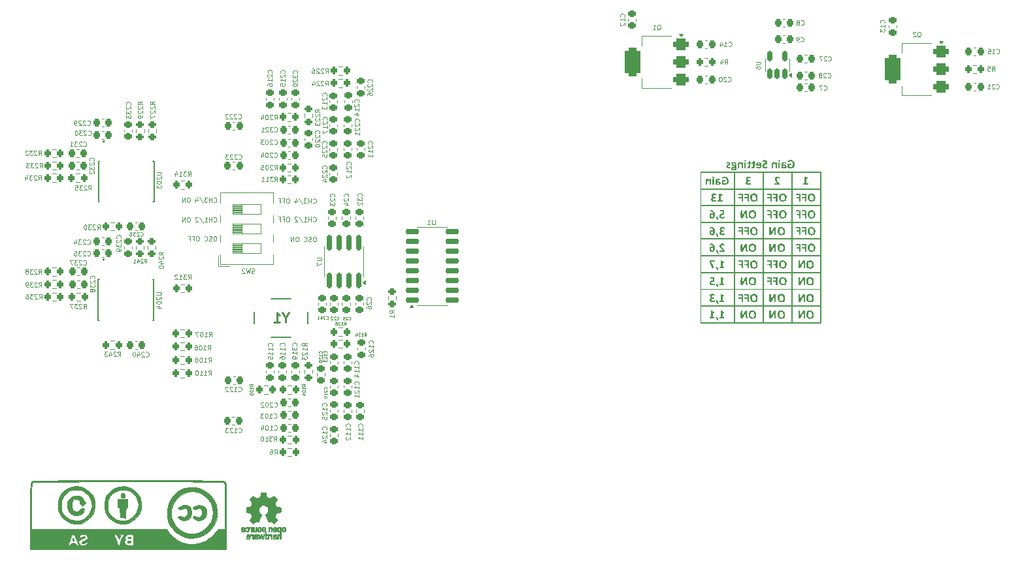
<source format=gbo>
G04 #@! TF.GenerationSoftware,KiCad,Pcbnew,8.0.7*
G04 #@! TF.CreationDate,2025-03-14T10:19:42+01:00*
G04 #@! TF.ProjectId,MISRC_v2.5,4d495352-435f-4763-922e-352e6b696361,3.0*
G04 #@! TF.SameCoordinates,Original*
G04 #@! TF.FileFunction,Legend,Bot*
G04 #@! TF.FilePolarity,Positive*
%FSLAX46Y46*%
G04 Gerber Fmt 4.6, Leading zero omitted, Abs format (unit mm)*
G04 Created by KiCad (PCBNEW 8.0.7) date 2025-03-14 10:19:42*
%MOMM*%
%LPD*%
G01*
G04 APERTURE LIST*
G04 Aperture macros list*
%AMRoundRect*
0 Rectangle with rounded corners*
0 $1 Rounding radius*
0 $2 $3 $4 $5 $6 $7 $8 $9 X,Y pos of 4 corners*
0 Add a 4 corners polygon primitive as box body*
4,1,4,$2,$3,$4,$5,$6,$7,$8,$9,$2,$3,0*
0 Add four circle primitives for the rounded corners*
1,1,$1+$1,$2,$3*
1,1,$1+$1,$4,$5*
1,1,$1+$1,$6,$7*
1,1,$1+$1,$8,$9*
0 Add four rect primitives between the rounded corners*
20,1,$1+$1,$2,$3,$4,$5,0*
20,1,$1+$1,$4,$5,$6,$7,0*
20,1,$1+$1,$6,$7,$8,$9,0*
20,1,$1+$1,$8,$9,$2,$3,0*%
G04 Aperture macros list end*
%ADD10C,0.100000*%
%ADD11C,0.254000*%
%ADD12C,0.120000*%
%ADD13C,0.000000*%
%ADD14C,0.200000*%
%ADD15C,0.010000*%
%ADD16C,0.127000*%
%ADD17C,2.050000*%
%ADD18C,2.250000*%
%ADD19C,3.200000*%
%ADD20C,1.440000*%
%ADD21C,1.950000*%
%ADD22C,5.175000*%
%ADD23C,2.500000*%
%ADD24C,2.400000*%
%ADD25R,1.700000X1.700000*%
%ADD26O,1.700000X1.700000*%
%ADD27RoundRect,0.225000X-0.225000X-0.250000X0.225000X-0.250000X0.225000X0.250000X-0.225000X0.250000X0*%
%ADD28RoundRect,0.225000X0.225000X0.250000X-0.225000X0.250000X-0.225000X-0.250000X0.225000X-0.250000X0*%
%ADD29RoundRect,0.225000X-0.250000X0.225000X-0.250000X-0.225000X0.250000X-0.225000X0.250000X0.225000X0*%
%ADD30RoundRect,0.225000X0.250000X-0.225000X0.250000X0.225000X-0.250000X0.225000X-0.250000X-0.225000X0*%
%ADD31RoundRect,0.200000X0.200000X0.275000X-0.200000X0.275000X-0.200000X-0.275000X0.200000X-0.275000X0*%
%ADD32RoundRect,0.200000X-0.200000X-0.275000X0.200000X-0.275000X0.200000X0.275000X-0.200000X0.275000X0*%
%ADD33R,1.800000X2.000000*%
%ADD34RoundRect,0.200000X-0.275000X0.200000X-0.275000X-0.200000X0.275000X-0.200000X0.275000X0.200000X0*%
%ADD35RoundRect,0.375000X0.625000X0.375000X-0.625000X0.375000X-0.625000X-0.375000X0.625000X-0.375000X0*%
%ADD36RoundRect,0.500000X0.500000X1.400000X-0.500000X1.400000X-0.500000X-1.400000X0.500000X-1.400000X0*%
%ADD37RoundRect,0.150000X0.150000X-0.825000X0.150000X0.825000X-0.150000X0.825000X-0.150000X-0.825000X0*%
%ADD38R,3.000000X2.290000*%
%ADD39RoundRect,0.200000X0.275000X-0.200000X0.275000X0.200000X-0.275000X0.200000X-0.275000X-0.200000X0*%
%ADD40RoundRect,0.150000X0.150000X-0.512500X0.150000X0.512500X-0.150000X0.512500X-0.150000X-0.512500X0*%
%ADD41R,2.440000X1.120000*%
%ADD42RoundRect,0.150000X-0.725000X-0.150000X0.725000X-0.150000X0.725000X0.150000X-0.725000X0.150000X0*%
G04 APERTURE END LIST*
D10*
X113088496Y-94055228D02*
X113117068Y-94083800D01*
X113117068Y-94083800D02*
X113202782Y-94112371D01*
X113202782Y-94112371D02*
X113259925Y-94112371D01*
X113259925Y-94112371D02*
X113345639Y-94083800D01*
X113345639Y-94083800D02*
X113402782Y-94026657D01*
X113402782Y-94026657D02*
X113431353Y-93969514D01*
X113431353Y-93969514D02*
X113459925Y-93855228D01*
X113459925Y-93855228D02*
X113459925Y-93769514D01*
X113459925Y-93769514D02*
X113431353Y-93655228D01*
X113431353Y-93655228D02*
X113402782Y-93598085D01*
X113402782Y-93598085D02*
X113345639Y-93540942D01*
X113345639Y-93540942D02*
X113259925Y-93512371D01*
X113259925Y-93512371D02*
X113202782Y-93512371D01*
X113202782Y-93512371D02*
X113117068Y-93540942D01*
X113117068Y-93540942D02*
X113088496Y-93569514D01*
X112831353Y-94112371D02*
X112831353Y-93512371D01*
X112831353Y-93798085D02*
X112488496Y-93798085D01*
X112488496Y-94112371D02*
X112488496Y-93512371D01*
X111888497Y-94112371D02*
X112231354Y-94112371D01*
X112059925Y-94112371D02*
X112059925Y-93512371D01*
X112059925Y-93512371D02*
X112117068Y-93598085D01*
X112117068Y-93598085D02*
X112174211Y-93655228D01*
X112174211Y-93655228D02*
X112231354Y-93683800D01*
X111202782Y-93483800D02*
X111717068Y-94255228D01*
X111031354Y-93569514D02*
X111002782Y-93540942D01*
X111002782Y-93540942D02*
X110945640Y-93512371D01*
X110945640Y-93512371D02*
X110802782Y-93512371D01*
X110802782Y-93512371D02*
X110745640Y-93540942D01*
X110745640Y-93540942D02*
X110717068Y-93569514D01*
X110717068Y-93569514D02*
X110688497Y-93626657D01*
X110688497Y-93626657D02*
X110688497Y-93683800D01*
X110688497Y-93683800D02*
X110717068Y-93769514D01*
X110717068Y-93769514D02*
X111059925Y-94112371D01*
X111059925Y-94112371D02*
X110688497Y-94112371D01*
X109859925Y-93512371D02*
X109745639Y-93512371D01*
X109745639Y-93512371D02*
X109688496Y-93540942D01*
X109688496Y-93540942D02*
X109631353Y-93598085D01*
X109631353Y-93598085D02*
X109602782Y-93712371D01*
X109602782Y-93712371D02*
X109602782Y-93912371D01*
X109602782Y-93912371D02*
X109631353Y-94026657D01*
X109631353Y-94026657D02*
X109688496Y-94083800D01*
X109688496Y-94083800D02*
X109745639Y-94112371D01*
X109745639Y-94112371D02*
X109859925Y-94112371D01*
X109859925Y-94112371D02*
X109917068Y-94083800D01*
X109917068Y-94083800D02*
X109974210Y-94026657D01*
X109974210Y-94026657D02*
X110002782Y-93912371D01*
X110002782Y-93912371D02*
X110002782Y-93712371D01*
X110002782Y-93712371D02*
X109974210Y-93598085D01*
X109974210Y-93598085D02*
X109917068Y-93540942D01*
X109917068Y-93540942D02*
X109859925Y-93512371D01*
X109145639Y-93798085D02*
X109345639Y-93798085D01*
X109345639Y-94112371D02*
X109345639Y-93512371D01*
X109345639Y-93512371D02*
X109059925Y-93512371D01*
X108631353Y-93798085D02*
X108831353Y-93798085D01*
X108831353Y-94112371D02*
X108831353Y-93512371D01*
X108831353Y-93512371D02*
X108545639Y-93512371D01*
X113088496Y-91675228D02*
X113117068Y-91703800D01*
X113117068Y-91703800D02*
X113202782Y-91732371D01*
X113202782Y-91732371D02*
X113259925Y-91732371D01*
X113259925Y-91732371D02*
X113345639Y-91703800D01*
X113345639Y-91703800D02*
X113402782Y-91646657D01*
X113402782Y-91646657D02*
X113431353Y-91589514D01*
X113431353Y-91589514D02*
X113459925Y-91475228D01*
X113459925Y-91475228D02*
X113459925Y-91389514D01*
X113459925Y-91389514D02*
X113431353Y-91275228D01*
X113431353Y-91275228D02*
X113402782Y-91218085D01*
X113402782Y-91218085D02*
X113345639Y-91160942D01*
X113345639Y-91160942D02*
X113259925Y-91132371D01*
X113259925Y-91132371D02*
X113202782Y-91132371D01*
X113202782Y-91132371D02*
X113117068Y-91160942D01*
X113117068Y-91160942D02*
X113088496Y-91189514D01*
X112831353Y-91732371D02*
X112831353Y-91132371D01*
X112831353Y-91418085D02*
X112488496Y-91418085D01*
X112488496Y-91732371D02*
X112488496Y-91132371D01*
X112259925Y-91132371D02*
X111888497Y-91132371D01*
X111888497Y-91132371D02*
X112088497Y-91360942D01*
X112088497Y-91360942D02*
X112002782Y-91360942D01*
X112002782Y-91360942D02*
X111945640Y-91389514D01*
X111945640Y-91389514D02*
X111917068Y-91418085D01*
X111917068Y-91418085D02*
X111888497Y-91475228D01*
X111888497Y-91475228D02*
X111888497Y-91618085D01*
X111888497Y-91618085D02*
X111917068Y-91675228D01*
X111917068Y-91675228D02*
X111945640Y-91703800D01*
X111945640Y-91703800D02*
X112002782Y-91732371D01*
X112002782Y-91732371D02*
X112174211Y-91732371D01*
X112174211Y-91732371D02*
X112231354Y-91703800D01*
X112231354Y-91703800D02*
X112259925Y-91675228D01*
X111202782Y-91103800D02*
X111717068Y-91875228D01*
X110745640Y-91332371D02*
X110745640Y-91732371D01*
X110888497Y-91103800D02*
X111031354Y-91532371D01*
X111031354Y-91532371D02*
X110659925Y-91532371D01*
X109859925Y-91132371D02*
X109745639Y-91132371D01*
X109745639Y-91132371D02*
X109688496Y-91160942D01*
X109688496Y-91160942D02*
X109631353Y-91218085D01*
X109631353Y-91218085D02*
X109602782Y-91332371D01*
X109602782Y-91332371D02*
X109602782Y-91532371D01*
X109602782Y-91532371D02*
X109631353Y-91646657D01*
X109631353Y-91646657D02*
X109688496Y-91703800D01*
X109688496Y-91703800D02*
X109745639Y-91732371D01*
X109745639Y-91732371D02*
X109859925Y-91732371D01*
X109859925Y-91732371D02*
X109917068Y-91703800D01*
X109917068Y-91703800D02*
X109974210Y-91646657D01*
X109974210Y-91646657D02*
X110002782Y-91532371D01*
X110002782Y-91532371D02*
X110002782Y-91332371D01*
X110002782Y-91332371D02*
X109974210Y-91218085D01*
X109974210Y-91218085D02*
X109917068Y-91160942D01*
X109917068Y-91160942D02*
X109859925Y-91132371D01*
X109145639Y-91418085D02*
X109345639Y-91418085D01*
X109345639Y-91732371D02*
X109345639Y-91132371D01*
X109345639Y-91132371D02*
X109059925Y-91132371D01*
X108631353Y-91418085D02*
X108831353Y-91418085D01*
X108831353Y-91732371D02*
X108831353Y-91132371D01*
X108831353Y-91132371D02*
X108545639Y-91132371D01*
X100208496Y-91525228D02*
X100237068Y-91553800D01*
X100237068Y-91553800D02*
X100322782Y-91582371D01*
X100322782Y-91582371D02*
X100379925Y-91582371D01*
X100379925Y-91582371D02*
X100465639Y-91553800D01*
X100465639Y-91553800D02*
X100522782Y-91496657D01*
X100522782Y-91496657D02*
X100551353Y-91439514D01*
X100551353Y-91439514D02*
X100579925Y-91325228D01*
X100579925Y-91325228D02*
X100579925Y-91239514D01*
X100579925Y-91239514D02*
X100551353Y-91125228D01*
X100551353Y-91125228D02*
X100522782Y-91068085D01*
X100522782Y-91068085D02*
X100465639Y-91010942D01*
X100465639Y-91010942D02*
X100379925Y-90982371D01*
X100379925Y-90982371D02*
X100322782Y-90982371D01*
X100322782Y-90982371D02*
X100237068Y-91010942D01*
X100237068Y-91010942D02*
X100208496Y-91039514D01*
X99951353Y-91582371D02*
X99951353Y-90982371D01*
X99951353Y-91268085D02*
X99608496Y-91268085D01*
X99608496Y-91582371D02*
X99608496Y-90982371D01*
X99379925Y-90982371D02*
X99008497Y-90982371D01*
X99008497Y-90982371D02*
X99208497Y-91210942D01*
X99208497Y-91210942D02*
X99122782Y-91210942D01*
X99122782Y-91210942D02*
X99065640Y-91239514D01*
X99065640Y-91239514D02*
X99037068Y-91268085D01*
X99037068Y-91268085D02*
X99008497Y-91325228D01*
X99008497Y-91325228D02*
X99008497Y-91468085D01*
X99008497Y-91468085D02*
X99037068Y-91525228D01*
X99037068Y-91525228D02*
X99065640Y-91553800D01*
X99065640Y-91553800D02*
X99122782Y-91582371D01*
X99122782Y-91582371D02*
X99294211Y-91582371D01*
X99294211Y-91582371D02*
X99351354Y-91553800D01*
X99351354Y-91553800D02*
X99379925Y-91525228D01*
X98322782Y-90953800D02*
X98837068Y-91725228D01*
X97865640Y-91182371D02*
X97865640Y-91582371D01*
X98008497Y-90953800D02*
X98151354Y-91382371D01*
X98151354Y-91382371D02*
X97779925Y-91382371D01*
X96979925Y-90982371D02*
X96865639Y-90982371D01*
X96865639Y-90982371D02*
X96808496Y-91010942D01*
X96808496Y-91010942D02*
X96751353Y-91068085D01*
X96751353Y-91068085D02*
X96722782Y-91182371D01*
X96722782Y-91182371D02*
X96722782Y-91382371D01*
X96722782Y-91382371D02*
X96751353Y-91496657D01*
X96751353Y-91496657D02*
X96808496Y-91553800D01*
X96808496Y-91553800D02*
X96865639Y-91582371D01*
X96865639Y-91582371D02*
X96979925Y-91582371D01*
X96979925Y-91582371D02*
X97037068Y-91553800D01*
X97037068Y-91553800D02*
X97094210Y-91496657D01*
X97094210Y-91496657D02*
X97122782Y-91382371D01*
X97122782Y-91382371D02*
X97122782Y-91182371D01*
X97122782Y-91182371D02*
X97094210Y-91068085D01*
X97094210Y-91068085D02*
X97037068Y-91010942D01*
X97037068Y-91010942D02*
X96979925Y-90982371D01*
X96465639Y-91582371D02*
X96465639Y-90982371D01*
X96465639Y-90982371D02*
X96122782Y-91582371D01*
X96122782Y-91582371D02*
X96122782Y-90982371D01*
X100208496Y-94095228D02*
X100237068Y-94123800D01*
X100237068Y-94123800D02*
X100322782Y-94152371D01*
X100322782Y-94152371D02*
X100379925Y-94152371D01*
X100379925Y-94152371D02*
X100465639Y-94123800D01*
X100465639Y-94123800D02*
X100522782Y-94066657D01*
X100522782Y-94066657D02*
X100551353Y-94009514D01*
X100551353Y-94009514D02*
X100579925Y-93895228D01*
X100579925Y-93895228D02*
X100579925Y-93809514D01*
X100579925Y-93809514D02*
X100551353Y-93695228D01*
X100551353Y-93695228D02*
X100522782Y-93638085D01*
X100522782Y-93638085D02*
X100465639Y-93580942D01*
X100465639Y-93580942D02*
X100379925Y-93552371D01*
X100379925Y-93552371D02*
X100322782Y-93552371D01*
X100322782Y-93552371D02*
X100237068Y-93580942D01*
X100237068Y-93580942D02*
X100208496Y-93609514D01*
X99951353Y-94152371D02*
X99951353Y-93552371D01*
X99951353Y-93838085D02*
X99608496Y-93838085D01*
X99608496Y-94152371D02*
X99608496Y-93552371D01*
X99008497Y-94152371D02*
X99351354Y-94152371D01*
X99179925Y-94152371D02*
X99179925Y-93552371D01*
X99179925Y-93552371D02*
X99237068Y-93638085D01*
X99237068Y-93638085D02*
X99294211Y-93695228D01*
X99294211Y-93695228D02*
X99351354Y-93723800D01*
X98322782Y-93523800D02*
X98837068Y-94295228D01*
X98151354Y-93609514D02*
X98122782Y-93580942D01*
X98122782Y-93580942D02*
X98065640Y-93552371D01*
X98065640Y-93552371D02*
X97922782Y-93552371D01*
X97922782Y-93552371D02*
X97865640Y-93580942D01*
X97865640Y-93580942D02*
X97837068Y-93609514D01*
X97837068Y-93609514D02*
X97808497Y-93666657D01*
X97808497Y-93666657D02*
X97808497Y-93723800D01*
X97808497Y-93723800D02*
X97837068Y-93809514D01*
X97837068Y-93809514D02*
X98179925Y-94152371D01*
X98179925Y-94152371D02*
X97808497Y-94152371D01*
X96979925Y-93552371D02*
X96865639Y-93552371D01*
X96865639Y-93552371D02*
X96808496Y-93580942D01*
X96808496Y-93580942D02*
X96751353Y-93638085D01*
X96751353Y-93638085D02*
X96722782Y-93752371D01*
X96722782Y-93752371D02*
X96722782Y-93952371D01*
X96722782Y-93952371D02*
X96751353Y-94066657D01*
X96751353Y-94066657D02*
X96808496Y-94123800D01*
X96808496Y-94123800D02*
X96865639Y-94152371D01*
X96865639Y-94152371D02*
X96979925Y-94152371D01*
X96979925Y-94152371D02*
X97037068Y-94123800D01*
X97037068Y-94123800D02*
X97094210Y-94066657D01*
X97094210Y-94066657D02*
X97122782Y-93952371D01*
X97122782Y-93952371D02*
X97122782Y-93752371D01*
X97122782Y-93752371D02*
X97094210Y-93638085D01*
X97094210Y-93638085D02*
X97037068Y-93580942D01*
X97037068Y-93580942D02*
X96979925Y-93552371D01*
X96465639Y-94152371D02*
X96465639Y-93552371D01*
X96465639Y-93552371D02*
X96122782Y-94152371D01*
X96122782Y-94152371D02*
X96122782Y-93552371D01*
X113317068Y-96132371D02*
X113202782Y-96132371D01*
X113202782Y-96132371D02*
X113145639Y-96160942D01*
X113145639Y-96160942D02*
X113088496Y-96218085D01*
X113088496Y-96218085D02*
X113059925Y-96332371D01*
X113059925Y-96332371D02*
X113059925Y-96532371D01*
X113059925Y-96532371D02*
X113088496Y-96646657D01*
X113088496Y-96646657D02*
X113145639Y-96703800D01*
X113145639Y-96703800D02*
X113202782Y-96732371D01*
X113202782Y-96732371D02*
X113317068Y-96732371D01*
X113317068Y-96732371D02*
X113374211Y-96703800D01*
X113374211Y-96703800D02*
X113431353Y-96646657D01*
X113431353Y-96646657D02*
X113459925Y-96532371D01*
X113459925Y-96532371D02*
X113459925Y-96332371D01*
X113459925Y-96332371D02*
X113431353Y-96218085D01*
X113431353Y-96218085D02*
X113374211Y-96160942D01*
X113374211Y-96160942D02*
X113317068Y-96132371D01*
X112831354Y-96703800D02*
X112745640Y-96732371D01*
X112745640Y-96732371D02*
X112602782Y-96732371D01*
X112602782Y-96732371D02*
X112545640Y-96703800D01*
X112545640Y-96703800D02*
X112517068Y-96675228D01*
X112517068Y-96675228D02*
X112488497Y-96618085D01*
X112488497Y-96618085D02*
X112488497Y-96560942D01*
X112488497Y-96560942D02*
X112517068Y-96503800D01*
X112517068Y-96503800D02*
X112545640Y-96475228D01*
X112545640Y-96475228D02*
X112602782Y-96446657D01*
X112602782Y-96446657D02*
X112717068Y-96418085D01*
X112717068Y-96418085D02*
X112774211Y-96389514D01*
X112774211Y-96389514D02*
X112802782Y-96360942D01*
X112802782Y-96360942D02*
X112831354Y-96303800D01*
X112831354Y-96303800D02*
X112831354Y-96246657D01*
X112831354Y-96246657D02*
X112802782Y-96189514D01*
X112802782Y-96189514D02*
X112774211Y-96160942D01*
X112774211Y-96160942D02*
X112717068Y-96132371D01*
X112717068Y-96132371D02*
X112574211Y-96132371D01*
X112574211Y-96132371D02*
X112488497Y-96160942D01*
X111888496Y-96675228D02*
X111917068Y-96703800D01*
X111917068Y-96703800D02*
X112002782Y-96732371D01*
X112002782Y-96732371D02*
X112059925Y-96732371D01*
X112059925Y-96732371D02*
X112145639Y-96703800D01*
X112145639Y-96703800D02*
X112202782Y-96646657D01*
X112202782Y-96646657D02*
X112231353Y-96589514D01*
X112231353Y-96589514D02*
X112259925Y-96475228D01*
X112259925Y-96475228D02*
X112259925Y-96389514D01*
X112259925Y-96389514D02*
X112231353Y-96275228D01*
X112231353Y-96275228D02*
X112202782Y-96218085D01*
X112202782Y-96218085D02*
X112145639Y-96160942D01*
X112145639Y-96160942D02*
X112059925Y-96132371D01*
X112059925Y-96132371D02*
X112002782Y-96132371D01*
X112002782Y-96132371D02*
X111917068Y-96160942D01*
X111917068Y-96160942D02*
X111888496Y-96189514D01*
X111059925Y-96132371D02*
X110945639Y-96132371D01*
X110945639Y-96132371D02*
X110888496Y-96160942D01*
X110888496Y-96160942D02*
X110831353Y-96218085D01*
X110831353Y-96218085D02*
X110802782Y-96332371D01*
X110802782Y-96332371D02*
X110802782Y-96532371D01*
X110802782Y-96532371D02*
X110831353Y-96646657D01*
X110831353Y-96646657D02*
X110888496Y-96703800D01*
X110888496Y-96703800D02*
X110945639Y-96732371D01*
X110945639Y-96732371D02*
X111059925Y-96732371D01*
X111059925Y-96732371D02*
X111117068Y-96703800D01*
X111117068Y-96703800D02*
X111174210Y-96646657D01*
X111174210Y-96646657D02*
X111202782Y-96532371D01*
X111202782Y-96532371D02*
X111202782Y-96332371D01*
X111202782Y-96332371D02*
X111174210Y-96218085D01*
X111174210Y-96218085D02*
X111117068Y-96160942D01*
X111117068Y-96160942D02*
X111059925Y-96132371D01*
X110545639Y-96732371D02*
X110545639Y-96132371D01*
X110545639Y-96132371D02*
X110202782Y-96732371D01*
X110202782Y-96732371D02*
X110202782Y-96132371D01*
X100437068Y-96042371D02*
X100322782Y-96042371D01*
X100322782Y-96042371D02*
X100265639Y-96070942D01*
X100265639Y-96070942D02*
X100208496Y-96128085D01*
X100208496Y-96128085D02*
X100179925Y-96242371D01*
X100179925Y-96242371D02*
X100179925Y-96442371D01*
X100179925Y-96442371D02*
X100208496Y-96556657D01*
X100208496Y-96556657D02*
X100265639Y-96613800D01*
X100265639Y-96613800D02*
X100322782Y-96642371D01*
X100322782Y-96642371D02*
X100437068Y-96642371D01*
X100437068Y-96642371D02*
X100494211Y-96613800D01*
X100494211Y-96613800D02*
X100551353Y-96556657D01*
X100551353Y-96556657D02*
X100579925Y-96442371D01*
X100579925Y-96442371D02*
X100579925Y-96242371D01*
X100579925Y-96242371D02*
X100551353Y-96128085D01*
X100551353Y-96128085D02*
X100494211Y-96070942D01*
X100494211Y-96070942D02*
X100437068Y-96042371D01*
X99951354Y-96613800D02*
X99865640Y-96642371D01*
X99865640Y-96642371D02*
X99722782Y-96642371D01*
X99722782Y-96642371D02*
X99665640Y-96613800D01*
X99665640Y-96613800D02*
X99637068Y-96585228D01*
X99637068Y-96585228D02*
X99608497Y-96528085D01*
X99608497Y-96528085D02*
X99608497Y-96470942D01*
X99608497Y-96470942D02*
X99637068Y-96413800D01*
X99637068Y-96413800D02*
X99665640Y-96385228D01*
X99665640Y-96385228D02*
X99722782Y-96356657D01*
X99722782Y-96356657D02*
X99837068Y-96328085D01*
X99837068Y-96328085D02*
X99894211Y-96299514D01*
X99894211Y-96299514D02*
X99922782Y-96270942D01*
X99922782Y-96270942D02*
X99951354Y-96213800D01*
X99951354Y-96213800D02*
X99951354Y-96156657D01*
X99951354Y-96156657D02*
X99922782Y-96099514D01*
X99922782Y-96099514D02*
X99894211Y-96070942D01*
X99894211Y-96070942D02*
X99837068Y-96042371D01*
X99837068Y-96042371D02*
X99694211Y-96042371D01*
X99694211Y-96042371D02*
X99608497Y-96070942D01*
X99008496Y-96585228D02*
X99037068Y-96613800D01*
X99037068Y-96613800D02*
X99122782Y-96642371D01*
X99122782Y-96642371D02*
X99179925Y-96642371D01*
X99179925Y-96642371D02*
X99265639Y-96613800D01*
X99265639Y-96613800D02*
X99322782Y-96556657D01*
X99322782Y-96556657D02*
X99351353Y-96499514D01*
X99351353Y-96499514D02*
X99379925Y-96385228D01*
X99379925Y-96385228D02*
X99379925Y-96299514D01*
X99379925Y-96299514D02*
X99351353Y-96185228D01*
X99351353Y-96185228D02*
X99322782Y-96128085D01*
X99322782Y-96128085D02*
X99265639Y-96070942D01*
X99265639Y-96070942D02*
X99179925Y-96042371D01*
X99179925Y-96042371D02*
X99122782Y-96042371D01*
X99122782Y-96042371D02*
X99037068Y-96070942D01*
X99037068Y-96070942D02*
X99008496Y-96099514D01*
X98179925Y-96042371D02*
X98065639Y-96042371D01*
X98065639Y-96042371D02*
X98008496Y-96070942D01*
X98008496Y-96070942D02*
X97951353Y-96128085D01*
X97951353Y-96128085D02*
X97922782Y-96242371D01*
X97922782Y-96242371D02*
X97922782Y-96442371D01*
X97922782Y-96442371D02*
X97951353Y-96556657D01*
X97951353Y-96556657D02*
X98008496Y-96613800D01*
X98008496Y-96613800D02*
X98065639Y-96642371D01*
X98065639Y-96642371D02*
X98179925Y-96642371D01*
X98179925Y-96642371D02*
X98237068Y-96613800D01*
X98237068Y-96613800D02*
X98294210Y-96556657D01*
X98294210Y-96556657D02*
X98322782Y-96442371D01*
X98322782Y-96442371D02*
X98322782Y-96242371D01*
X98322782Y-96242371D02*
X98294210Y-96128085D01*
X98294210Y-96128085D02*
X98237068Y-96070942D01*
X98237068Y-96070942D02*
X98179925Y-96042371D01*
X97465639Y-96328085D02*
X97665639Y-96328085D01*
X97665639Y-96642371D02*
X97665639Y-96042371D01*
X97665639Y-96042371D02*
X97379925Y-96042371D01*
X96951353Y-96328085D02*
X97151353Y-96328085D01*
X97151353Y-96642371D02*
X97151353Y-96042371D01*
X97151353Y-96042371D02*
X96865639Y-96042371D01*
X103431428Y-116095228D02*
X103460000Y-116123800D01*
X103460000Y-116123800D02*
X103545714Y-116152371D01*
X103545714Y-116152371D02*
X103602857Y-116152371D01*
X103602857Y-116152371D02*
X103688571Y-116123800D01*
X103688571Y-116123800D02*
X103745714Y-116066657D01*
X103745714Y-116066657D02*
X103774285Y-116009514D01*
X103774285Y-116009514D02*
X103802857Y-115895228D01*
X103802857Y-115895228D02*
X103802857Y-115809514D01*
X103802857Y-115809514D02*
X103774285Y-115695228D01*
X103774285Y-115695228D02*
X103745714Y-115638085D01*
X103745714Y-115638085D02*
X103688571Y-115580942D01*
X103688571Y-115580942D02*
X103602857Y-115552371D01*
X103602857Y-115552371D02*
X103545714Y-115552371D01*
X103545714Y-115552371D02*
X103460000Y-115580942D01*
X103460000Y-115580942D02*
X103431428Y-115609514D01*
X102860000Y-116152371D02*
X103202857Y-116152371D01*
X103031428Y-116152371D02*
X103031428Y-115552371D01*
X103031428Y-115552371D02*
X103088571Y-115638085D01*
X103088571Y-115638085D02*
X103145714Y-115695228D01*
X103145714Y-115695228D02*
X103202857Y-115723800D01*
X102631428Y-115609514D02*
X102602856Y-115580942D01*
X102602856Y-115580942D02*
X102545714Y-115552371D01*
X102545714Y-115552371D02*
X102402856Y-115552371D01*
X102402856Y-115552371D02*
X102345714Y-115580942D01*
X102345714Y-115580942D02*
X102317142Y-115609514D01*
X102317142Y-115609514D02*
X102288571Y-115666657D01*
X102288571Y-115666657D02*
X102288571Y-115723800D01*
X102288571Y-115723800D02*
X102317142Y-115809514D01*
X102317142Y-115809514D02*
X102659999Y-116152371D01*
X102659999Y-116152371D02*
X102288571Y-116152371D01*
X102059999Y-115609514D02*
X102031427Y-115580942D01*
X102031427Y-115580942D02*
X101974285Y-115552371D01*
X101974285Y-115552371D02*
X101831427Y-115552371D01*
X101831427Y-115552371D02*
X101774285Y-115580942D01*
X101774285Y-115580942D02*
X101745713Y-115609514D01*
X101745713Y-115609514D02*
X101717142Y-115666657D01*
X101717142Y-115666657D02*
X101717142Y-115723800D01*
X101717142Y-115723800D02*
X101745713Y-115809514D01*
X101745713Y-115809514D02*
X102088570Y-116152371D01*
X102088570Y-116152371D02*
X101717142Y-116152371D01*
X91411428Y-111585228D02*
X91440000Y-111613800D01*
X91440000Y-111613800D02*
X91525714Y-111642371D01*
X91525714Y-111642371D02*
X91582857Y-111642371D01*
X91582857Y-111642371D02*
X91668571Y-111613800D01*
X91668571Y-111613800D02*
X91725714Y-111556657D01*
X91725714Y-111556657D02*
X91754285Y-111499514D01*
X91754285Y-111499514D02*
X91782857Y-111385228D01*
X91782857Y-111385228D02*
X91782857Y-111299514D01*
X91782857Y-111299514D02*
X91754285Y-111185228D01*
X91754285Y-111185228D02*
X91725714Y-111128085D01*
X91725714Y-111128085D02*
X91668571Y-111070942D01*
X91668571Y-111070942D02*
X91582857Y-111042371D01*
X91582857Y-111042371D02*
X91525714Y-111042371D01*
X91525714Y-111042371D02*
X91440000Y-111070942D01*
X91440000Y-111070942D02*
X91411428Y-111099514D01*
X91182857Y-111099514D02*
X91154285Y-111070942D01*
X91154285Y-111070942D02*
X91097143Y-111042371D01*
X91097143Y-111042371D02*
X90954285Y-111042371D01*
X90954285Y-111042371D02*
X90897143Y-111070942D01*
X90897143Y-111070942D02*
X90868571Y-111099514D01*
X90868571Y-111099514D02*
X90840000Y-111156657D01*
X90840000Y-111156657D02*
X90840000Y-111213800D01*
X90840000Y-111213800D02*
X90868571Y-111299514D01*
X90868571Y-111299514D02*
X91211428Y-111642371D01*
X91211428Y-111642371D02*
X90840000Y-111642371D01*
X90325714Y-111242371D02*
X90325714Y-111642371D01*
X90468571Y-111013800D02*
X90611428Y-111442371D01*
X90611428Y-111442371D02*
X90239999Y-111442371D01*
X89897142Y-111042371D02*
X89839999Y-111042371D01*
X89839999Y-111042371D02*
X89782856Y-111070942D01*
X89782856Y-111070942D02*
X89754285Y-111099514D01*
X89754285Y-111099514D02*
X89725713Y-111156657D01*
X89725713Y-111156657D02*
X89697142Y-111270942D01*
X89697142Y-111270942D02*
X89697142Y-111413800D01*
X89697142Y-111413800D02*
X89725713Y-111528085D01*
X89725713Y-111528085D02*
X89754285Y-111585228D01*
X89754285Y-111585228D02*
X89782856Y-111613800D01*
X89782856Y-111613800D02*
X89839999Y-111642371D01*
X89839999Y-111642371D02*
X89897142Y-111642371D01*
X89897142Y-111642371D02*
X89954285Y-111613800D01*
X89954285Y-111613800D02*
X89982856Y-111585228D01*
X89982856Y-111585228D02*
X90011427Y-111528085D01*
X90011427Y-111528085D02*
X90039999Y-111413800D01*
X90039999Y-111413800D02*
X90039999Y-111270942D01*
X90039999Y-111270942D02*
X90011427Y-111156657D01*
X90011427Y-111156657D02*
X89982856Y-111099514D01*
X89982856Y-111099514D02*
X89954285Y-111070942D01*
X89954285Y-111070942D02*
X89897142Y-111042371D01*
X120685228Y-76048571D02*
X120713800Y-76019999D01*
X120713800Y-76019999D02*
X120742371Y-75934285D01*
X120742371Y-75934285D02*
X120742371Y-75877142D01*
X120742371Y-75877142D02*
X120713800Y-75791428D01*
X120713800Y-75791428D02*
X120656657Y-75734285D01*
X120656657Y-75734285D02*
X120599514Y-75705714D01*
X120599514Y-75705714D02*
X120485228Y-75677142D01*
X120485228Y-75677142D02*
X120399514Y-75677142D01*
X120399514Y-75677142D02*
X120285228Y-75705714D01*
X120285228Y-75705714D02*
X120228085Y-75734285D01*
X120228085Y-75734285D02*
X120170942Y-75791428D01*
X120170942Y-75791428D02*
X120142371Y-75877142D01*
X120142371Y-75877142D02*
X120142371Y-75934285D01*
X120142371Y-75934285D02*
X120170942Y-76019999D01*
X120170942Y-76019999D02*
X120199514Y-76048571D01*
X120199514Y-76277142D02*
X120170942Y-76305714D01*
X120170942Y-76305714D02*
X120142371Y-76362857D01*
X120142371Y-76362857D02*
X120142371Y-76505714D01*
X120142371Y-76505714D02*
X120170942Y-76562857D01*
X120170942Y-76562857D02*
X120199514Y-76591428D01*
X120199514Y-76591428D02*
X120256657Y-76619999D01*
X120256657Y-76619999D02*
X120313800Y-76619999D01*
X120313800Y-76619999D02*
X120399514Y-76591428D01*
X120399514Y-76591428D02*
X120742371Y-76248571D01*
X120742371Y-76248571D02*
X120742371Y-76619999D01*
X120199514Y-76848571D02*
X120170942Y-76877143D01*
X120170942Y-76877143D02*
X120142371Y-76934286D01*
X120142371Y-76934286D02*
X120142371Y-77077143D01*
X120142371Y-77077143D02*
X120170942Y-77134286D01*
X120170942Y-77134286D02*
X120199514Y-77162857D01*
X120199514Y-77162857D02*
X120256657Y-77191428D01*
X120256657Y-77191428D02*
X120313800Y-77191428D01*
X120313800Y-77191428D02*
X120399514Y-77162857D01*
X120399514Y-77162857D02*
X120742371Y-76820000D01*
X120742371Y-76820000D02*
X120742371Y-77191428D01*
X120142371Y-77705715D02*
X120142371Y-77591429D01*
X120142371Y-77591429D02*
X120170942Y-77534286D01*
X120170942Y-77534286D02*
X120199514Y-77505715D01*
X120199514Y-77505715D02*
X120285228Y-77448572D01*
X120285228Y-77448572D02*
X120399514Y-77420000D01*
X120399514Y-77420000D02*
X120628085Y-77420000D01*
X120628085Y-77420000D02*
X120685228Y-77448572D01*
X120685228Y-77448572D02*
X120713800Y-77477143D01*
X120713800Y-77477143D02*
X120742371Y-77534286D01*
X120742371Y-77534286D02*
X120742371Y-77648572D01*
X120742371Y-77648572D02*
X120713800Y-77705715D01*
X120713800Y-77705715D02*
X120685228Y-77734286D01*
X120685228Y-77734286D02*
X120628085Y-77762857D01*
X120628085Y-77762857D02*
X120485228Y-77762857D01*
X120485228Y-77762857D02*
X120428085Y-77734286D01*
X120428085Y-77734286D02*
X120399514Y-77705715D01*
X120399514Y-77705715D02*
X120370942Y-77648572D01*
X120370942Y-77648572D02*
X120370942Y-77534286D01*
X120370942Y-77534286D02*
X120399514Y-77477143D01*
X120399514Y-77477143D02*
X120428085Y-77448572D01*
X120428085Y-77448572D02*
X120485228Y-77420000D01*
X110935228Y-110208571D02*
X110963800Y-110179999D01*
X110963800Y-110179999D02*
X110992371Y-110094285D01*
X110992371Y-110094285D02*
X110992371Y-110037142D01*
X110992371Y-110037142D02*
X110963800Y-109951428D01*
X110963800Y-109951428D02*
X110906657Y-109894285D01*
X110906657Y-109894285D02*
X110849514Y-109865714D01*
X110849514Y-109865714D02*
X110735228Y-109837142D01*
X110735228Y-109837142D02*
X110649514Y-109837142D01*
X110649514Y-109837142D02*
X110535228Y-109865714D01*
X110535228Y-109865714D02*
X110478085Y-109894285D01*
X110478085Y-109894285D02*
X110420942Y-109951428D01*
X110420942Y-109951428D02*
X110392371Y-110037142D01*
X110392371Y-110037142D02*
X110392371Y-110094285D01*
X110392371Y-110094285D02*
X110420942Y-110179999D01*
X110420942Y-110179999D02*
X110449514Y-110208571D01*
X110392371Y-110408571D02*
X110392371Y-110779999D01*
X110392371Y-110779999D02*
X110620942Y-110579999D01*
X110620942Y-110579999D02*
X110620942Y-110665714D01*
X110620942Y-110665714D02*
X110649514Y-110722857D01*
X110649514Y-110722857D02*
X110678085Y-110751428D01*
X110678085Y-110751428D02*
X110735228Y-110779999D01*
X110735228Y-110779999D02*
X110878085Y-110779999D01*
X110878085Y-110779999D02*
X110935228Y-110751428D01*
X110935228Y-110751428D02*
X110963800Y-110722857D01*
X110963800Y-110722857D02*
X110992371Y-110665714D01*
X110992371Y-110665714D02*
X110992371Y-110494285D01*
X110992371Y-110494285D02*
X110963800Y-110437142D01*
X110963800Y-110437142D02*
X110935228Y-110408571D01*
X110992371Y-111351428D02*
X110992371Y-111008571D01*
X110992371Y-111180000D02*
X110392371Y-111180000D01*
X110392371Y-111180000D02*
X110478085Y-111122857D01*
X110478085Y-111122857D02*
X110535228Y-111065714D01*
X110535228Y-111065714D02*
X110563800Y-111008571D01*
X110992371Y-111637143D02*
X110992371Y-111751429D01*
X110992371Y-111751429D02*
X110963800Y-111808572D01*
X110963800Y-111808572D02*
X110935228Y-111837143D01*
X110935228Y-111837143D02*
X110849514Y-111894286D01*
X110849514Y-111894286D02*
X110735228Y-111922857D01*
X110735228Y-111922857D02*
X110506657Y-111922857D01*
X110506657Y-111922857D02*
X110449514Y-111894286D01*
X110449514Y-111894286D02*
X110420942Y-111865715D01*
X110420942Y-111865715D02*
X110392371Y-111808572D01*
X110392371Y-111808572D02*
X110392371Y-111694286D01*
X110392371Y-111694286D02*
X110420942Y-111637143D01*
X110420942Y-111637143D02*
X110449514Y-111608572D01*
X110449514Y-111608572D02*
X110506657Y-111580000D01*
X110506657Y-111580000D02*
X110649514Y-111580000D01*
X110649514Y-111580000D02*
X110706657Y-111608572D01*
X110706657Y-111608572D02*
X110735228Y-111637143D01*
X110735228Y-111637143D02*
X110763800Y-111694286D01*
X110763800Y-111694286D02*
X110763800Y-111808572D01*
X110763800Y-111808572D02*
X110735228Y-111865715D01*
X110735228Y-111865715D02*
X110706657Y-111894286D01*
X110706657Y-111894286D02*
X110649514Y-111922857D01*
X119015228Y-81158571D02*
X119043800Y-81129999D01*
X119043800Y-81129999D02*
X119072371Y-81044285D01*
X119072371Y-81044285D02*
X119072371Y-80987142D01*
X119072371Y-80987142D02*
X119043800Y-80901428D01*
X119043800Y-80901428D02*
X118986657Y-80844285D01*
X118986657Y-80844285D02*
X118929514Y-80815714D01*
X118929514Y-80815714D02*
X118815228Y-80787142D01*
X118815228Y-80787142D02*
X118729514Y-80787142D01*
X118729514Y-80787142D02*
X118615228Y-80815714D01*
X118615228Y-80815714D02*
X118558085Y-80844285D01*
X118558085Y-80844285D02*
X118500942Y-80901428D01*
X118500942Y-80901428D02*
X118472371Y-80987142D01*
X118472371Y-80987142D02*
X118472371Y-81044285D01*
X118472371Y-81044285D02*
X118500942Y-81129999D01*
X118500942Y-81129999D02*
X118529514Y-81158571D01*
X118529514Y-81387142D02*
X118500942Y-81415714D01*
X118500942Y-81415714D02*
X118472371Y-81472857D01*
X118472371Y-81472857D02*
X118472371Y-81615714D01*
X118472371Y-81615714D02*
X118500942Y-81672857D01*
X118500942Y-81672857D02*
X118529514Y-81701428D01*
X118529514Y-81701428D02*
X118586657Y-81729999D01*
X118586657Y-81729999D02*
X118643800Y-81729999D01*
X118643800Y-81729999D02*
X118729514Y-81701428D01*
X118729514Y-81701428D02*
X119072371Y-81358571D01*
X119072371Y-81358571D02*
X119072371Y-81729999D01*
X118529514Y-81958571D02*
X118500942Y-81987143D01*
X118500942Y-81987143D02*
X118472371Y-82044286D01*
X118472371Y-82044286D02*
X118472371Y-82187143D01*
X118472371Y-82187143D02*
X118500942Y-82244286D01*
X118500942Y-82244286D02*
X118529514Y-82272857D01*
X118529514Y-82272857D02*
X118586657Y-82301428D01*
X118586657Y-82301428D02*
X118643800Y-82301428D01*
X118643800Y-82301428D02*
X118729514Y-82272857D01*
X118729514Y-82272857D02*
X119072371Y-81930000D01*
X119072371Y-81930000D02*
X119072371Y-82301428D01*
X119072371Y-82872857D02*
X119072371Y-82530000D01*
X119072371Y-82701429D02*
X118472371Y-82701429D01*
X118472371Y-82701429D02*
X118558085Y-82644286D01*
X118558085Y-82644286D02*
X118615228Y-82587143D01*
X118615228Y-82587143D02*
X118643800Y-82530000D01*
X83951428Y-90032371D02*
X84151428Y-89746657D01*
X84294285Y-90032371D02*
X84294285Y-89432371D01*
X84294285Y-89432371D02*
X84065714Y-89432371D01*
X84065714Y-89432371D02*
X84008571Y-89460942D01*
X84008571Y-89460942D02*
X83980000Y-89489514D01*
X83980000Y-89489514D02*
X83951428Y-89546657D01*
X83951428Y-89546657D02*
X83951428Y-89632371D01*
X83951428Y-89632371D02*
X83980000Y-89689514D01*
X83980000Y-89689514D02*
X84008571Y-89718085D01*
X84008571Y-89718085D02*
X84065714Y-89746657D01*
X84065714Y-89746657D02*
X84294285Y-89746657D01*
X83722857Y-89489514D02*
X83694285Y-89460942D01*
X83694285Y-89460942D02*
X83637143Y-89432371D01*
X83637143Y-89432371D02*
X83494285Y-89432371D01*
X83494285Y-89432371D02*
X83437143Y-89460942D01*
X83437143Y-89460942D02*
X83408571Y-89489514D01*
X83408571Y-89489514D02*
X83380000Y-89546657D01*
X83380000Y-89546657D02*
X83380000Y-89603800D01*
X83380000Y-89603800D02*
X83408571Y-89689514D01*
X83408571Y-89689514D02*
X83751428Y-90032371D01*
X83751428Y-90032371D02*
X83380000Y-90032371D01*
X83179999Y-89432371D02*
X82808571Y-89432371D01*
X82808571Y-89432371D02*
X83008571Y-89660942D01*
X83008571Y-89660942D02*
X82922856Y-89660942D01*
X82922856Y-89660942D02*
X82865714Y-89689514D01*
X82865714Y-89689514D02*
X82837142Y-89718085D01*
X82837142Y-89718085D02*
X82808571Y-89775228D01*
X82808571Y-89775228D02*
X82808571Y-89918085D01*
X82808571Y-89918085D02*
X82837142Y-89975228D01*
X82837142Y-89975228D02*
X82865714Y-90003800D01*
X82865714Y-90003800D02*
X82922856Y-90032371D01*
X82922856Y-90032371D02*
X83094285Y-90032371D01*
X83094285Y-90032371D02*
X83151428Y-90003800D01*
X83151428Y-90003800D02*
X83179999Y-89975228D01*
X82265713Y-89432371D02*
X82551427Y-89432371D01*
X82551427Y-89432371D02*
X82579999Y-89718085D01*
X82579999Y-89718085D02*
X82551427Y-89689514D01*
X82551427Y-89689514D02*
X82494285Y-89660942D01*
X82494285Y-89660942D02*
X82351427Y-89660942D01*
X82351427Y-89660942D02*
X82294285Y-89689514D01*
X82294285Y-89689514D02*
X82265713Y-89718085D01*
X82265713Y-89718085D02*
X82237142Y-89775228D01*
X82237142Y-89775228D02*
X82237142Y-89918085D01*
X82237142Y-89918085D02*
X82265713Y-89975228D01*
X82265713Y-89975228D02*
X82294285Y-90003800D01*
X82294285Y-90003800D02*
X82351427Y-90032371D01*
X82351427Y-90032371D02*
X82494285Y-90032371D01*
X82494285Y-90032371D02*
X82551427Y-90003800D01*
X82551427Y-90003800D02*
X82579999Y-89975228D01*
X166835714Y-75890228D02*
X166864286Y-75918800D01*
X166864286Y-75918800D02*
X166950000Y-75947371D01*
X166950000Y-75947371D02*
X167007143Y-75947371D01*
X167007143Y-75947371D02*
X167092857Y-75918800D01*
X167092857Y-75918800D02*
X167150000Y-75861657D01*
X167150000Y-75861657D02*
X167178571Y-75804514D01*
X167178571Y-75804514D02*
X167207143Y-75690228D01*
X167207143Y-75690228D02*
X167207143Y-75604514D01*
X167207143Y-75604514D02*
X167178571Y-75490228D01*
X167178571Y-75490228D02*
X167150000Y-75433085D01*
X167150000Y-75433085D02*
X167092857Y-75375942D01*
X167092857Y-75375942D02*
X167007143Y-75347371D01*
X167007143Y-75347371D02*
X166950000Y-75347371D01*
X166950000Y-75347371D02*
X166864286Y-75375942D01*
X166864286Y-75375942D02*
X166835714Y-75404514D01*
X166607143Y-75404514D02*
X166578571Y-75375942D01*
X166578571Y-75375942D02*
X166521429Y-75347371D01*
X166521429Y-75347371D02*
X166378571Y-75347371D01*
X166378571Y-75347371D02*
X166321429Y-75375942D01*
X166321429Y-75375942D02*
X166292857Y-75404514D01*
X166292857Y-75404514D02*
X166264286Y-75461657D01*
X166264286Y-75461657D02*
X166264286Y-75518800D01*
X166264286Y-75518800D02*
X166292857Y-75604514D01*
X166292857Y-75604514D02*
X166635714Y-75947371D01*
X166635714Y-75947371D02*
X166264286Y-75947371D01*
X165892857Y-75347371D02*
X165835714Y-75347371D01*
X165835714Y-75347371D02*
X165778571Y-75375942D01*
X165778571Y-75375942D02*
X165750000Y-75404514D01*
X165750000Y-75404514D02*
X165721428Y-75461657D01*
X165721428Y-75461657D02*
X165692857Y-75575942D01*
X165692857Y-75575942D02*
X165692857Y-75718800D01*
X165692857Y-75718800D02*
X165721428Y-75833085D01*
X165721428Y-75833085D02*
X165750000Y-75890228D01*
X165750000Y-75890228D02*
X165778571Y-75918800D01*
X165778571Y-75918800D02*
X165835714Y-75947371D01*
X165835714Y-75947371D02*
X165892857Y-75947371D01*
X165892857Y-75947371D02*
X165950000Y-75918800D01*
X165950000Y-75918800D02*
X165978571Y-75890228D01*
X165978571Y-75890228D02*
X166007142Y-75833085D01*
X166007142Y-75833085D02*
X166035714Y-75718800D01*
X166035714Y-75718800D02*
X166035714Y-75575942D01*
X166035714Y-75575942D02*
X166007142Y-75461657D01*
X166007142Y-75461657D02*
X165978571Y-75404514D01*
X165978571Y-75404514D02*
X165950000Y-75375942D01*
X165950000Y-75375942D02*
X165892857Y-75347371D01*
X83931428Y-82855228D02*
X83960000Y-82883800D01*
X83960000Y-82883800D02*
X84045714Y-82912371D01*
X84045714Y-82912371D02*
X84102857Y-82912371D01*
X84102857Y-82912371D02*
X84188571Y-82883800D01*
X84188571Y-82883800D02*
X84245714Y-82826657D01*
X84245714Y-82826657D02*
X84274285Y-82769514D01*
X84274285Y-82769514D02*
X84302857Y-82655228D01*
X84302857Y-82655228D02*
X84302857Y-82569514D01*
X84302857Y-82569514D02*
X84274285Y-82455228D01*
X84274285Y-82455228D02*
X84245714Y-82398085D01*
X84245714Y-82398085D02*
X84188571Y-82340942D01*
X84188571Y-82340942D02*
X84102857Y-82312371D01*
X84102857Y-82312371D02*
X84045714Y-82312371D01*
X84045714Y-82312371D02*
X83960000Y-82340942D01*
X83960000Y-82340942D02*
X83931428Y-82369514D01*
X83702857Y-82369514D02*
X83674285Y-82340942D01*
X83674285Y-82340942D02*
X83617143Y-82312371D01*
X83617143Y-82312371D02*
X83474285Y-82312371D01*
X83474285Y-82312371D02*
X83417143Y-82340942D01*
X83417143Y-82340942D02*
X83388571Y-82369514D01*
X83388571Y-82369514D02*
X83360000Y-82426657D01*
X83360000Y-82426657D02*
X83360000Y-82483800D01*
X83360000Y-82483800D02*
X83388571Y-82569514D01*
X83388571Y-82569514D02*
X83731428Y-82912371D01*
X83731428Y-82912371D02*
X83360000Y-82912371D01*
X83159999Y-82312371D02*
X82788571Y-82312371D01*
X82788571Y-82312371D02*
X82988571Y-82540942D01*
X82988571Y-82540942D02*
X82902856Y-82540942D01*
X82902856Y-82540942D02*
X82845714Y-82569514D01*
X82845714Y-82569514D02*
X82817142Y-82598085D01*
X82817142Y-82598085D02*
X82788571Y-82655228D01*
X82788571Y-82655228D02*
X82788571Y-82798085D01*
X82788571Y-82798085D02*
X82817142Y-82855228D01*
X82817142Y-82855228D02*
X82845714Y-82883800D01*
X82845714Y-82883800D02*
X82902856Y-82912371D01*
X82902856Y-82912371D02*
X83074285Y-82912371D01*
X83074285Y-82912371D02*
X83131428Y-82883800D01*
X83131428Y-82883800D02*
X83159999Y-82855228D01*
X82417142Y-82312371D02*
X82359999Y-82312371D01*
X82359999Y-82312371D02*
X82302856Y-82340942D01*
X82302856Y-82340942D02*
X82274285Y-82369514D01*
X82274285Y-82369514D02*
X82245713Y-82426657D01*
X82245713Y-82426657D02*
X82217142Y-82540942D01*
X82217142Y-82540942D02*
X82217142Y-82683800D01*
X82217142Y-82683800D02*
X82245713Y-82798085D01*
X82245713Y-82798085D02*
X82274285Y-82855228D01*
X82274285Y-82855228D02*
X82302856Y-82883800D01*
X82302856Y-82883800D02*
X82359999Y-82912371D01*
X82359999Y-82912371D02*
X82417142Y-82912371D01*
X82417142Y-82912371D02*
X82474285Y-82883800D01*
X82474285Y-82883800D02*
X82502856Y-82855228D01*
X82502856Y-82855228D02*
X82531427Y-82798085D01*
X82531427Y-82798085D02*
X82559999Y-82683800D01*
X82559999Y-82683800D02*
X82559999Y-82540942D01*
X82559999Y-82540942D02*
X82531427Y-82426657D01*
X82531427Y-82426657D02*
X82502856Y-82369514D01*
X82502856Y-82369514D02*
X82474285Y-82340942D01*
X82474285Y-82340942D02*
X82417142Y-82312371D01*
X176289999Y-68545228D02*
X176318571Y-68573800D01*
X176318571Y-68573800D02*
X176404285Y-68602371D01*
X176404285Y-68602371D02*
X176461428Y-68602371D01*
X176461428Y-68602371D02*
X176547142Y-68573800D01*
X176547142Y-68573800D02*
X176604285Y-68516657D01*
X176604285Y-68516657D02*
X176632856Y-68459514D01*
X176632856Y-68459514D02*
X176661428Y-68345228D01*
X176661428Y-68345228D02*
X176661428Y-68259514D01*
X176661428Y-68259514D02*
X176632856Y-68145228D01*
X176632856Y-68145228D02*
X176604285Y-68088085D01*
X176604285Y-68088085D02*
X176547142Y-68030942D01*
X176547142Y-68030942D02*
X176461428Y-68002371D01*
X176461428Y-68002371D02*
X176404285Y-68002371D01*
X176404285Y-68002371D02*
X176318571Y-68030942D01*
X176318571Y-68030942D02*
X176289999Y-68059514D01*
X175947142Y-68259514D02*
X176004285Y-68230942D01*
X176004285Y-68230942D02*
X176032856Y-68202371D01*
X176032856Y-68202371D02*
X176061428Y-68145228D01*
X176061428Y-68145228D02*
X176061428Y-68116657D01*
X176061428Y-68116657D02*
X176032856Y-68059514D01*
X176032856Y-68059514D02*
X176004285Y-68030942D01*
X176004285Y-68030942D02*
X175947142Y-68002371D01*
X175947142Y-68002371D02*
X175832856Y-68002371D01*
X175832856Y-68002371D02*
X175775714Y-68030942D01*
X175775714Y-68030942D02*
X175747142Y-68059514D01*
X175747142Y-68059514D02*
X175718571Y-68116657D01*
X175718571Y-68116657D02*
X175718571Y-68145228D01*
X175718571Y-68145228D02*
X175747142Y-68202371D01*
X175747142Y-68202371D02*
X175775714Y-68230942D01*
X175775714Y-68230942D02*
X175832856Y-68259514D01*
X175832856Y-68259514D02*
X175947142Y-68259514D01*
X175947142Y-68259514D02*
X176004285Y-68288085D01*
X176004285Y-68288085D02*
X176032856Y-68316657D01*
X176032856Y-68316657D02*
X176061428Y-68373800D01*
X176061428Y-68373800D02*
X176061428Y-68488085D01*
X176061428Y-68488085D02*
X176032856Y-68545228D01*
X176032856Y-68545228D02*
X176004285Y-68573800D01*
X176004285Y-68573800D02*
X175947142Y-68602371D01*
X175947142Y-68602371D02*
X175832856Y-68602371D01*
X175832856Y-68602371D02*
X175775714Y-68573800D01*
X175775714Y-68573800D02*
X175747142Y-68545228D01*
X175747142Y-68545228D02*
X175718571Y-68488085D01*
X175718571Y-68488085D02*
X175718571Y-68373800D01*
X175718571Y-68373800D02*
X175747142Y-68316657D01*
X175747142Y-68316657D02*
X175775714Y-68288085D01*
X175775714Y-68288085D02*
X175832856Y-68259514D01*
X83311428Y-84295228D02*
X83340000Y-84323800D01*
X83340000Y-84323800D02*
X83425714Y-84352371D01*
X83425714Y-84352371D02*
X83482857Y-84352371D01*
X83482857Y-84352371D02*
X83568571Y-84323800D01*
X83568571Y-84323800D02*
X83625714Y-84266657D01*
X83625714Y-84266657D02*
X83654285Y-84209514D01*
X83654285Y-84209514D02*
X83682857Y-84095228D01*
X83682857Y-84095228D02*
X83682857Y-84009514D01*
X83682857Y-84009514D02*
X83654285Y-83895228D01*
X83654285Y-83895228D02*
X83625714Y-83838085D01*
X83625714Y-83838085D02*
X83568571Y-83780942D01*
X83568571Y-83780942D02*
X83482857Y-83752371D01*
X83482857Y-83752371D02*
X83425714Y-83752371D01*
X83425714Y-83752371D02*
X83340000Y-83780942D01*
X83340000Y-83780942D02*
X83311428Y-83809514D01*
X83082857Y-83809514D02*
X83054285Y-83780942D01*
X83054285Y-83780942D02*
X82997143Y-83752371D01*
X82997143Y-83752371D02*
X82854285Y-83752371D01*
X82854285Y-83752371D02*
X82797143Y-83780942D01*
X82797143Y-83780942D02*
X82768571Y-83809514D01*
X82768571Y-83809514D02*
X82740000Y-83866657D01*
X82740000Y-83866657D02*
X82740000Y-83923800D01*
X82740000Y-83923800D02*
X82768571Y-84009514D01*
X82768571Y-84009514D02*
X83111428Y-84352371D01*
X83111428Y-84352371D02*
X82740000Y-84352371D01*
X82539999Y-83752371D02*
X82168571Y-83752371D01*
X82168571Y-83752371D02*
X82368571Y-83980942D01*
X82368571Y-83980942D02*
X82282856Y-83980942D01*
X82282856Y-83980942D02*
X82225714Y-84009514D01*
X82225714Y-84009514D02*
X82197142Y-84038085D01*
X82197142Y-84038085D02*
X82168571Y-84095228D01*
X82168571Y-84095228D02*
X82168571Y-84238085D01*
X82168571Y-84238085D02*
X82197142Y-84295228D01*
X82197142Y-84295228D02*
X82225714Y-84323800D01*
X82225714Y-84323800D02*
X82282856Y-84352371D01*
X82282856Y-84352371D02*
X82454285Y-84352371D01*
X82454285Y-84352371D02*
X82511428Y-84323800D01*
X82511428Y-84323800D02*
X82539999Y-84295228D01*
X81597142Y-84352371D02*
X81939999Y-84352371D01*
X81768570Y-84352371D02*
X81768570Y-83752371D01*
X81768570Y-83752371D02*
X81825713Y-83838085D01*
X81825713Y-83838085D02*
X81882856Y-83895228D01*
X81882856Y-83895228D02*
X81939999Y-83923800D01*
X108041428Y-80852371D02*
X108241428Y-80566657D01*
X108384285Y-80852371D02*
X108384285Y-80252371D01*
X108384285Y-80252371D02*
X108155714Y-80252371D01*
X108155714Y-80252371D02*
X108098571Y-80280942D01*
X108098571Y-80280942D02*
X108070000Y-80309514D01*
X108070000Y-80309514D02*
X108041428Y-80366657D01*
X108041428Y-80366657D02*
X108041428Y-80452371D01*
X108041428Y-80452371D02*
X108070000Y-80509514D01*
X108070000Y-80509514D02*
X108098571Y-80538085D01*
X108098571Y-80538085D02*
X108155714Y-80566657D01*
X108155714Y-80566657D02*
X108384285Y-80566657D01*
X107812857Y-80309514D02*
X107784285Y-80280942D01*
X107784285Y-80280942D02*
X107727143Y-80252371D01*
X107727143Y-80252371D02*
X107584285Y-80252371D01*
X107584285Y-80252371D02*
X107527143Y-80280942D01*
X107527143Y-80280942D02*
X107498571Y-80309514D01*
X107498571Y-80309514D02*
X107470000Y-80366657D01*
X107470000Y-80366657D02*
X107470000Y-80423800D01*
X107470000Y-80423800D02*
X107498571Y-80509514D01*
X107498571Y-80509514D02*
X107841428Y-80852371D01*
X107841428Y-80852371D02*
X107470000Y-80852371D01*
X107098571Y-80252371D02*
X107041428Y-80252371D01*
X107041428Y-80252371D02*
X106984285Y-80280942D01*
X106984285Y-80280942D02*
X106955714Y-80309514D01*
X106955714Y-80309514D02*
X106927142Y-80366657D01*
X106927142Y-80366657D02*
X106898571Y-80480942D01*
X106898571Y-80480942D02*
X106898571Y-80623800D01*
X106898571Y-80623800D02*
X106927142Y-80738085D01*
X106927142Y-80738085D02*
X106955714Y-80795228D01*
X106955714Y-80795228D02*
X106984285Y-80823800D01*
X106984285Y-80823800D02*
X107041428Y-80852371D01*
X107041428Y-80852371D02*
X107098571Y-80852371D01*
X107098571Y-80852371D02*
X107155714Y-80823800D01*
X107155714Y-80823800D02*
X107184285Y-80795228D01*
X107184285Y-80795228D02*
X107212856Y-80738085D01*
X107212856Y-80738085D02*
X107241428Y-80623800D01*
X107241428Y-80623800D02*
X107241428Y-80480942D01*
X107241428Y-80480942D02*
X107212856Y-80366657D01*
X107212856Y-80366657D02*
X107184285Y-80309514D01*
X107184285Y-80309514D02*
X107155714Y-80280942D01*
X107155714Y-80280942D02*
X107098571Y-80252371D01*
X106384285Y-80452371D02*
X106384285Y-80852371D01*
X106527142Y-80223800D02*
X106669999Y-80652371D01*
X106669999Y-80652371D02*
X106298570Y-80652371D01*
D11*
X109529761Y-106569556D02*
X109529761Y-107174318D01*
X109953094Y-105904318D02*
X109529761Y-106569556D01*
X109529761Y-106569556D02*
X109106427Y-105904318D01*
X108017856Y-107174318D02*
X108743571Y-107174318D01*
X108380714Y-107174318D02*
X108380714Y-105904318D01*
X108380714Y-105904318D02*
X108501666Y-106085746D01*
X108501666Y-106085746D02*
X108622618Y-106206699D01*
X108622618Y-106206699D02*
X108743571Y-106267175D01*
D10*
X116132142Y-106816752D02*
X116151190Y-106835800D01*
X116151190Y-106835800D02*
X116208332Y-106854847D01*
X116208332Y-106854847D02*
X116246428Y-106854847D01*
X116246428Y-106854847D02*
X116303571Y-106835800D01*
X116303571Y-106835800D02*
X116341666Y-106797704D01*
X116341666Y-106797704D02*
X116360713Y-106759609D01*
X116360713Y-106759609D02*
X116379761Y-106683419D01*
X116379761Y-106683419D02*
X116379761Y-106626276D01*
X116379761Y-106626276D02*
X116360713Y-106550085D01*
X116360713Y-106550085D02*
X116341666Y-106511990D01*
X116341666Y-106511990D02*
X116303571Y-106473895D01*
X116303571Y-106473895D02*
X116246428Y-106454847D01*
X116246428Y-106454847D02*
X116208332Y-106454847D01*
X116208332Y-106454847D02*
X116151190Y-106473895D01*
X116151190Y-106473895D02*
X116132142Y-106492942D01*
X115979761Y-106492942D02*
X115960713Y-106473895D01*
X115960713Y-106473895D02*
X115922618Y-106454847D01*
X115922618Y-106454847D02*
X115827380Y-106454847D01*
X115827380Y-106454847D02*
X115789285Y-106473895D01*
X115789285Y-106473895D02*
X115770237Y-106492942D01*
X115770237Y-106492942D02*
X115751190Y-106531038D01*
X115751190Y-106531038D02*
X115751190Y-106569133D01*
X115751190Y-106569133D02*
X115770237Y-106626276D01*
X115770237Y-106626276D02*
X115998809Y-106854847D01*
X115998809Y-106854847D02*
X115751190Y-106854847D01*
X115598809Y-106492942D02*
X115579761Y-106473895D01*
X115579761Y-106473895D02*
X115541666Y-106454847D01*
X115541666Y-106454847D02*
X115446428Y-106454847D01*
X115446428Y-106454847D02*
X115408333Y-106473895D01*
X115408333Y-106473895D02*
X115389285Y-106492942D01*
X115389285Y-106492942D02*
X115370238Y-106531038D01*
X115370238Y-106531038D02*
X115370238Y-106569133D01*
X115370238Y-106569133D02*
X115389285Y-106626276D01*
X115389285Y-106626276D02*
X115617857Y-106854847D01*
X115617857Y-106854847D02*
X115370238Y-106854847D01*
X99541428Y-114062371D02*
X99741428Y-113776657D01*
X99884285Y-114062371D02*
X99884285Y-113462371D01*
X99884285Y-113462371D02*
X99655714Y-113462371D01*
X99655714Y-113462371D02*
X99598571Y-113490942D01*
X99598571Y-113490942D02*
X99570000Y-113519514D01*
X99570000Y-113519514D02*
X99541428Y-113576657D01*
X99541428Y-113576657D02*
X99541428Y-113662371D01*
X99541428Y-113662371D02*
X99570000Y-113719514D01*
X99570000Y-113719514D02*
X99598571Y-113748085D01*
X99598571Y-113748085D02*
X99655714Y-113776657D01*
X99655714Y-113776657D02*
X99884285Y-113776657D01*
X98970000Y-114062371D02*
X99312857Y-114062371D01*
X99141428Y-114062371D02*
X99141428Y-113462371D01*
X99141428Y-113462371D02*
X99198571Y-113548085D01*
X99198571Y-113548085D02*
X99255714Y-113605228D01*
X99255714Y-113605228D02*
X99312857Y-113633800D01*
X98398571Y-114062371D02*
X98741428Y-114062371D01*
X98569999Y-114062371D02*
X98569999Y-113462371D01*
X98569999Y-113462371D02*
X98627142Y-113548085D01*
X98627142Y-113548085D02*
X98684285Y-113605228D01*
X98684285Y-113605228D02*
X98741428Y-113633800D01*
X98027142Y-113462371D02*
X97969999Y-113462371D01*
X97969999Y-113462371D02*
X97912856Y-113490942D01*
X97912856Y-113490942D02*
X97884285Y-113519514D01*
X97884285Y-113519514D02*
X97855713Y-113576657D01*
X97855713Y-113576657D02*
X97827142Y-113690942D01*
X97827142Y-113690942D02*
X97827142Y-113833800D01*
X97827142Y-113833800D02*
X97855713Y-113948085D01*
X97855713Y-113948085D02*
X97884285Y-114005228D01*
X97884285Y-114005228D02*
X97912856Y-114033800D01*
X97912856Y-114033800D02*
X97969999Y-114062371D01*
X97969999Y-114062371D02*
X98027142Y-114062371D01*
X98027142Y-114062371D02*
X98084285Y-114033800D01*
X98084285Y-114033800D02*
X98112856Y-114005228D01*
X98112856Y-114005228D02*
X98141427Y-113948085D01*
X98141427Y-113948085D02*
X98169999Y-113833800D01*
X98169999Y-113833800D02*
X98169999Y-113690942D01*
X98169999Y-113690942D02*
X98141427Y-113576657D01*
X98141427Y-113576657D02*
X98112856Y-113519514D01*
X98112856Y-113519514D02*
X98084285Y-113490942D01*
X98084285Y-113490942D02*
X98027142Y-113462371D01*
X201585714Y-76835228D02*
X201614286Y-76863800D01*
X201614286Y-76863800D02*
X201700000Y-76892371D01*
X201700000Y-76892371D02*
X201757143Y-76892371D01*
X201757143Y-76892371D02*
X201842857Y-76863800D01*
X201842857Y-76863800D02*
X201900000Y-76806657D01*
X201900000Y-76806657D02*
X201928571Y-76749514D01*
X201928571Y-76749514D02*
X201957143Y-76635228D01*
X201957143Y-76635228D02*
X201957143Y-76549514D01*
X201957143Y-76549514D02*
X201928571Y-76435228D01*
X201928571Y-76435228D02*
X201900000Y-76378085D01*
X201900000Y-76378085D02*
X201842857Y-76320942D01*
X201842857Y-76320942D02*
X201757143Y-76292371D01*
X201757143Y-76292371D02*
X201700000Y-76292371D01*
X201700000Y-76292371D02*
X201614286Y-76320942D01*
X201614286Y-76320942D02*
X201585714Y-76349514D01*
X201357143Y-76349514D02*
X201328571Y-76320942D01*
X201328571Y-76320942D02*
X201271429Y-76292371D01*
X201271429Y-76292371D02*
X201128571Y-76292371D01*
X201128571Y-76292371D02*
X201071429Y-76320942D01*
X201071429Y-76320942D02*
X201042857Y-76349514D01*
X201042857Y-76349514D02*
X201014286Y-76406657D01*
X201014286Y-76406657D02*
X201014286Y-76463800D01*
X201014286Y-76463800D02*
X201042857Y-76549514D01*
X201042857Y-76549514D02*
X201385714Y-76892371D01*
X201385714Y-76892371D02*
X201014286Y-76892371D01*
X200442857Y-76892371D02*
X200785714Y-76892371D01*
X200614285Y-76892371D02*
X200614285Y-76292371D01*
X200614285Y-76292371D02*
X200671428Y-76378085D01*
X200671428Y-76378085D02*
X200728571Y-76435228D01*
X200728571Y-76435228D02*
X200785714Y-76463800D01*
X201029999Y-74572371D02*
X201229999Y-74286657D01*
X201372856Y-74572371D02*
X201372856Y-73972371D01*
X201372856Y-73972371D02*
X201144285Y-73972371D01*
X201144285Y-73972371D02*
X201087142Y-74000942D01*
X201087142Y-74000942D02*
X201058571Y-74029514D01*
X201058571Y-74029514D02*
X201029999Y-74086657D01*
X201029999Y-74086657D02*
X201029999Y-74172371D01*
X201029999Y-74172371D02*
X201058571Y-74229514D01*
X201058571Y-74229514D02*
X201087142Y-74258085D01*
X201087142Y-74258085D02*
X201144285Y-74286657D01*
X201144285Y-74286657D02*
X201372856Y-74286657D01*
X200487142Y-73972371D02*
X200772856Y-73972371D01*
X200772856Y-73972371D02*
X200801428Y-74258085D01*
X200801428Y-74258085D02*
X200772856Y-74229514D01*
X200772856Y-74229514D02*
X200715714Y-74200942D01*
X200715714Y-74200942D02*
X200572856Y-74200942D01*
X200572856Y-74200942D02*
X200515714Y-74229514D01*
X200515714Y-74229514D02*
X200487142Y-74258085D01*
X200487142Y-74258085D02*
X200458571Y-74315228D01*
X200458571Y-74315228D02*
X200458571Y-74458085D01*
X200458571Y-74458085D02*
X200487142Y-74515228D01*
X200487142Y-74515228D02*
X200515714Y-74543800D01*
X200515714Y-74543800D02*
X200572856Y-74572371D01*
X200572856Y-74572371D02*
X200715714Y-74572371D01*
X200715714Y-74572371D02*
X200772856Y-74543800D01*
X200772856Y-74543800D02*
X200801428Y-74515228D01*
X117097618Y-107554847D02*
X117230951Y-107364371D01*
X117326189Y-107554847D02*
X117326189Y-107154847D01*
X117326189Y-107154847D02*
X117173808Y-107154847D01*
X117173808Y-107154847D02*
X117135713Y-107173895D01*
X117135713Y-107173895D02*
X117116666Y-107192942D01*
X117116666Y-107192942D02*
X117097618Y-107231038D01*
X117097618Y-107231038D02*
X117097618Y-107288180D01*
X117097618Y-107288180D02*
X117116666Y-107326276D01*
X117116666Y-107326276D02*
X117135713Y-107345323D01*
X117135713Y-107345323D02*
X117173808Y-107364371D01*
X117173808Y-107364371D02*
X117326189Y-107364371D01*
X116716666Y-107554847D02*
X116945237Y-107554847D01*
X116830951Y-107554847D02*
X116830951Y-107154847D01*
X116830951Y-107154847D02*
X116869047Y-107211990D01*
X116869047Y-107211990D02*
X116907142Y-107250085D01*
X116907142Y-107250085D02*
X116945237Y-107269133D01*
X116564285Y-107192942D02*
X116545237Y-107173895D01*
X116545237Y-107173895D02*
X116507142Y-107154847D01*
X116507142Y-107154847D02*
X116411904Y-107154847D01*
X116411904Y-107154847D02*
X116373809Y-107173895D01*
X116373809Y-107173895D02*
X116354761Y-107192942D01*
X116354761Y-107192942D02*
X116335714Y-107231038D01*
X116335714Y-107231038D02*
X116335714Y-107269133D01*
X116335714Y-107269133D02*
X116354761Y-107326276D01*
X116354761Y-107326276D02*
X116583333Y-107554847D01*
X116583333Y-107554847D02*
X116335714Y-107554847D01*
X115992857Y-107154847D02*
X116069047Y-107154847D01*
X116069047Y-107154847D02*
X116107143Y-107173895D01*
X116107143Y-107173895D02*
X116126190Y-107192942D01*
X116126190Y-107192942D02*
X116164285Y-107250085D01*
X116164285Y-107250085D02*
X116183333Y-107326276D01*
X116183333Y-107326276D02*
X116183333Y-107478657D01*
X116183333Y-107478657D02*
X116164285Y-107516752D01*
X116164285Y-107516752D02*
X116145238Y-107535800D01*
X116145238Y-107535800D02*
X116107143Y-107554847D01*
X116107143Y-107554847D02*
X116030952Y-107554847D01*
X116030952Y-107554847D02*
X115992857Y-107535800D01*
X115992857Y-107535800D02*
X115973809Y-107516752D01*
X115973809Y-107516752D02*
X115954762Y-107478657D01*
X115954762Y-107478657D02*
X115954762Y-107383419D01*
X115954762Y-107383419D02*
X115973809Y-107345323D01*
X115973809Y-107345323D02*
X115992857Y-107326276D01*
X115992857Y-107326276D02*
X116030952Y-107307228D01*
X116030952Y-107307228D02*
X116107143Y-107307228D01*
X116107143Y-107307228D02*
X116145238Y-107326276D01*
X116145238Y-107326276D02*
X116164285Y-107345323D01*
X116164285Y-107345323D02*
X116183333Y-107383419D01*
X118935228Y-112598571D02*
X118963800Y-112569999D01*
X118963800Y-112569999D02*
X118992371Y-112484285D01*
X118992371Y-112484285D02*
X118992371Y-112427142D01*
X118992371Y-112427142D02*
X118963800Y-112341428D01*
X118963800Y-112341428D02*
X118906657Y-112284285D01*
X118906657Y-112284285D02*
X118849514Y-112255714D01*
X118849514Y-112255714D02*
X118735228Y-112227142D01*
X118735228Y-112227142D02*
X118649514Y-112227142D01*
X118649514Y-112227142D02*
X118535228Y-112255714D01*
X118535228Y-112255714D02*
X118478085Y-112284285D01*
X118478085Y-112284285D02*
X118420942Y-112341428D01*
X118420942Y-112341428D02*
X118392371Y-112427142D01*
X118392371Y-112427142D02*
X118392371Y-112484285D01*
X118392371Y-112484285D02*
X118420942Y-112569999D01*
X118420942Y-112569999D02*
X118449514Y-112598571D01*
X118992371Y-113169999D02*
X118992371Y-112827142D01*
X118992371Y-112998571D02*
X118392371Y-112998571D01*
X118392371Y-112998571D02*
X118478085Y-112941428D01*
X118478085Y-112941428D02*
X118535228Y-112884285D01*
X118535228Y-112884285D02*
X118563800Y-112827142D01*
X118992371Y-113741428D02*
X118992371Y-113398571D01*
X118992371Y-113570000D02*
X118392371Y-113570000D01*
X118392371Y-113570000D02*
X118478085Y-113512857D01*
X118478085Y-113512857D02*
X118535228Y-113455714D01*
X118535228Y-113455714D02*
X118563800Y-113398571D01*
X118592371Y-114255715D02*
X118992371Y-114255715D01*
X118363800Y-114112857D02*
X118792371Y-113970000D01*
X118792371Y-113970000D02*
X118792371Y-114341429D01*
X107705228Y-74828571D02*
X107733800Y-74799999D01*
X107733800Y-74799999D02*
X107762371Y-74714285D01*
X107762371Y-74714285D02*
X107762371Y-74657142D01*
X107762371Y-74657142D02*
X107733800Y-74571428D01*
X107733800Y-74571428D02*
X107676657Y-74514285D01*
X107676657Y-74514285D02*
X107619514Y-74485714D01*
X107619514Y-74485714D02*
X107505228Y-74457142D01*
X107505228Y-74457142D02*
X107419514Y-74457142D01*
X107419514Y-74457142D02*
X107305228Y-74485714D01*
X107305228Y-74485714D02*
X107248085Y-74514285D01*
X107248085Y-74514285D02*
X107190942Y-74571428D01*
X107190942Y-74571428D02*
X107162371Y-74657142D01*
X107162371Y-74657142D02*
X107162371Y-74714285D01*
X107162371Y-74714285D02*
X107190942Y-74799999D01*
X107190942Y-74799999D02*
X107219514Y-74828571D01*
X107219514Y-75057142D02*
X107190942Y-75085714D01*
X107190942Y-75085714D02*
X107162371Y-75142857D01*
X107162371Y-75142857D02*
X107162371Y-75285714D01*
X107162371Y-75285714D02*
X107190942Y-75342857D01*
X107190942Y-75342857D02*
X107219514Y-75371428D01*
X107219514Y-75371428D02*
X107276657Y-75399999D01*
X107276657Y-75399999D02*
X107333800Y-75399999D01*
X107333800Y-75399999D02*
X107419514Y-75371428D01*
X107419514Y-75371428D02*
X107762371Y-75028571D01*
X107762371Y-75028571D02*
X107762371Y-75399999D01*
X107762371Y-75971428D02*
X107762371Y-75628571D01*
X107762371Y-75800000D02*
X107162371Y-75800000D01*
X107162371Y-75800000D02*
X107248085Y-75742857D01*
X107248085Y-75742857D02*
X107305228Y-75685714D01*
X107305228Y-75685714D02*
X107333800Y-75628571D01*
X107162371Y-76485715D02*
X107162371Y-76371429D01*
X107162371Y-76371429D02*
X107190942Y-76314286D01*
X107190942Y-76314286D02*
X107219514Y-76285715D01*
X107219514Y-76285715D02*
X107305228Y-76228572D01*
X107305228Y-76228572D02*
X107419514Y-76200000D01*
X107419514Y-76200000D02*
X107648085Y-76200000D01*
X107648085Y-76200000D02*
X107705228Y-76228572D01*
X107705228Y-76228572D02*
X107733800Y-76257143D01*
X107733800Y-76257143D02*
X107762371Y-76314286D01*
X107762371Y-76314286D02*
X107762371Y-76428572D01*
X107762371Y-76428572D02*
X107733800Y-76485715D01*
X107733800Y-76485715D02*
X107705228Y-76514286D01*
X107705228Y-76514286D02*
X107648085Y-76542857D01*
X107648085Y-76542857D02*
X107505228Y-76542857D01*
X107505228Y-76542857D02*
X107448085Y-76514286D01*
X107448085Y-76514286D02*
X107419514Y-76485715D01*
X107419514Y-76485715D02*
X107390942Y-76428572D01*
X107390942Y-76428572D02*
X107390942Y-76314286D01*
X107390942Y-76314286D02*
X107419514Y-76257143D01*
X107419514Y-76257143D02*
X107448085Y-76228572D01*
X107448085Y-76228572D02*
X107505228Y-76200000D01*
X114651428Y-74862371D02*
X114851428Y-74576657D01*
X114994285Y-74862371D02*
X114994285Y-74262371D01*
X114994285Y-74262371D02*
X114765714Y-74262371D01*
X114765714Y-74262371D02*
X114708571Y-74290942D01*
X114708571Y-74290942D02*
X114680000Y-74319514D01*
X114680000Y-74319514D02*
X114651428Y-74376657D01*
X114651428Y-74376657D02*
X114651428Y-74462371D01*
X114651428Y-74462371D02*
X114680000Y-74519514D01*
X114680000Y-74519514D02*
X114708571Y-74548085D01*
X114708571Y-74548085D02*
X114765714Y-74576657D01*
X114765714Y-74576657D02*
X114994285Y-74576657D01*
X114422857Y-74319514D02*
X114394285Y-74290942D01*
X114394285Y-74290942D02*
X114337143Y-74262371D01*
X114337143Y-74262371D02*
X114194285Y-74262371D01*
X114194285Y-74262371D02*
X114137143Y-74290942D01*
X114137143Y-74290942D02*
X114108571Y-74319514D01*
X114108571Y-74319514D02*
X114080000Y-74376657D01*
X114080000Y-74376657D02*
X114080000Y-74433800D01*
X114080000Y-74433800D02*
X114108571Y-74519514D01*
X114108571Y-74519514D02*
X114451428Y-74862371D01*
X114451428Y-74862371D02*
X114080000Y-74862371D01*
X113851428Y-74319514D02*
X113822856Y-74290942D01*
X113822856Y-74290942D02*
X113765714Y-74262371D01*
X113765714Y-74262371D02*
X113622856Y-74262371D01*
X113622856Y-74262371D02*
X113565714Y-74290942D01*
X113565714Y-74290942D02*
X113537142Y-74319514D01*
X113537142Y-74319514D02*
X113508571Y-74376657D01*
X113508571Y-74376657D02*
X113508571Y-74433800D01*
X113508571Y-74433800D02*
X113537142Y-74519514D01*
X113537142Y-74519514D02*
X113879999Y-74862371D01*
X113879999Y-74862371D02*
X113508571Y-74862371D01*
X112994285Y-74262371D02*
X113108570Y-74262371D01*
X113108570Y-74262371D02*
X113165713Y-74290942D01*
X113165713Y-74290942D02*
X113194285Y-74319514D01*
X113194285Y-74319514D02*
X113251427Y-74405228D01*
X113251427Y-74405228D02*
X113279999Y-74519514D01*
X113279999Y-74519514D02*
X113279999Y-74748085D01*
X113279999Y-74748085D02*
X113251427Y-74805228D01*
X113251427Y-74805228D02*
X113222856Y-74833800D01*
X113222856Y-74833800D02*
X113165713Y-74862371D01*
X113165713Y-74862371D02*
X113051427Y-74862371D01*
X113051427Y-74862371D02*
X112994285Y-74833800D01*
X112994285Y-74833800D02*
X112965713Y-74805228D01*
X112965713Y-74805228D02*
X112937142Y-74748085D01*
X112937142Y-74748085D02*
X112937142Y-74605228D01*
X112937142Y-74605228D02*
X112965713Y-74548085D01*
X112965713Y-74548085D02*
X112994285Y-74519514D01*
X112994285Y-74519514D02*
X113051427Y-74490942D01*
X113051427Y-74490942D02*
X113165713Y-74490942D01*
X113165713Y-74490942D02*
X113222856Y-74519514D01*
X113222856Y-74519514D02*
X113251427Y-74548085D01*
X113251427Y-74548085D02*
X113279999Y-74605228D01*
X114785228Y-84038571D02*
X114813800Y-84009999D01*
X114813800Y-84009999D02*
X114842371Y-83924285D01*
X114842371Y-83924285D02*
X114842371Y-83867142D01*
X114842371Y-83867142D02*
X114813800Y-83781428D01*
X114813800Y-83781428D02*
X114756657Y-83724285D01*
X114756657Y-83724285D02*
X114699514Y-83695714D01*
X114699514Y-83695714D02*
X114585228Y-83667142D01*
X114585228Y-83667142D02*
X114499514Y-83667142D01*
X114499514Y-83667142D02*
X114385228Y-83695714D01*
X114385228Y-83695714D02*
X114328085Y-83724285D01*
X114328085Y-83724285D02*
X114270942Y-83781428D01*
X114270942Y-83781428D02*
X114242371Y-83867142D01*
X114242371Y-83867142D02*
X114242371Y-83924285D01*
X114242371Y-83924285D02*
X114270942Y-84009999D01*
X114270942Y-84009999D02*
X114299514Y-84038571D01*
X114299514Y-84267142D02*
X114270942Y-84295714D01*
X114270942Y-84295714D02*
X114242371Y-84352857D01*
X114242371Y-84352857D02*
X114242371Y-84495714D01*
X114242371Y-84495714D02*
X114270942Y-84552857D01*
X114270942Y-84552857D02*
X114299514Y-84581428D01*
X114299514Y-84581428D02*
X114356657Y-84609999D01*
X114356657Y-84609999D02*
X114413800Y-84609999D01*
X114413800Y-84609999D02*
X114499514Y-84581428D01*
X114499514Y-84581428D02*
X114842371Y-84238571D01*
X114842371Y-84238571D02*
X114842371Y-84609999D01*
X114299514Y-84838571D02*
X114270942Y-84867143D01*
X114270942Y-84867143D02*
X114242371Y-84924286D01*
X114242371Y-84924286D02*
X114242371Y-85067143D01*
X114242371Y-85067143D02*
X114270942Y-85124286D01*
X114270942Y-85124286D02*
X114299514Y-85152857D01*
X114299514Y-85152857D02*
X114356657Y-85181428D01*
X114356657Y-85181428D02*
X114413800Y-85181428D01*
X114413800Y-85181428D02*
X114499514Y-85152857D01*
X114499514Y-85152857D02*
X114842371Y-84810000D01*
X114842371Y-84810000D02*
X114842371Y-85181428D01*
X114242371Y-85724286D02*
X114242371Y-85438572D01*
X114242371Y-85438572D02*
X114528085Y-85410000D01*
X114528085Y-85410000D02*
X114499514Y-85438572D01*
X114499514Y-85438572D02*
X114470942Y-85495715D01*
X114470942Y-85495715D02*
X114470942Y-85638572D01*
X114470942Y-85638572D02*
X114499514Y-85695715D01*
X114499514Y-85695715D02*
X114528085Y-85724286D01*
X114528085Y-85724286D02*
X114585228Y-85752857D01*
X114585228Y-85752857D02*
X114728085Y-85752857D01*
X114728085Y-85752857D02*
X114785228Y-85724286D01*
X114785228Y-85724286D02*
X114813800Y-85695715D01*
X114813800Y-85695715D02*
X114842371Y-85638572D01*
X114842371Y-85638572D02*
X114842371Y-85495715D01*
X114842371Y-85495715D02*
X114813800Y-85438572D01*
X114813800Y-85438572D02*
X114785228Y-85410000D01*
X83821428Y-97005228D02*
X83850000Y-97033800D01*
X83850000Y-97033800D02*
X83935714Y-97062371D01*
X83935714Y-97062371D02*
X83992857Y-97062371D01*
X83992857Y-97062371D02*
X84078571Y-97033800D01*
X84078571Y-97033800D02*
X84135714Y-96976657D01*
X84135714Y-96976657D02*
X84164285Y-96919514D01*
X84164285Y-96919514D02*
X84192857Y-96805228D01*
X84192857Y-96805228D02*
X84192857Y-96719514D01*
X84192857Y-96719514D02*
X84164285Y-96605228D01*
X84164285Y-96605228D02*
X84135714Y-96548085D01*
X84135714Y-96548085D02*
X84078571Y-96490942D01*
X84078571Y-96490942D02*
X83992857Y-96462371D01*
X83992857Y-96462371D02*
X83935714Y-96462371D01*
X83935714Y-96462371D02*
X83850000Y-96490942D01*
X83850000Y-96490942D02*
X83821428Y-96519514D01*
X83592857Y-96519514D02*
X83564285Y-96490942D01*
X83564285Y-96490942D02*
X83507143Y-96462371D01*
X83507143Y-96462371D02*
X83364285Y-96462371D01*
X83364285Y-96462371D02*
X83307143Y-96490942D01*
X83307143Y-96490942D02*
X83278571Y-96519514D01*
X83278571Y-96519514D02*
X83250000Y-96576657D01*
X83250000Y-96576657D02*
X83250000Y-96633800D01*
X83250000Y-96633800D02*
X83278571Y-96719514D01*
X83278571Y-96719514D02*
X83621428Y-97062371D01*
X83621428Y-97062371D02*
X83250000Y-97062371D01*
X83049999Y-96462371D02*
X82678571Y-96462371D01*
X82678571Y-96462371D02*
X82878571Y-96690942D01*
X82878571Y-96690942D02*
X82792856Y-96690942D01*
X82792856Y-96690942D02*
X82735714Y-96719514D01*
X82735714Y-96719514D02*
X82707142Y-96748085D01*
X82707142Y-96748085D02*
X82678571Y-96805228D01*
X82678571Y-96805228D02*
X82678571Y-96948085D01*
X82678571Y-96948085D02*
X82707142Y-97005228D01*
X82707142Y-97005228D02*
X82735714Y-97033800D01*
X82735714Y-97033800D02*
X82792856Y-97062371D01*
X82792856Y-97062371D02*
X82964285Y-97062371D01*
X82964285Y-97062371D02*
X83021428Y-97033800D01*
X83021428Y-97033800D02*
X83049999Y-97005228D01*
X82164285Y-96662371D02*
X82164285Y-97062371D01*
X82307142Y-96433800D02*
X82449999Y-96862371D01*
X82449999Y-96862371D02*
X82078570Y-96862371D01*
X93672371Y-98448571D02*
X93386657Y-98248571D01*
X93672371Y-98105714D02*
X93072371Y-98105714D01*
X93072371Y-98105714D02*
X93072371Y-98334285D01*
X93072371Y-98334285D02*
X93100942Y-98391428D01*
X93100942Y-98391428D02*
X93129514Y-98419999D01*
X93129514Y-98419999D02*
X93186657Y-98448571D01*
X93186657Y-98448571D02*
X93272371Y-98448571D01*
X93272371Y-98448571D02*
X93329514Y-98419999D01*
X93329514Y-98419999D02*
X93358085Y-98391428D01*
X93358085Y-98391428D02*
X93386657Y-98334285D01*
X93386657Y-98334285D02*
X93386657Y-98105714D01*
X93129514Y-98677142D02*
X93100942Y-98705714D01*
X93100942Y-98705714D02*
X93072371Y-98762857D01*
X93072371Y-98762857D02*
X93072371Y-98905714D01*
X93072371Y-98905714D02*
X93100942Y-98962857D01*
X93100942Y-98962857D02*
X93129514Y-98991428D01*
X93129514Y-98991428D02*
X93186657Y-99019999D01*
X93186657Y-99019999D02*
X93243800Y-99019999D01*
X93243800Y-99019999D02*
X93329514Y-98991428D01*
X93329514Y-98991428D02*
X93672371Y-98648571D01*
X93672371Y-98648571D02*
X93672371Y-99019999D01*
X93272371Y-99534286D02*
X93672371Y-99534286D01*
X93043800Y-99391428D02*
X93472371Y-99248571D01*
X93472371Y-99248571D02*
X93472371Y-99620000D01*
X93072371Y-99962857D02*
X93072371Y-100020000D01*
X93072371Y-100020000D02*
X93100942Y-100077143D01*
X93100942Y-100077143D02*
X93129514Y-100105715D01*
X93129514Y-100105715D02*
X93186657Y-100134286D01*
X93186657Y-100134286D02*
X93300942Y-100162857D01*
X93300942Y-100162857D02*
X93443800Y-100162857D01*
X93443800Y-100162857D02*
X93558085Y-100134286D01*
X93558085Y-100134286D02*
X93615228Y-100105715D01*
X93615228Y-100105715D02*
X93643800Y-100077143D01*
X93643800Y-100077143D02*
X93672371Y-100020000D01*
X93672371Y-100020000D02*
X93672371Y-99962857D01*
X93672371Y-99962857D02*
X93643800Y-99905715D01*
X93643800Y-99905715D02*
X93615228Y-99877143D01*
X93615228Y-99877143D02*
X93558085Y-99848572D01*
X93558085Y-99848572D02*
X93443800Y-99820000D01*
X93443800Y-99820000D02*
X93300942Y-99820000D01*
X93300942Y-99820000D02*
X93186657Y-99848572D01*
X93186657Y-99848572D02*
X93129514Y-99877143D01*
X93129514Y-99877143D02*
X93100942Y-99905715D01*
X93100942Y-99905715D02*
X93072371Y-99962857D01*
X114815228Y-77788571D02*
X114843800Y-77759999D01*
X114843800Y-77759999D02*
X114872371Y-77674285D01*
X114872371Y-77674285D02*
X114872371Y-77617142D01*
X114872371Y-77617142D02*
X114843800Y-77531428D01*
X114843800Y-77531428D02*
X114786657Y-77474285D01*
X114786657Y-77474285D02*
X114729514Y-77445714D01*
X114729514Y-77445714D02*
X114615228Y-77417142D01*
X114615228Y-77417142D02*
X114529514Y-77417142D01*
X114529514Y-77417142D02*
X114415228Y-77445714D01*
X114415228Y-77445714D02*
X114358085Y-77474285D01*
X114358085Y-77474285D02*
X114300942Y-77531428D01*
X114300942Y-77531428D02*
X114272371Y-77617142D01*
X114272371Y-77617142D02*
X114272371Y-77674285D01*
X114272371Y-77674285D02*
X114300942Y-77759999D01*
X114300942Y-77759999D02*
X114329514Y-77788571D01*
X114329514Y-78017142D02*
X114300942Y-78045714D01*
X114300942Y-78045714D02*
X114272371Y-78102857D01*
X114272371Y-78102857D02*
X114272371Y-78245714D01*
X114272371Y-78245714D02*
X114300942Y-78302857D01*
X114300942Y-78302857D02*
X114329514Y-78331428D01*
X114329514Y-78331428D02*
X114386657Y-78359999D01*
X114386657Y-78359999D02*
X114443800Y-78359999D01*
X114443800Y-78359999D02*
X114529514Y-78331428D01*
X114529514Y-78331428D02*
X114872371Y-77988571D01*
X114872371Y-77988571D02*
X114872371Y-78359999D01*
X114872371Y-78931428D02*
X114872371Y-78588571D01*
X114872371Y-78760000D02*
X114272371Y-78760000D01*
X114272371Y-78760000D02*
X114358085Y-78702857D01*
X114358085Y-78702857D02*
X114415228Y-78645714D01*
X114415228Y-78645714D02*
X114443800Y-78588571D01*
X114272371Y-79131429D02*
X114272371Y-79502857D01*
X114272371Y-79502857D02*
X114500942Y-79302857D01*
X114500942Y-79302857D02*
X114500942Y-79388572D01*
X114500942Y-79388572D02*
X114529514Y-79445715D01*
X114529514Y-79445715D02*
X114558085Y-79474286D01*
X114558085Y-79474286D02*
X114615228Y-79502857D01*
X114615228Y-79502857D02*
X114758085Y-79502857D01*
X114758085Y-79502857D02*
X114815228Y-79474286D01*
X114815228Y-79474286D02*
X114843800Y-79445715D01*
X114843800Y-79445715D02*
X114872371Y-79388572D01*
X114872371Y-79388572D02*
X114872371Y-79217143D01*
X114872371Y-79217143D02*
X114843800Y-79160000D01*
X114843800Y-79160000D02*
X114815228Y-79131429D01*
X179269999Y-76995228D02*
X179298571Y-77023800D01*
X179298571Y-77023800D02*
X179384285Y-77052371D01*
X179384285Y-77052371D02*
X179441428Y-77052371D01*
X179441428Y-77052371D02*
X179527142Y-77023800D01*
X179527142Y-77023800D02*
X179584285Y-76966657D01*
X179584285Y-76966657D02*
X179612856Y-76909514D01*
X179612856Y-76909514D02*
X179641428Y-76795228D01*
X179641428Y-76795228D02*
X179641428Y-76709514D01*
X179641428Y-76709514D02*
X179612856Y-76595228D01*
X179612856Y-76595228D02*
X179584285Y-76538085D01*
X179584285Y-76538085D02*
X179527142Y-76480942D01*
X179527142Y-76480942D02*
X179441428Y-76452371D01*
X179441428Y-76452371D02*
X179384285Y-76452371D01*
X179384285Y-76452371D02*
X179298571Y-76480942D01*
X179298571Y-76480942D02*
X179269999Y-76509514D01*
X179069999Y-76452371D02*
X178669999Y-76452371D01*
X178669999Y-76452371D02*
X178927142Y-77052371D01*
X191357142Y-70179514D02*
X191414285Y-70150942D01*
X191414285Y-70150942D02*
X191471428Y-70093800D01*
X191471428Y-70093800D02*
X191557142Y-70008085D01*
X191557142Y-70008085D02*
X191614285Y-69979514D01*
X191614285Y-69979514D02*
X191671428Y-69979514D01*
X191642857Y-70122371D02*
X191700000Y-70093800D01*
X191700000Y-70093800D02*
X191757142Y-70036657D01*
X191757142Y-70036657D02*
X191785714Y-69922371D01*
X191785714Y-69922371D02*
X191785714Y-69722371D01*
X191785714Y-69722371D02*
X191757142Y-69608085D01*
X191757142Y-69608085D02*
X191700000Y-69550942D01*
X191700000Y-69550942D02*
X191642857Y-69522371D01*
X191642857Y-69522371D02*
X191528571Y-69522371D01*
X191528571Y-69522371D02*
X191471428Y-69550942D01*
X191471428Y-69550942D02*
X191414285Y-69608085D01*
X191414285Y-69608085D02*
X191385714Y-69722371D01*
X191385714Y-69722371D02*
X191385714Y-69922371D01*
X191385714Y-69922371D02*
X191414285Y-70036657D01*
X191414285Y-70036657D02*
X191471428Y-70093800D01*
X191471428Y-70093800D02*
X191528571Y-70122371D01*
X191528571Y-70122371D02*
X191642857Y-70122371D01*
X191157143Y-69579514D02*
X191128571Y-69550942D01*
X191128571Y-69550942D02*
X191071429Y-69522371D01*
X191071429Y-69522371D02*
X190928571Y-69522371D01*
X190928571Y-69522371D02*
X190871429Y-69550942D01*
X190871429Y-69550942D02*
X190842857Y-69579514D01*
X190842857Y-69579514D02*
X190814286Y-69636657D01*
X190814286Y-69636657D02*
X190814286Y-69693800D01*
X190814286Y-69693800D02*
X190842857Y-69779514D01*
X190842857Y-69779514D02*
X191185714Y-70122371D01*
X191185714Y-70122371D02*
X190814286Y-70122371D01*
X201635714Y-72275228D02*
X201664286Y-72303800D01*
X201664286Y-72303800D02*
X201750000Y-72332371D01*
X201750000Y-72332371D02*
X201807143Y-72332371D01*
X201807143Y-72332371D02*
X201892857Y-72303800D01*
X201892857Y-72303800D02*
X201950000Y-72246657D01*
X201950000Y-72246657D02*
X201978571Y-72189514D01*
X201978571Y-72189514D02*
X202007143Y-72075228D01*
X202007143Y-72075228D02*
X202007143Y-71989514D01*
X202007143Y-71989514D02*
X201978571Y-71875228D01*
X201978571Y-71875228D02*
X201950000Y-71818085D01*
X201950000Y-71818085D02*
X201892857Y-71760942D01*
X201892857Y-71760942D02*
X201807143Y-71732371D01*
X201807143Y-71732371D02*
X201750000Y-71732371D01*
X201750000Y-71732371D02*
X201664286Y-71760942D01*
X201664286Y-71760942D02*
X201635714Y-71789514D01*
X201064286Y-72332371D02*
X201407143Y-72332371D01*
X201235714Y-72332371D02*
X201235714Y-71732371D01*
X201235714Y-71732371D02*
X201292857Y-71818085D01*
X201292857Y-71818085D02*
X201350000Y-71875228D01*
X201350000Y-71875228D02*
X201407143Y-71903800D01*
X200521428Y-71732371D02*
X200807142Y-71732371D01*
X200807142Y-71732371D02*
X200835714Y-72018085D01*
X200835714Y-72018085D02*
X200807142Y-71989514D01*
X200807142Y-71989514D02*
X200750000Y-71960942D01*
X200750000Y-71960942D02*
X200607142Y-71960942D01*
X200607142Y-71960942D02*
X200550000Y-71989514D01*
X200550000Y-71989514D02*
X200521428Y-72018085D01*
X200521428Y-72018085D02*
X200492857Y-72075228D01*
X200492857Y-72075228D02*
X200492857Y-72218085D01*
X200492857Y-72218085D02*
X200521428Y-72275228D01*
X200521428Y-72275228D02*
X200550000Y-72303800D01*
X200550000Y-72303800D02*
X200607142Y-72332371D01*
X200607142Y-72332371D02*
X200750000Y-72332371D01*
X200750000Y-72332371D02*
X200807142Y-72303800D01*
X200807142Y-72303800D02*
X200835714Y-72275228D01*
X117845228Y-120708571D02*
X117873800Y-120679999D01*
X117873800Y-120679999D02*
X117902371Y-120594285D01*
X117902371Y-120594285D02*
X117902371Y-120537142D01*
X117902371Y-120537142D02*
X117873800Y-120451428D01*
X117873800Y-120451428D02*
X117816657Y-120394285D01*
X117816657Y-120394285D02*
X117759514Y-120365714D01*
X117759514Y-120365714D02*
X117645228Y-120337142D01*
X117645228Y-120337142D02*
X117559514Y-120337142D01*
X117559514Y-120337142D02*
X117445228Y-120365714D01*
X117445228Y-120365714D02*
X117388085Y-120394285D01*
X117388085Y-120394285D02*
X117330942Y-120451428D01*
X117330942Y-120451428D02*
X117302371Y-120537142D01*
X117302371Y-120537142D02*
X117302371Y-120594285D01*
X117302371Y-120594285D02*
X117330942Y-120679999D01*
X117330942Y-120679999D02*
X117359514Y-120708571D01*
X117902371Y-121279999D02*
X117902371Y-120937142D01*
X117902371Y-121108571D02*
X117302371Y-121108571D01*
X117302371Y-121108571D02*
X117388085Y-121051428D01*
X117388085Y-121051428D02*
X117445228Y-120994285D01*
X117445228Y-120994285D02*
X117473800Y-120937142D01*
X117902371Y-121851428D02*
X117902371Y-121508571D01*
X117902371Y-121680000D02*
X117302371Y-121680000D01*
X117302371Y-121680000D02*
X117388085Y-121622857D01*
X117388085Y-121622857D02*
X117445228Y-121565714D01*
X117445228Y-121565714D02*
X117473800Y-121508571D01*
X117359514Y-122080000D02*
X117330942Y-122108572D01*
X117330942Y-122108572D02*
X117302371Y-122165715D01*
X117302371Y-122165715D02*
X117302371Y-122308572D01*
X117302371Y-122308572D02*
X117330942Y-122365715D01*
X117330942Y-122365715D02*
X117359514Y-122394286D01*
X117359514Y-122394286D02*
X117416657Y-122422857D01*
X117416657Y-122422857D02*
X117473800Y-122422857D01*
X117473800Y-122422857D02*
X117559514Y-122394286D01*
X117559514Y-122394286D02*
X117902371Y-122051429D01*
X117902371Y-122051429D02*
X117902371Y-122422857D01*
X91209523Y-99486109D02*
X91376189Y-99248014D01*
X91495237Y-99486109D02*
X91495237Y-98986109D01*
X91495237Y-98986109D02*
X91304761Y-98986109D01*
X91304761Y-98986109D02*
X91257142Y-99009919D01*
X91257142Y-99009919D02*
X91233332Y-99033728D01*
X91233332Y-99033728D02*
X91209523Y-99081347D01*
X91209523Y-99081347D02*
X91209523Y-99152776D01*
X91209523Y-99152776D02*
X91233332Y-99200395D01*
X91233332Y-99200395D02*
X91257142Y-99224204D01*
X91257142Y-99224204D02*
X91304761Y-99248014D01*
X91304761Y-99248014D02*
X91495237Y-99248014D01*
X91019046Y-99033728D02*
X90995237Y-99009919D01*
X90995237Y-99009919D02*
X90947618Y-98986109D01*
X90947618Y-98986109D02*
X90828570Y-98986109D01*
X90828570Y-98986109D02*
X90780951Y-99009919D01*
X90780951Y-99009919D02*
X90757142Y-99033728D01*
X90757142Y-99033728D02*
X90733332Y-99081347D01*
X90733332Y-99081347D02*
X90733332Y-99128966D01*
X90733332Y-99128966D02*
X90757142Y-99200395D01*
X90757142Y-99200395D02*
X91042856Y-99486109D01*
X91042856Y-99486109D02*
X90733332Y-99486109D01*
X90304761Y-99152776D02*
X90304761Y-99486109D01*
X90423809Y-98962300D02*
X90542856Y-99319442D01*
X90542856Y-99319442D02*
X90233333Y-99319442D01*
X89780952Y-99486109D02*
X90066666Y-99486109D01*
X89923809Y-99486109D02*
X89923809Y-98986109D01*
X89923809Y-98986109D02*
X89971428Y-99057538D01*
X89971428Y-99057538D02*
X90019047Y-99105157D01*
X90019047Y-99105157D02*
X90066666Y-99128966D01*
X99521428Y-112382371D02*
X99721428Y-112096657D01*
X99864285Y-112382371D02*
X99864285Y-111782371D01*
X99864285Y-111782371D02*
X99635714Y-111782371D01*
X99635714Y-111782371D02*
X99578571Y-111810942D01*
X99578571Y-111810942D02*
X99550000Y-111839514D01*
X99550000Y-111839514D02*
X99521428Y-111896657D01*
X99521428Y-111896657D02*
X99521428Y-111982371D01*
X99521428Y-111982371D02*
X99550000Y-112039514D01*
X99550000Y-112039514D02*
X99578571Y-112068085D01*
X99578571Y-112068085D02*
X99635714Y-112096657D01*
X99635714Y-112096657D02*
X99864285Y-112096657D01*
X98950000Y-112382371D02*
X99292857Y-112382371D01*
X99121428Y-112382371D02*
X99121428Y-111782371D01*
X99121428Y-111782371D02*
X99178571Y-111868085D01*
X99178571Y-111868085D02*
X99235714Y-111925228D01*
X99235714Y-111925228D02*
X99292857Y-111953800D01*
X98578571Y-111782371D02*
X98521428Y-111782371D01*
X98521428Y-111782371D02*
X98464285Y-111810942D01*
X98464285Y-111810942D02*
X98435714Y-111839514D01*
X98435714Y-111839514D02*
X98407142Y-111896657D01*
X98407142Y-111896657D02*
X98378571Y-112010942D01*
X98378571Y-112010942D02*
X98378571Y-112153800D01*
X98378571Y-112153800D02*
X98407142Y-112268085D01*
X98407142Y-112268085D02*
X98435714Y-112325228D01*
X98435714Y-112325228D02*
X98464285Y-112353800D01*
X98464285Y-112353800D02*
X98521428Y-112382371D01*
X98521428Y-112382371D02*
X98578571Y-112382371D01*
X98578571Y-112382371D02*
X98635714Y-112353800D01*
X98635714Y-112353800D02*
X98664285Y-112325228D01*
X98664285Y-112325228D02*
X98692856Y-112268085D01*
X98692856Y-112268085D02*
X98721428Y-112153800D01*
X98721428Y-112153800D02*
X98721428Y-112010942D01*
X98721428Y-112010942D02*
X98692856Y-111896657D01*
X98692856Y-111896657D02*
X98664285Y-111839514D01*
X98664285Y-111839514D02*
X98635714Y-111810942D01*
X98635714Y-111810942D02*
X98578571Y-111782371D01*
X98035713Y-112039514D02*
X98092856Y-112010942D01*
X98092856Y-112010942D02*
X98121427Y-111982371D01*
X98121427Y-111982371D02*
X98149999Y-111925228D01*
X98149999Y-111925228D02*
X98149999Y-111896657D01*
X98149999Y-111896657D02*
X98121427Y-111839514D01*
X98121427Y-111839514D02*
X98092856Y-111810942D01*
X98092856Y-111810942D02*
X98035713Y-111782371D01*
X98035713Y-111782371D02*
X97921427Y-111782371D01*
X97921427Y-111782371D02*
X97864285Y-111810942D01*
X97864285Y-111810942D02*
X97835713Y-111839514D01*
X97835713Y-111839514D02*
X97807142Y-111896657D01*
X97807142Y-111896657D02*
X97807142Y-111925228D01*
X97807142Y-111925228D02*
X97835713Y-111982371D01*
X97835713Y-111982371D02*
X97864285Y-112010942D01*
X97864285Y-112010942D02*
X97921427Y-112039514D01*
X97921427Y-112039514D02*
X98035713Y-112039514D01*
X98035713Y-112039514D02*
X98092856Y-112068085D01*
X98092856Y-112068085D02*
X98121427Y-112096657D01*
X98121427Y-112096657D02*
X98149999Y-112153800D01*
X98149999Y-112153800D02*
X98149999Y-112268085D01*
X98149999Y-112268085D02*
X98121427Y-112325228D01*
X98121427Y-112325228D02*
X98092856Y-112353800D01*
X98092856Y-112353800D02*
X98035713Y-112382371D01*
X98035713Y-112382371D02*
X97921427Y-112382371D01*
X97921427Y-112382371D02*
X97864285Y-112353800D01*
X97864285Y-112353800D02*
X97835713Y-112325228D01*
X97835713Y-112325228D02*
X97807142Y-112268085D01*
X97807142Y-112268085D02*
X97807142Y-112153800D01*
X97807142Y-112153800D02*
X97835713Y-112096657D01*
X97835713Y-112096657D02*
X97864285Y-112068085D01*
X97864285Y-112068085D02*
X97921427Y-112039514D01*
X103446428Y-85955228D02*
X103475000Y-85983800D01*
X103475000Y-85983800D02*
X103560714Y-86012371D01*
X103560714Y-86012371D02*
X103617857Y-86012371D01*
X103617857Y-86012371D02*
X103703571Y-85983800D01*
X103703571Y-85983800D02*
X103760714Y-85926657D01*
X103760714Y-85926657D02*
X103789285Y-85869514D01*
X103789285Y-85869514D02*
X103817857Y-85755228D01*
X103817857Y-85755228D02*
X103817857Y-85669514D01*
X103817857Y-85669514D02*
X103789285Y-85555228D01*
X103789285Y-85555228D02*
X103760714Y-85498085D01*
X103760714Y-85498085D02*
X103703571Y-85440942D01*
X103703571Y-85440942D02*
X103617857Y-85412371D01*
X103617857Y-85412371D02*
X103560714Y-85412371D01*
X103560714Y-85412371D02*
X103475000Y-85440942D01*
X103475000Y-85440942D02*
X103446428Y-85469514D01*
X103217857Y-85469514D02*
X103189285Y-85440942D01*
X103189285Y-85440942D02*
X103132143Y-85412371D01*
X103132143Y-85412371D02*
X102989285Y-85412371D01*
X102989285Y-85412371D02*
X102932143Y-85440942D01*
X102932143Y-85440942D02*
X102903571Y-85469514D01*
X102903571Y-85469514D02*
X102875000Y-85526657D01*
X102875000Y-85526657D02*
X102875000Y-85583800D01*
X102875000Y-85583800D02*
X102903571Y-85669514D01*
X102903571Y-85669514D02*
X103246428Y-86012371D01*
X103246428Y-86012371D02*
X102875000Y-86012371D01*
X102646428Y-85469514D02*
X102617856Y-85440942D01*
X102617856Y-85440942D02*
X102560714Y-85412371D01*
X102560714Y-85412371D02*
X102417856Y-85412371D01*
X102417856Y-85412371D02*
X102360714Y-85440942D01*
X102360714Y-85440942D02*
X102332142Y-85469514D01*
X102332142Y-85469514D02*
X102303571Y-85526657D01*
X102303571Y-85526657D02*
X102303571Y-85583800D01*
X102303571Y-85583800D02*
X102332142Y-85669514D01*
X102332142Y-85669514D02*
X102674999Y-86012371D01*
X102674999Y-86012371D02*
X102303571Y-86012371D01*
X102103570Y-85412371D02*
X101732142Y-85412371D01*
X101732142Y-85412371D02*
X101932142Y-85640942D01*
X101932142Y-85640942D02*
X101846427Y-85640942D01*
X101846427Y-85640942D02*
X101789285Y-85669514D01*
X101789285Y-85669514D02*
X101760713Y-85698085D01*
X101760713Y-85698085D02*
X101732142Y-85755228D01*
X101732142Y-85755228D02*
X101732142Y-85898085D01*
X101732142Y-85898085D02*
X101760713Y-85955228D01*
X101760713Y-85955228D02*
X101789285Y-85983800D01*
X101789285Y-85983800D02*
X101846427Y-86012371D01*
X101846427Y-86012371D02*
X102017856Y-86012371D01*
X102017856Y-86012371D02*
X102074999Y-85983800D01*
X102074999Y-85983800D02*
X102103570Y-85955228D01*
X118955228Y-78638571D02*
X118983800Y-78609999D01*
X118983800Y-78609999D02*
X119012371Y-78524285D01*
X119012371Y-78524285D02*
X119012371Y-78467142D01*
X119012371Y-78467142D02*
X118983800Y-78381428D01*
X118983800Y-78381428D02*
X118926657Y-78324285D01*
X118926657Y-78324285D02*
X118869514Y-78295714D01*
X118869514Y-78295714D02*
X118755228Y-78267142D01*
X118755228Y-78267142D02*
X118669514Y-78267142D01*
X118669514Y-78267142D02*
X118555228Y-78295714D01*
X118555228Y-78295714D02*
X118498085Y-78324285D01*
X118498085Y-78324285D02*
X118440942Y-78381428D01*
X118440942Y-78381428D02*
X118412371Y-78467142D01*
X118412371Y-78467142D02*
X118412371Y-78524285D01*
X118412371Y-78524285D02*
X118440942Y-78609999D01*
X118440942Y-78609999D02*
X118469514Y-78638571D01*
X118469514Y-78867142D02*
X118440942Y-78895714D01*
X118440942Y-78895714D02*
X118412371Y-78952857D01*
X118412371Y-78952857D02*
X118412371Y-79095714D01*
X118412371Y-79095714D02*
X118440942Y-79152857D01*
X118440942Y-79152857D02*
X118469514Y-79181428D01*
X118469514Y-79181428D02*
X118526657Y-79209999D01*
X118526657Y-79209999D02*
X118583800Y-79209999D01*
X118583800Y-79209999D02*
X118669514Y-79181428D01*
X118669514Y-79181428D02*
X119012371Y-78838571D01*
X119012371Y-78838571D02*
X119012371Y-79209999D01*
X119012371Y-79781428D02*
X119012371Y-79438571D01*
X119012371Y-79610000D02*
X118412371Y-79610000D01*
X118412371Y-79610000D02*
X118498085Y-79552857D01*
X118498085Y-79552857D02*
X118555228Y-79495714D01*
X118555228Y-79495714D02*
X118583800Y-79438571D01*
X118612371Y-80295715D02*
X119012371Y-80295715D01*
X118383800Y-80152857D02*
X118812371Y-80010000D01*
X118812371Y-80010000D02*
X118812371Y-80381429D01*
X113592371Y-98822857D02*
X114078085Y-98822857D01*
X114078085Y-98822857D02*
X114135228Y-98851428D01*
X114135228Y-98851428D02*
X114163800Y-98880000D01*
X114163800Y-98880000D02*
X114192371Y-98937142D01*
X114192371Y-98937142D02*
X114192371Y-99051428D01*
X114192371Y-99051428D02*
X114163800Y-99108571D01*
X114163800Y-99108571D02*
X114135228Y-99137142D01*
X114135228Y-99137142D02*
X114078085Y-99165714D01*
X114078085Y-99165714D02*
X113592371Y-99165714D01*
X113592371Y-99394285D02*
X113592371Y-99794285D01*
X113592371Y-99794285D02*
X114192371Y-99537142D01*
X84645228Y-86198571D02*
X84673800Y-86169999D01*
X84673800Y-86169999D02*
X84702371Y-86084285D01*
X84702371Y-86084285D02*
X84702371Y-86027142D01*
X84702371Y-86027142D02*
X84673800Y-85941428D01*
X84673800Y-85941428D02*
X84616657Y-85884285D01*
X84616657Y-85884285D02*
X84559514Y-85855714D01*
X84559514Y-85855714D02*
X84445228Y-85827142D01*
X84445228Y-85827142D02*
X84359514Y-85827142D01*
X84359514Y-85827142D02*
X84245228Y-85855714D01*
X84245228Y-85855714D02*
X84188085Y-85884285D01*
X84188085Y-85884285D02*
X84130942Y-85941428D01*
X84130942Y-85941428D02*
X84102371Y-86027142D01*
X84102371Y-86027142D02*
X84102371Y-86084285D01*
X84102371Y-86084285D02*
X84130942Y-86169999D01*
X84130942Y-86169999D02*
X84159514Y-86198571D01*
X84159514Y-86427142D02*
X84130942Y-86455714D01*
X84130942Y-86455714D02*
X84102371Y-86512857D01*
X84102371Y-86512857D02*
X84102371Y-86655714D01*
X84102371Y-86655714D02*
X84130942Y-86712857D01*
X84130942Y-86712857D02*
X84159514Y-86741428D01*
X84159514Y-86741428D02*
X84216657Y-86769999D01*
X84216657Y-86769999D02*
X84273800Y-86769999D01*
X84273800Y-86769999D02*
X84359514Y-86741428D01*
X84359514Y-86741428D02*
X84702371Y-86398571D01*
X84702371Y-86398571D02*
X84702371Y-86769999D01*
X84102371Y-86970000D02*
X84102371Y-87341428D01*
X84102371Y-87341428D02*
X84330942Y-87141428D01*
X84330942Y-87141428D02*
X84330942Y-87227143D01*
X84330942Y-87227143D02*
X84359514Y-87284286D01*
X84359514Y-87284286D02*
X84388085Y-87312857D01*
X84388085Y-87312857D02*
X84445228Y-87341428D01*
X84445228Y-87341428D02*
X84588085Y-87341428D01*
X84588085Y-87341428D02*
X84645228Y-87312857D01*
X84645228Y-87312857D02*
X84673800Y-87284286D01*
X84673800Y-87284286D02*
X84702371Y-87227143D01*
X84702371Y-87227143D02*
X84702371Y-87055714D01*
X84702371Y-87055714D02*
X84673800Y-86998571D01*
X84673800Y-86998571D02*
X84645228Y-86970000D01*
X84159514Y-87570000D02*
X84130942Y-87598572D01*
X84130942Y-87598572D02*
X84102371Y-87655715D01*
X84102371Y-87655715D02*
X84102371Y-87798572D01*
X84102371Y-87798572D02*
X84130942Y-87855715D01*
X84130942Y-87855715D02*
X84159514Y-87884286D01*
X84159514Y-87884286D02*
X84216657Y-87912857D01*
X84216657Y-87912857D02*
X84273800Y-87912857D01*
X84273800Y-87912857D02*
X84359514Y-87884286D01*
X84359514Y-87884286D02*
X84702371Y-87541429D01*
X84702371Y-87541429D02*
X84702371Y-87912857D01*
X114855228Y-80918571D02*
X114883800Y-80889999D01*
X114883800Y-80889999D02*
X114912371Y-80804285D01*
X114912371Y-80804285D02*
X114912371Y-80747142D01*
X114912371Y-80747142D02*
X114883800Y-80661428D01*
X114883800Y-80661428D02*
X114826657Y-80604285D01*
X114826657Y-80604285D02*
X114769514Y-80575714D01*
X114769514Y-80575714D02*
X114655228Y-80547142D01*
X114655228Y-80547142D02*
X114569514Y-80547142D01*
X114569514Y-80547142D02*
X114455228Y-80575714D01*
X114455228Y-80575714D02*
X114398085Y-80604285D01*
X114398085Y-80604285D02*
X114340942Y-80661428D01*
X114340942Y-80661428D02*
X114312371Y-80747142D01*
X114312371Y-80747142D02*
X114312371Y-80804285D01*
X114312371Y-80804285D02*
X114340942Y-80889999D01*
X114340942Y-80889999D02*
X114369514Y-80918571D01*
X114369514Y-81147142D02*
X114340942Y-81175714D01*
X114340942Y-81175714D02*
X114312371Y-81232857D01*
X114312371Y-81232857D02*
X114312371Y-81375714D01*
X114312371Y-81375714D02*
X114340942Y-81432857D01*
X114340942Y-81432857D02*
X114369514Y-81461428D01*
X114369514Y-81461428D02*
X114426657Y-81489999D01*
X114426657Y-81489999D02*
X114483800Y-81489999D01*
X114483800Y-81489999D02*
X114569514Y-81461428D01*
X114569514Y-81461428D02*
X114912371Y-81118571D01*
X114912371Y-81118571D02*
X114912371Y-81489999D01*
X114912371Y-82061428D02*
X114912371Y-81718571D01*
X114912371Y-81890000D02*
X114312371Y-81890000D01*
X114312371Y-81890000D02*
X114398085Y-81832857D01*
X114398085Y-81832857D02*
X114455228Y-81775714D01*
X114455228Y-81775714D02*
X114483800Y-81718571D01*
X114312371Y-82261429D02*
X114312371Y-82661429D01*
X114312371Y-82661429D02*
X114912371Y-82404286D01*
X99446428Y-110772371D02*
X99646428Y-110486657D01*
X99789285Y-110772371D02*
X99789285Y-110172371D01*
X99789285Y-110172371D02*
X99560714Y-110172371D01*
X99560714Y-110172371D02*
X99503571Y-110200942D01*
X99503571Y-110200942D02*
X99475000Y-110229514D01*
X99475000Y-110229514D02*
X99446428Y-110286657D01*
X99446428Y-110286657D02*
X99446428Y-110372371D01*
X99446428Y-110372371D02*
X99475000Y-110429514D01*
X99475000Y-110429514D02*
X99503571Y-110458085D01*
X99503571Y-110458085D02*
X99560714Y-110486657D01*
X99560714Y-110486657D02*
X99789285Y-110486657D01*
X98875000Y-110772371D02*
X99217857Y-110772371D01*
X99046428Y-110772371D02*
X99046428Y-110172371D01*
X99046428Y-110172371D02*
X99103571Y-110258085D01*
X99103571Y-110258085D02*
X99160714Y-110315228D01*
X99160714Y-110315228D02*
X99217857Y-110343800D01*
X98503571Y-110172371D02*
X98446428Y-110172371D01*
X98446428Y-110172371D02*
X98389285Y-110200942D01*
X98389285Y-110200942D02*
X98360714Y-110229514D01*
X98360714Y-110229514D02*
X98332142Y-110286657D01*
X98332142Y-110286657D02*
X98303571Y-110400942D01*
X98303571Y-110400942D02*
X98303571Y-110543800D01*
X98303571Y-110543800D02*
X98332142Y-110658085D01*
X98332142Y-110658085D02*
X98360714Y-110715228D01*
X98360714Y-110715228D02*
X98389285Y-110743800D01*
X98389285Y-110743800D02*
X98446428Y-110772371D01*
X98446428Y-110772371D02*
X98503571Y-110772371D01*
X98503571Y-110772371D02*
X98560714Y-110743800D01*
X98560714Y-110743800D02*
X98589285Y-110715228D01*
X98589285Y-110715228D02*
X98617856Y-110658085D01*
X98617856Y-110658085D02*
X98646428Y-110543800D01*
X98646428Y-110543800D02*
X98646428Y-110400942D01*
X98646428Y-110400942D02*
X98617856Y-110286657D01*
X98617856Y-110286657D02*
X98589285Y-110229514D01*
X98589285Y-110229514D02*
X98560714Y-110200942D01*
X98560714Y-110200942D02*
X98503571Y-110172371D01*
X97789285Y-110172371D02*
X97903570Y-110172371D01*
X97903570Y-110172371D02*
X97960713Y-110200942D01*
X97960713Y-110200942D02*
X97989285Y-110229514D01*
X97989285Y-110229514D02*
X98046427Y-110315228D01*
X98046427Y-110315228D02*
X98074999Y-110429514D01*
X98074999Y-110429514D02*
X98074999Y-110658085D01*
X98074999Y-110658085D02*
X98046427Y-110715228D01*
X98046427Y-110715228D02*
X98017856Y-110743800D01*
X98017856Y-110743800D02*
X97960713Y-110772371D01*
X97960713Y-110772371D02*
X97846427Y-110772371D01*
X97846427Y-110772371D02*
X97789285Y-110743800D01*
X97789285Y-110743800D02*
X97760713Y-110715228D01*
X97760713Y-110715228D02*
X97732142Y-110658085D01*
X97732142Y-110658085D02*
X97732142Y-110515228D01*
X97732142Y-110515228D02*
X97760713Y-110458085D01*
X97760713Y-110458085D02*
X97789285Y-110429514D01*
X97789285Y-110429514D02*
X97846427Y-110400942D01*
X97846427Y-110400942D02*
X97960713Y-110400942D01*
X97960713Y-110400942D02*
X98017856Y-110429514D01*
X98017856Y-110429514D02*
X98046427Y-110458085D01*
X98046427Y-110458085D02*
X98074999Y-110515228D01*
X166935714Y-71315228D02*
X166964286Y-71343800D01*
X166964286Y-71343800D02*
X167050000Y-71372371D01*
X167050000Y-71372371D02*
X167107143Y-71372371D01*
X167107143Y-71372371D02*
X167192857Y-71343800D01*
X167192857Y-71343800D02*
X167250000Y-71286657D01*
X167250000Y-71286657D02*
X167278571Y-71229514D01*
X167278571Y-71229514D02*
X167307143Y-71115228D01*
X167307143Y-71115228D02*
X167307143Y-71029514D01*
X167307143Y-71029514D02*
X167278571Y-70915228D01*
X167278571Y-70915228D02*
X167250000Y-70858085D01*
X167250000Y-70858085D02*
X167192857Y-70800942D01*
X167192857Y-70800942D02*
X167107143Y-70772371D01*
X167107143Y-70772371D02*
X167050000Y-70772371D01*
X167050000Y-70772371D02*
X166964286Y-70800942D01*
X166964286Y-70800942D02*
X166935714Y-70829514D01*
X166364286Y-71372371D02*
X166707143Y-71372371D01*
X166535714Y-71372371D02*
X166535714Y-70772371D01*
X166535714Y-70772371D02*
X166592857Y-70858085D01*
X166592857Y-70858085D02*
X166650000Y-70915228D01*
X166650000Y-70915228D02*
X166707143Y-70943800D01*
X165850000Y-70972371D02*
X165850000Y-71372371D01*
X165992857Y-70743800D02*
X166135714Y-71172371D01*
X166135714Y-71172371D02*
X165764285Y-71172371D01*
X77521428Y-100912371D02*
X77721428Y-100626657D01*
X77864285Y-100912371D02*
X77864285Y-100312371D01*
X77864285Y-100312371D02*
X77635714Y-100312371D01*
X77635714Y-100312371D02*
X77578571Y-100340942D01*
X77578571Y-100340942D02*
X77550000Y-100369514D01*
X77550000Y-100369514D02*
X77521428Y-100426657D01*
X77521428Y-100426657D02*
X77521428Y-100512371D01*
X77521428Y-100512371D02*
X77550000Y-100569514D01*
X77550000Y-100569514D02*
X77578571Y-100598085D01*
X77578571Y-100598085D02*
X77635714Y-100626657D01*
X77635714Y-100626657D02*
X77864285Y-100626657D01*
X77292857Y-100369514D02*
X77264285Y-100340942D01*
X77264285Y-100340942D02*
X77207143Y-100312371D01*
X77207143Y-100312371D02*
X77064285Y-100312371D01*
X77064285Y-100312371D02*
X77007143Y-100340942D01*
X77007143Y-100340942D02*
X76978571Y-100369514D01*
X76978571Y-100369514D02*
X76950000Y-100426657D01*
X76950000Y-100426657D02*
X76950000Y-100483800D01*
X76950000Y-100483800D02*
X76978571Y-100569514D01*
X76978571Y-100569514D02*
X77321428Y-100912371D01*
X77321428Y-100912371D02*
X76950000Y-100912371D01*
X76749999Y-100312371D02*
X76378571Y-100312371D01*
X76378571Y-100312371D02*
X76578571Y-100540942D01*
X76578571Y-100540942D02*
X76492856Y-100540942D01*
X76492856Y-100540942D02*
X76435714Y-100569514D01*
X76435714Y-100569514D02*
X76407142Y-100598085D01*
X76407142Y-100598085D02*
X76378571Y-100655228D01*
X76378571Y-100655228D02*
X76378571Y-100798085D01*
X76378571Y-100798085D02*
X76407142Y-100855228D01*
X76407142Y-100855228D02*
X76435714Y-100883800D01*
X76435714Y-100883800D02*
X76492856Y-100912371D01*
X76492856Y-100912371D02*
X76664285Y-100912371D01*
X76664285Y-100912371D02*
X76721428Y-100883800D01*
X76721428Y-100883800D02*
X76749999Y-100855228D01*
X76035713Y-100569514D02*
X76092856Y-100540942D01*
X76092856Y-100540942D02*
X76121427Y-100512371D01*
X76121427Y-100512371D02*
X76149999Y-100455228D01*
X76149999Y-100455228D02*
X76149999Y-100426657D01*
X76149999Y-100426657D02*
X76121427Y-100369514D01*
X76121427Y-100369514D02*
X76092856Y-100340942D01*
X76092856Y-100340942D02*
X76035713Y-100312371D01*
X76035713Y-100312371D02*
X75921427Y-100312371D01*
X75921427Y-100312371D02*
X75864285Y-100340942D01*
X75864285Y-100340942D02*
X75835713Y-100369514D01*
X75835713Y-100369514D02*
X75807142Y-100426657D01*
X75807142Y-100426657D02*
X75807142Y-100455228D01*
X75807142Y-100455228D02*
X75835713Y-100512371D01*
X75835713Y-100512371D02*
X75864285Y-100540942D01*
X75864285Y-100540942D02*
X75921427Y-100569514D01*
X75921427Y-100569514D02*
X76035713Y-100569514D01*
X76035713Y-100569514D02*
X76092856Y-100598085D01*
X76092856Y-100598085D02*
X76121427Y-100626657D01*
X76121427Y-100626657D02*
X76149999Y-100683800D01*
X76149999Y-100683800D02*
X76149999Y-100798085D01*
X76149999Y-100798085D02*
X76121427Y-100855228D01*
X76121427Y-100855228D02*
X76092856Y-100883800D01*
X76092856Y-100883800D02*
X76035713Y-100912371D01*
X76035713Y-100912371D02*
X75921427Y-100912371D01*
X75921427Y-100912371D02*
X75864285Y-100883800D01*
X75864285Y-100883800D02*
X75835713Y-100855228D01*
X75835713Y-100855228D02*
X75807142Y-100798085D01*
X75807142Y-100798085D02*
X75807142Y-100683800D01*
X75807142Y-100683800D02*
X75835713Y-100626657D01*
X75835713Y-100626657D02*
X75864285Y-100598085D01*
X75864285Y-100598085D02*
X75921427Y-100569514D01*
X107765228Y-110248571D02*
X107793800Y-110219999D01*
X107793800Y-110219999D02*
X107822371Y-110134285D01*
X107822371Y-110134285D02*
X107822371Y-110077142D01*
X107822371Y-110077142D02*
X107793800Y-109991428D01*
X107793800Y-109991428D02*
X107736657Y-109934285D01*
X107736657Y-109934285D02*
X107679514Y-109905714D01*
X107679514Y-109905714D02*
X107565228Y-109877142D01*
X107565228Y-109877142D02*
X107479514Y-109877142D01*
X107479514Y-109877142D02*
X107365228Y-109905714D01*
X107365228Y-109905714D02*
X107308085Y-109934285D01*
X107308085Y-109934285D02*
X107250942Y-109991428D01*
X107250942Y-109991428D02*
X107222371Y-110077142D01*
X107222371Y-110077142D02*
X107222371Y-110134285D01*
X107222371Y-110134285D02*
X107250942Y-110219999D01*
X107250942Y-110219999D02*
X107279514Y-110248571D01*
X107822371Y-110819999D02*
X107822371Y-110477142D01*
X107822371Y-110648571D02*
X107222371Y-110648571D01*
X107222371Y-110648571D02*
X107308085Y-110591428D01*
X107308085Y-110591428D02*
X107365228Y-110534285D01*
X107365228Y-110534285D02*
X107393800Y-110477142D01*
X107822371Y-111391428D02*
X107822371Y-111048571D01*
X107822371Y-111220000D02*
X107222371Y-111220000D01*
X107222371Y-111220000D02*
X107308085Y-111162857D01*
X107308085Y-111162857D02*
X107365228Y-111105714D01*
X107365228Y-111105714D02*
X107393800Y-111048571D01*
X107222371Y-111934286D02*
X107222371Y-111648572D01*
X107222371Y-111648572D02*
X107508085Y-111620000D01*
X107508085Y-111620000D02*
X107479514Y-111648572D01*
X107479514Y-111648572D02*
X107450942Y-111705715D01*
X107450942Y-111705715D02*
X107450942Y-111848572D01*
X107450942Y-111848572D02*
X107479514Y-111905715D01*
X107479514Y-111905715D02*
X107508085Y-111934286D01*
X107508085Y-111934286D02*
X107565228Y-111962857D01*
X107565228Y-111962857D02*
X107708085Y-111962857D01*
X107708085Y-111962857D02*
X107765228Y-111934286D01*
X107765228Y-111934286D02*
X107793800Y-111905715D01*
X107793800Y-111905715D02*
X107822371Y-111848572D01*
X107822371Y-111848572D02*
X107822371Y-111705715D01*
X107822371Y-111705715D02*
X107793800Y-111648572D01*
X107793800Y-111648572D02*
X107765228Y-111620000D01*
X113952371Y-79928571D02*
X113666657Y-79728571D01*
X113952371Y-79585714D02*
X113352371Y-79585714D01*
X113352371Y-79585714D02*
X113352371Y-79814285D01*
X113352371Y-79814285D02*
X113380942Y-79871428D01*
X113380942Y-79871428D02*
X113409514Y-79899999D01*
X113409514Y-79899999D02*
X113466657Y-79928571D01*
X113466657Y-79928571D02*
X113552371Y-79928571D01*
X113552371Y-79928571D02*
X113609514Y-79899999D01*
X113609514Y-79899999D02*
X113638085Y-79871428D01*
X113638085Y-79871428D02*
X113666657Y-79814285D01*
X113666657Y-79814285D02*
X113666657Y-79585714D01*
X113409514Y-80157142D02*
X113380942Y-80185714D01*
X113380942Y-80185714D02*
X113352371Y-80242857D01*
X113352371Y-80242857D02*
X113352371Y-80385714D01*
X113352371Y-80385714D02*
X113380942Y-80442857D01*
X113380942Y-80442857D02*
X113409514Y-80471428D01*
X113409514Y-80471428D02*
X113466657Y-80499999D01*
X113466657Y-80499999D02*
X113523800Y-80499999D01*
X113523800Y-80499999D02*
X113609514Y-80471428D01*
X113609514Y-80471428D02*
X113952371Y-80128571D01*
X113952371Y-80128571D02*
X113952371Y-80499999D01*
X113409514Y-80728571D02*
X113380942Y-80757143D01*
X113380942Y-80757143D02*
X113352371Y-80814286D01*
X113352371Y-80814286D02*
X113352371Y-80957143D01*
X113352371Y-80957143D02*
X113380942Y-81014286D01*
X113380942Y-81014286D02*
X113409514Y-81042857D01*
X113409514Y-81042857D02*
X113466657Y-81071428D01*
X113466657Y-81071428D02*
X113523800Y-81071428D01*
X113523800Y-81071428D02*
X113609514Y-81042857D01*
X113609514Y-81042857D02*
X113952371Y-80700000D01*
X113952371Y-80700000D02*
X113952371Y-81071428D01*
X113352371Y-81271429D02*
X113352371Y-81642857D01*
X113352371Y-81642857D02*
X113580942Y-81442857D01*
X113580942Y-81442857D02*
X113580942Y-81528572D01*
X113580942Y-81528572D02*
X113609514Y-81585715D01*
X113609514Y-81585715D02*
X113638085Y-81614286D01*
X113638085Y-81614286D02*
X113695228Y-81642857D01*
X113695228Y-81642857D02*
X113838085Y-81642857D01*
X113838085Y-81642857D02*
X113895228Y-81614286D01*
X113895228Y-81614286D02*
X113923800Y-81585715D01*
X113923800Y-81585715D02*
X113952371Y-81528572D01*
X113952371Y-81528572D02*
X113952371Y-81357143D01*
X113952371Y-81357143D02*
X113923800Y-81300000D01*
X113923800Y-81300000D02*
X113895228Y-81271429D01*
X83831428Y-98505228D02*
X83860000Y-98533800D01*
X83860000Y-98533800D02*
X83945714Y-98562371D01*
X83945714Y-98562371D02*
X84002857Y-98562371D01*
X84002857Y-98562371D02*
X84088571Y-98533800D01*
X84088571Y-98533800D02*
X84145714Y-98476657D01*
X84145714Y-98476657D02*
X84174285Y-98419514D01*
X84174285Y-98419514D02*
X84202857Y-98305228D01*
X84202857Y-98305228D02*
X84202857Y-98219514D01*
X84202857Y-98219514D02*
X84174285Y-98105228D01*
X84174285Y-98105228D02*
X84145714Y-98048085D01*
X84145714Y-98048085D02*
X84088571Y-97990942D01*
X84088571Y-97990942D02*
X84002857Y-97962371D01*
X84002857Y-97962371D02*
X83945714Y-97962371D01*
X83945714Y-97962371D02*
X83860000Y-97990942D01*
X83860000Y-97990942D02*
X83831428Y-98019514D01*
X83602857Y-98019514D02*
X83574285Y-97990942D01*
X83574285Y-97990942D02*
X83517143Y-97962371D01*
X83517143Y-97962371D02*
X83374285Y-97962371D01*
X83374285Y-97962371D02*
X83317143Y-97990942D01*
X83317143Y-97990942D02*
X83288571Y-98019514D01*
X83288571Y-98019514D02*
X83260000Y-98076657D01*
X83260000Y-98076657D02*
X83260000Y-98133800D01*
X83260000Y-98133800D02*
X83288571Y-98219514D01*
X83288571Y-98219514D02*
X83631428Y-98562371D01*
X83631428Y-98562371D02*
X83260000Y-98562371D01*
X83059999Y-97962371D02*
X82688571Y-97962371D01*
X82688571Y-97962371D02*
X82888571Y-98190942D01*
X82888571Y-98190942D02*
X82802856Y-98190942D01*
X82802856Y-98190942D02*
X82745714Y-98219514D01*
X82745714Y-98219514D02*
X82717142Y-98248085D01*
X82717142Y-98248085D02*
X82688571Y-98305228D01*
X82688571Y-98305228D02*
X82688571Y-98448085D01*
X82688571Y-98448085D02*
X82717142Y-98505228D01*
X82717142Y-98505228D02*
X82745714Y-98533800D01*
X82745714Y-98533800D02*
X82802856Y-98562371D01*
X82802856Y-98562371D02*
X82974285Y-98562371D01*
X82974285Y-98562371D02*
X83031428Y-98533800D01*
X83031428Y-98533800D02*
X83059999Y-98505228D01*
X82145713Y-97962371D02*
X82431427Y-97962371D01*
X82431427Y-97962371D02*
X82459999Y-98248085D01*
X82459999Y-98248085D02*
X82431427Y-98219514D01*
X82431427Y-98219514D02*
X82374285Y-98190942D01*
X82374285Y-98190942D02*
X82231427Y-98190942D01*
X82231427Y-98190942D02*
X82174285Y-98219514D01*
X82174285Y-98219514D02*
X82145713Y-98248085D01*
X82145713Y-98248085D02*
X82117142Y-98305228D01*
X82117142Y-98305228D02*
X82117142Y-98448085D01*
X82117142Y-98448085D02*
X82145713Y-98505228D01*
X82145713Y-98505228D02*
X82174285Y-98533800D01*
X82174285Y-98533800D02*
X82231427Y-98562371D01*
X82231427Y-98562371D02*
X82374285Y-98562371D01*
X82374285Y-98562371D02*
X82431427Y-98533800D01*
X82431427Y-98533800D02*
X82459999Y-98505228D01*
X84715228Y-101508571D02*
X84743800Y-101479999D01*
X84743800Y-101479999D02*
X84772371Y-101394285D01*
X84772371Y-101394285D02*
X84772371Y-101337142D01*
X84772371Y-101337142D02*
X84743800Y-101251428D01*
X84743800Y-101251428D02*
X84686657Y-101194285D01*
X84686657Y-101194285D02*
X84629514Y-101165714D01*
X84629514Y-101165714D02*
X84515228Y-101137142D01*
X84515228Y-101137142D02*
X84429514Y-101137142D01*
X84429514Y-101137142D02*
X84315228Y-101165714D01*
X84315228Y-101165714D02*
X84258085Y-101194285D01*
X84258085Y-101194285D02*
X84200942Y-101251428D01*
X84200942Y-101251428D02*
X84172371Y-101337142D01*
X84172371Y-101337142D02*
X84172371Y-101394285D01*
X84172371Y-101394285D02*
X84200942Y-101479999D01*
X84200942Y-101479999D02*
X84229514Y-101508571D01*
X84229514Y-101737142D02*
X84200942Y-101765714D01*
X84200942Y-101765714D02*
X84172371Y-101822857D01*
X84172371Y-101822857D02*
X84172371Y-101965714D01*
X84172371Y-101965714D02*
X84200942Y-102022857D01*
X84200942Y-102022857D02*
X84229514Y-102051428D01*
X84229514Y-102051428D02*
X84286657Y-102079999D01*
X84286657Y-102079999D02*
X84343800Y-102079999D01*
X84343800Y-102079999D02*
X84429514Y-102051428D01*
X84429514Y-102051428D02*
X84772371Y-101708571D01*
X84772371Y-101708571D02*
X84772371Y-102079999D01*
X84172371Y-102280000D02*
X84172371Y-102651428D01*
X84172371Y-102651428D02*
X84400942Y-102451428D01*
X84400942Y-102451428D02*
X84400942Y-102537143D01*
X84400942Y-102537143D02*
X84429514Y-102594286D01*
X84429514Y-102594286D02*
X84458085Y-102622857D01*
X84458085Y-102622857D02*
X84515228Y-102651428D01*
X84515228Y-102651428D02*
X84658085Y-102651428D01*
X84658085Y-102651428D02*
X84715228Y-102622857D01*
X84715228Y-102622857D02*
X84743800Y-102594286D01*
X84743800Y-102594286D02*
X84772371Y-102537143D01*
X84772371Y-102537143D02*
X84772371Y-102365714D01*
X84772371Y-102365714D02*
X84743800Y-102308571D01*
X84743800Y-102308571D02*
X84715228Y-102280000D01*
X84429514Y-102994286D02*
X84400942Y-102937143D01*
X84400942Y-102937143D02*
X84372371Y-102908572D01*
X84372371Y-102908572D02*
X84315228Y-102880000D01*
X84315228Y-102880000D02*
X84286657Y-102880000D01*
X84286657Y-102880000D02*
X84229514Y-102908572D01*
X84229514Y-102908572D02*
X84200942Y-102937143D01*
X84200942Y-102937143D02*
X84172371Y-102994286D01*
X84172371Y-102994286D02*
X84172371Y-103108572D01*
X84172371Y-103108572D02*
X84200942Y-103165715D01*
X84200942Y-103165715D02*
X84229514Y-103194286D01*
X84229514Y-103194286D02*
X84286657Y-103222857D01*
X84286657Y-103222857D02*
X84315228Y-103222857D01*
X84315228Y-103222857D02*
X84372371Y-103194286D01*
X84372371Y-103194286D02*
X84400942Y-103165715D01*
X84400942Y-103165715D02*
X84429514Y-103108572D01*
X84429514Y-103108572D02*
X84429514Y-102994286D01*
X84429514Y-102994286D02*
X84458085Y-102937143D01*
X84458085Y-102937143D02*
X84486657Y-102908572D01*
X84486657Y-102908572D02*
X84543800Y-102880000D01*
X84543800Y-102880000D02*
X84658085Y-102880000D01*
X84658085Y-102880000D02*
X84715228Y-102908572D01*
X84715228Y-102908572D02*
X84743800Y-102937143D01*
X84743800Y-102937143D02*
X84772371Y-102994286D01*
X84772371Y-102994286D02*
X84772371Y-103108572D01*
X84772371Y-103108572D02*
X84743800Y-103165715D01*
X84743800Y-103165715D02*
X84715228Y-103194286D01*
X84715228Y-103194286D02*
X84658085Y-103222857D01*
X84658085Y-103222857D02*
X84543800Y-103222857D01*
X84543800Y-103222857D02*
X84486657Y-103194286D01*
X84486657Y-103194286D02*
X84458085Y-103165715D01*
X84458085Y-103165715D02*
X84429514Y-103108572D01*
X77641428Y-87132371D02*
X77841428Y-86846657D01*
X77984285Y-87132371D02*
X77984285Y-86532371D01*
X77984285Y-86532371D02*
X77755714Y-86532371D01*
X77755714Y-86532371D02*
X77698571Y-86560942D01*
X77698571Y-86560942D02*
X77670000Y-86589514D01*
X77670000Y-86589514D02*
X77641428Y-86646657D01*
X77641428Y-86646657D02*
X77641428Y-86732371D01*
X77641428Y-86732371D02*
X77670000Y-86789514D01*
X77670000Y-86789514D02*
X77698571Y-86818085D01*
X77698571Y-86818085D02*
X77755714Y-86846657D01*
X77755714Y-86846657D02*
X77984285Y-86846657D01*
X77412857Y-86589514D02*
X77384285Y-86560942D01*
X77384285Y-86560942D02*
X77327143Y-86532371D01*
X77327143Y-86532371D02*
X77184285Y-86532371D01*
X77184285Y-86532371D02*
X77127143Y-86560942D01*
X77127143Y-86560942D02*
X77098571Y-86589514D01*
X77098571Y-86589514D02*
X77070000Y-86646657D01*
X77070000Y-86646657D02*
X77070000Y-86703800D01*
X77070000Y-86703800D02*
X77098571Y-86789514D01*
X77098571Y-86789514D02*
X77441428Y-87132371D01*
X77441428Y-87132371D02*
X77070000Y-87132371D01*
X76869999Y-86532371D02*
X76498571Y-86532371D01*
X76498571Y-86532371D02*
X76698571Y-86760942D01*
X76698571Y-86760942D02*
X76612856Y-86760942D01*
X76612856Y-86760942D02*
X76555714Y-86789514D01*
X76555714Y-86789514D02*
X76527142Y-86818085D01*
X76527142Y-86818085D02*
X76498571Y-86875228D01*
X76498571Y-86875228D02*
X76498571Y-87018085D01*
X76498571Y-87018085D02*
X76527142Y-87075228D01*
X76527142Y-87075228D02*
X76555714Y-87103800D01*
X76555714Y-87103800D02*
X76612856Y-87132371D01*
X76612856Y-87132371D02*
X76784285Y-87132371D01*
X76784285Y-87132371D02*
X76841428Y-87103800D01*
X76841428Y-87103800D02*
X76869999Y-87075228D01*
X76298570Y-86532371D02*
X75927142Y-86532371D01*
X75927142Y-86532371D02*
X76127142Y-86760942D01*
X76127142Y-86760942D02*
X76041427Y-86760942D01*
X76041427Y-86760942D02*
X75984285Y-86789514D01*
X75984285Y-86789514D02*
X75955713Y-86818085D01*
X75955713Y-86818085D02*
X75927142Y-86875228D01*
X75927142Y-86875228D02*
X75927142Y-87018085D01*
X75927142Y-87018085D02*
X75955713Y-87075228D01*
X75955713Y-87075228D02*
X75984285Y-87103800D01*
X75984285Y-87103800D02*
X76041427Y-87132371D01*
X76041427Y-87132371D02*
X76212856Y-87132371D01*
X76212856Y-87132371D02*
X76269999Y-87103800D01*
X76269999Y-87103800D02*
X76298570Y-87075228D01*
X77501428Y-85482371D02*
X77701428Y-85196657D01*
X77844285Y-85482371D02*
X77844285Y-84882371D01*
X77844285Y-84882371D02*
X77615714Y-84882371D01*
X77615714Y-84882371D02*
X77558571Y-84910942D01*
X77558571Y-84910942D02*
X77530000Y-84939514D01*
X77530000Y-84939514D02*
X77501428Y-84996657D01*
X77501428Y-84996657D02*
X77501428Y-85082371D01*
X77501428Y-85082371D02*
X77530000Y-85139514D01*
X77530000Y-85139514D02*
X77558571Y-85168085D01*
X77558571Y-85168085D02*
X77615714Y-85196657D01*
X77615714Y-85196657D02*
X77844285Y-85196657D01*
X77272857Y-84939514D02*
X77244285Y-84910942D01*
X77244285Y-84910942D02*
X77187143Y-84882371D01*
X77187143Y-84882371D02*
X77044285Y-84882371D01*
X77044285Y-84882371D02*
X76987143Y-84910942D01*
X76987143Y-84910942D02*
X76958571Y-84939514D01*
X76958571Y-84939514D02*
X76930000Y-84996657D01*
X76930000Y-84996657D02*
X76930000Y-85053800D01*
X76930000Y-85053800D02*
X76958571Y-85139514D01*
X76958571Y-85139514D02*
X77301428Y-85482371D01*
X77301428Y-85482371D02*
X76930000Y-85482371D01*
X76729999Y-84882371D02*
X76358571Y-84882371D01*
X76358571Y-84882371D02*
X76558571Y-85110942D01*
X76558571Y-85110942D02*
X76472856Y-85110942D01*
X76472856Y-85110942D02*
X76415714Y-85139514D01*
X76415714Y-85139514D02*
X76387142Y-85168085D01*
X76387142Y-85168085D02*
X76358571Y-85225228D01*
X76358571Y-85225228D02*
X76358571Y-85368085D01*
X76358571Y-85368085D02*
X76387142Y-85425228D01*
X76387142Y-85425228D02*
X76415714Y-85453800D01*
X76415714Y-85453800D02*
X76472856Y-85482371D01*
X76472856Y-85482371D02*
X76644285Y-85482371D01*
X76644285Y-85482371D02*
X76701428Y-85453800D01*
X76701428Y-85453800D02*
X76729999Y-85425228D01*
X76129999Y-84939514D02*
X76101427Y-84910942D01*
X76101427Y-84910942D02*
X76044285Y-84882371D01*
X76044285Y-84882371D02*
X75901427Y-84882371D01*
X75901427Y-84882371D02*
X75844285Y-84910942D01*
X75844285Y-84910942D02*
X75815713Y-84939514D01*
X75815713Y-84939514D02*
X75787142Y-84996657D01*
X75787142Y-84996657D02*
X75787142Y-85053800D01*
X75787142Y-85053800D02*
X75815713Y-85139514D01*
X75815713Y-85139514D02*
X76158570Y-85482371D01*
X76158570Y-85482371D02*
X75787142Y-85482371D01*
X119445228Y-120718571D02*
X119473800Y-120689999D01*
X119473800Y-120689999D02*
X119502371Y-120604285D01*
X119502371Y-120604285D02*
X119502371Y-120547142D01*
X119502371Y-120547142D02*
X119473800Y-120461428D01*
X119473800Y-120461428D02*
X119416657Y-120404285D01*
X119416657Y-120404285D02*
X119359514Y-120375714D01*
X119359514Y-120375714D02*
X119245228Y-120347142D01*
X119245228Y-120347142D02*
X119159514Y-120347142D01*
X119159514Y-120347142D02*
X119045228Y-120375714D01*
X119045228Y-120375714D02*
X118988085Y-120404285D01*
X118988085Y-120404285D02*
X118930942Y-120461428D01*
X118930942Y-120461428D02*
X118902371Y-120547142D01*
X118902371Y-120547142D02*
X118902371Y-120604285D01*
X118902371Y-120604285D02*
X118930942Y-120689999D01*
X118930942Y-120689999D02*
X118959514Y-120718571D01*
X119502371Y-121289999D02*
X119502371Y-120947142D01*
X119502371Y-121118571D02*
X118902371Y-121118571D01*
X118902371Y-121118571D02*
X118988085Y-121061428D01*
X118988085Y-121061428D02*
X119045228Y-121004285D01*
X119045228Y-121004285D02*
X119073800Y-120947142D01*
X119502371Y-121861428D02*
X119502371Y-121518571D01*
X119502371Y-121690000D02*
X118902371Y-121690000D01*
X118902371Y-121690000D02*
X118988085Y-121632857D01*
X118988085Y-121632857D02*
X119045228Y-121575714D01*
X119045228Y-121575714D02*
X119073800Y-121518571D01*
X119502371Y-122432857D02*
X119502371Y-122090000D01*
X119502371Y-122261429D02*
X118902371Y-122261429D01*
X118902371Y-122261429D02*
X118988085Y-122204286D01*
X118988085Y-122204286D02*
X119045228Y-122147143D01*
X119045228Y-122147143D02*
X119073800Y-122090000D01*
X108081428Y-88882371D02*
X108281428Y-88596657D01*
X108424285Y-88882371D02*
X108424285Y-88282371D01*
X108424285Y-88282371D02*
X108195714Y-88282371D01*
X108195714Y-88282371D02*
X108138571Y-88310942D01*
X108138571Y-88310942D02*
X108110000Y-88339514D01*
X108110000Y-88339514D02*
X108081428Y-88396657D01*
X108081428Y-88396657D02*
X108081428Y-88482371D01*
X108081428Y-88482371D02*
X108110000Y-88539514D01*
X108110000Y-88539514D02*
X108138571Y-88568085D01*
X108138571Y-88568085D02*
X108195714Y-88596657D01*
X108195714Y-88596657D02*
X108424285Y-88596657D01*
X107881428Y-88282371D02*
X107510000Y-88282371D01*
X107510000Y-88282371D02*
X107710000Y-88510942D01*
X107710000Y-88510942D02*
X107624285Y-88510942D01*
X107624285Y-88510942D02*
X107567143Y-88539514D01*
X107567143Y-88539514D02*
X107538571Y-88568085D01*
X107538571Y-88568085D02*
X107510000Y-88625228D01*
X107510000Y-88625228D02*
X107510000Y-88768085D01*
X107510000Y-88768085D02*
X107538571Y-88825228D01*
X107538571Y-88825228D02*
X107567143Y-88853800D01*
X107567143Y-88853800D02*
X107624285Y-88882371D01*
X107624285Y-88882371D02*
X107795714Y-88882371D01*
X107795714Y-88882371D02*
X107852857Y-88853800D01*
X107852857Y-88853800D02*
X107881428Y-88825228D01*
X106938571Y-88882371D02*
X107281428Y-88882371D01*
X107109999Y-88882371D02*
X107109999Y-88282371D01*
X107109999Y-88282371D02*
X107167142Y-88368085D01*
X107167142Y-88368085D02*
X107224285Y-88425228D01*
X107224285Y-88425228D02*
X107281428Y-88453800D01*
X106367142Y-88882371D02*
X106709999Y-88882371D01*
X106538570Y-88882371D02*
X106538570Y-88282371D01*
X106538570Y-88282371D02*
X106595713Y-88368085D01*
X106595713Y-88368085D02*
X106652856Y-88425228D01*
X106652856Y-88425228D02*
X106709999Y-88453800D01*
X89385228Y-78958571D02*
X89413800Y-78929999D01*
X89413800Y-78929999D02*
X89442371Y-78844285D01*
X89442371Y-78844285D02*
X89442371Y-78787142D01*
X89442371Y-78787142D02*
X89413800Y-78701428D01*
X89413800Y-78701428D02*
X89356657Y-78644285D01*
X89356657Y-78644285D02*
X89299514Y-78615714D01*
X89299514Y-78615714D02*
X89185228Y-78587142D01*
X89185228Y-78587142D02*
X89099514Y-78587142D01*
X89099514Y-78587142D02*
X88985228Y-78615714D01*
X88985228Y-78615714D02*
X88928085Y-78644285D01*
X88928085Y-78644285D02*
X88870942Y-78701428D01*
X88870942Y-78701428D02*
X88842371Y-78787142D01*
X88842371Y-78787142D02*
X88842371Y-78844285D01*
X88842371Y-78844285D02*
X88870942Y-78929999D01*
X88870942Y-78929999D02*
X88899514Y-78958571D01*
X88899514Y-79187142D02*
X88870942Y-79215714D01*
X88870942Y-79215714D02*
X88842371Y-79272857D01*
X88842371Y-79272857D02*
X88842371Y-79415714D01*
X88842371Y-79415714D02*
X88870942Y-79472857D01*
X88870942Y-79472857D02*
X88899514Y-79501428D01*
X88899514Y-79501428D02*
X88956657Y-79529999D01*
X88956657Y-79529999D02*
X89013800Y-79529999D01*
X89013800Y-79529999D02*
X89099514Y-79501428D01*
X89099514Y-79501428D02*
X89442371Y-79158571D01*
X89442371Y-79158571D02*
X89442371Y-79529999D01*
X88842371Y-79730000D02*
X88842371Y-80101428D01*
X88842371Y-80101428D02*
X89070942Y-79901428D01*
X89070942Y-79901428D02*
X89070942Y-79987143D01*
X89070942Y-79987143D02*
X89099514Y-80044286D01*
X89099514Y-80044286D02*
X89128085Y-80072857D01*
X89128085Y-80072857D02*
X89185228Y-80101428D01*
X89185228Y-80101428D02*
X89328085Y-80101428D01*
X89328085Y-80101428D02*
X89385228Y-80072857D01*
X89385228Y-80072857D02*
X89413800Y-80044286D01*
X89413800Y-80044286D02*
X89442371Y-79987143D01*
X89442371Y-79987143D02*
X89442371Y-79815714D01*
X89442371Y-79815714D02*
X89413800Y-79758571D01*
X89413800Y-79758571D02*
X89385228Y-79730000D01*
X88842371Y-80301429D02*
X88842371Y-80672857D01*
X88842371Y-80672857D02*
X89070942Y-80472857D01*
X89070942Y-80472857D02*
X89070942Y-80558572D01*
X89070942Y-80558572D02*
X89099514Y-80615715D01*
X89099514Y-80615715D02*
X89128085Y-80644286D01*
X89128085Y-80644286D02*
X89185228Y-80672857D01*
X89185228Y-80672857D02*
X89328085Y-80672857D01*
X89328085Y-80672857D02*
X89385228Y-80644286D01*
X89385228Y-80644286D02*
X89413800Y-80615715D01*
X89413800Y-80615715D02*
X89442371Y-80558572D01*
X89442371Y-80558572D02*
X89442371Y-80387143D01*
X89442371Y-80387143D02*
X89413800Y-80330000D01*
X89413800Y-80330000D02*
X89385228Y-80301429D01*
X114661428Y-76492371D02*
X114861428Y-76206657D01*
X115004285Y-76492371D02*
X115004285Y-75892371D01*
X115004285Y-75892371D02*
X114775714Y-75892371D01*
X114775714Y-75892371D02*
X114718571Y-75920942D01*
X114718571Y-75920942D02*
X114690000Y-75949514D01*
X114690000Y-75949514D02*
X114661428Y-76006657D01*
X114661428Y-76006657D02*
X114661428Y-76092371D01*
X114661428Y-76092371D02*
X114690000Y-76149514D01*
X114690000Y-76149514D02*
X114718571Y-76178085D01*
X114718571Y-76178085D02*
X114775714Y-76206657D01*
X114775714Y-76206657D02*
X115004285Y-76206657D01*
X114432857Y-75949514D02*
X114404285Y-75920942D01*
X114404285Y-75920942D02*
X114347143Y-75892371D01*
X114347143Y-75892371D02*
X114204285Y-75892371D01*
X114204285Y-75892371D02*
X114147143Y-75920942D01*
X114147143Y-75920942D02*
X114118571Y-75949514D01*
X114118571Y-75949514D02*
X114090000Y-76006657D01*
X114090000Y-76006657D02*
X114090000Y-76063800D01*
X114090000Y-76063800D02*
X114118571Y-76149514D01*
X114118571Y-76149514D02*
X114461428Y-76492371D01*
X114461428Y-76492371D02*
X114090000Y-76492371D01*
X113861428Y-75949514D02*
X113832856Y-75920942D01*
X113832856Y-75920942D02*
X113775714Y-75892371D01*
X113775714Y-75892371D02*
X113632856Y-75892371D01*
X113632856Y-75892371D02*
X113575714Y-75920942D01*
X113575714Y-75920942D02*
X113547142Y-75949514D01*
X113547142Y-75949514D02*
X113518571Y-76006657D01*
X113518571Y-76006657D02*
X113518571Y-76063800D01*
X113518571Y-76063800D02*
X113547142Y-76149514D01*
X113547142Y-76149514D02*
X113889999Y-76492371D01*
X113889999Y-76492371D02*
X113518571Y-76492371D01*
X113004285Y-76092371D02*
X113004285Y-76492371D01*
X113147142Y-75863800D02*
X113289999Y-76292371D01*
X113289999Y-76292371D02*
X112918570Y-76292371D01*
X83331428Y-105392371D02*
X83531428Y-105106657D01*
X83674285Y-105392371D02*
X83674285Y-104792371D01*
X83674285Y-104792371D02*
X83445714Y-104792371D01*
X83445714Y-104792371D02*
X83388571Y-104820942D01*
X83388571Y-104820942D02*
X83360000Y-104849514D01*
X83360000Y-104849514D02*
X83331428Y-104906657D01*
X83331428Y-104906657D02*
X83331428Y-104992371D01*
X83331428Y-104992371D02*
X83360000Y-105049514D01*
X83360000Y-105049514D02*
X83388571Y-105078085D01*
X83388571Y-105078085D02*
X83445714Y-105106657D01*
X83445714Y-105106657D02*
X83674285Y-105106657D01*
X83102857Y-104849514D02*
X83074285Y-104820942D01*
X83074285Y-104820942D02*
X83017143Y-104792371D01*
X83017143Y-104792371D02*
X82874285Y-104792371D01*
X82874285Y-104792371D02*
X82817143Y-104820942D01*
X82817143Y-104820942D02*
X82788571Y-104849514D01*
X82788571Y-104849514D02*
X82760000Y-104906657D01*
X82760000Y-104906657D02*
X82760000Y-104963800D01*
X82760000Y-104963800D02*
X82788571Y-105049514D01*
X82788571Y-105049514D02*
X83131428Y-105392371D01*
X83131428Y-105392371D02*
X82760000Y-105392371D01*
X82559999Y-104792371D02*
X82188571Y-104792371D01*
X82188571Y-104792371D02*
X82388571Y-105020942D01*
X82388571Y-105020942D02*
X82302856Y-105020942D01*
X82302856Y-105020942D02*
X82245714Y-105049514D01*
X82245714Y-105049514D02*
X82217142Y-105078085D01*
X82217142Y-105078085D02*
X82188571Y-105135228D01*
X82188571Y-105135228D02*
X82188571Y-105278085D01*
X82188571Y-105278085D02*
X82217142Y-105335228D01*
X82217142Y-105335228D02*
X82245714Y-105363800D01*
X82245714Y-105363800D02*
X82302856Y-105392371D01*
X82302856Y-105392371D02*
X82474285Y-105392371D01*
X82474285Y-105392371D02*
X82531428Y-105363800D01*
X82531428Y-105363800D02*
X82559999Y-105335228D01*
X81988570Y-104792371D02*
X81588570Y-104792371D01*
X81588570Y-104792371D02*
X81845713Y-105392371D01*
X114795228Y-87218571D02*
X114823800Y-87189999D01*
X114823800Y-87189999D02*
X114852371Y-87104285D01*
X114852371Y-87104285D02*
X114852371Y-87047142D01*
X114852371Y-87047142D02*
X114823800Y-86961428D01*
X114823800Y-86961428D02*
X114766657Y-86904285D01*
X114766657Y-86904285D02*
X114709514Y-86875714D01*
X114709514Y-86875714D02*
X114595228Y-86847142D01*
X114595228Y-86847142D02*
X114509514Y-86847142D01*
X114509514Y-86847142D02*
X114395228Y-86875714D01*
X114395228Y-86875714D02*
X114338085Y-86904285D01*
X114338085Y-86904285D02*
X114280942Y-86961428D01*
X114280942Y-86961428D02*
X114252371Y-87047142D01*
X114252371Y-87047142D02*
X114252371Y-87104285D01*
X114252371Y-87104285D02*
X114280942Y-87189999D01*
X114280942Y-87189999D02*
X114309514Y-87218571D01*
X114309514Y-87447142D02*
X114280942Y-87475714D01*
X114280942Y-87475714D02*
X114252371Y-87532857D01*
X114252371Y-87532857D02*
X114252371Y-87675714D01*
X114252371Y-87675714D02*
X114280942Y-87732857D01*
X114280942Y-87732857D02*
X114309514Y-87761428D01*
X114309514Y-87761428D02*
X114366657Y-87789999D01*
X114366657Y-87789999D02*
X114423800Y-87789999D01*
X114423800Y-87789999D02*
X114509514Y-87761428D01*
X114509514Y-87761428D02*
X114852371Y-87418571D01*
X114852371Y-87418571D02*
X114852371Y-87789999D01*
X114309514Y-88018571D02*
X114280942Y-88047143D01*
X114280942Y-88047143D02*
X114252371Y-88104286D01*
X114252371Y-88104286D02*
X114252371Y-88247143D01*
X114252371Y-88247143D02*
X114280942Y-88304286D01*
X114280942Y-88304286D02*
X114309514Y-88332857D01*
X114309514Y-88332857D02*
X114366657Y-88361428D01*
X114366657Y-88361428D02*
X114423800Y-88361428D01*
X114423800Y-88361428D02*
X114509514Y-88332857D01*
X114509514Y-88332857D02*
X114852371Y-87990000D01*
X114852371Y-87990000D02*
X114852371Y-88361428D01*
X114452371Y-88875715D02*
X114852371Y-88875715D01*
X114223800Y-88732857D02*
X114652371Y-88590000D01*
X114652371Y-88590000D02*
X114652371Y-88961429D01*
X114790228Y-118053571D02*
X114818800Y-118024999D01*
X114818800Y-118024999D02*
X114847371Y-117939285D01*
X114847371Y-117939285D02*
X114847371Y-117882142D01*
X114847371Y-117882142D02*
X114818800Y-117796428D01*
X114818800Y-117796428D02*
X114761657Y-117739285D01*
X114761657Y-117739285D02*
X114704514Y-117710714D01*
X114704514Y-117710714D02*
X114590228Y-117682142D01*
X114590228Y-117682142D02*
X114504514Y-117682142D01*
X114504514Y-117682142D02*
X114390228Y-117710714D01*
X114390228Y-117710714D02*
X114333085Y-117739285D01*
X114333085Y-117739285D02*
X114275942Y-117796428D01*
X114275942Y-117796428D02*
X114247371Y-117882142D01*
X114247371Y-117882142D02*
X114247371Y-117939285D01*
X114247371Y-117939285D02*
X114275942Y-118024999D01*
X114275942Y-118024999D02*
X114304514Y-118053571D01*
X114847371Y-118624999D02*
X114847371Y-118282142D01*
X114847371Y-118453571D02*
X114247371Y-118453571D01*
X114247371Y-118453571D02*
X114333085Y-118396428D01*
X114333085Y-118396428D02*
X114390228Y-118339285D01*
X114390228Y-118339285D02*
X114418800Y-118282142D01*
X114304514Y-118853571D02*
X114275942Y-118882143D01*
X114275942Y-118882143D02*
X114247371Y-118939286D01*
X114247371Y-118939286D02*
X114247371Y-119082143D01*
X114247371Y-119082143D02*
X114275942Y-119139286D01*
X114275942Y-119139286D02*
X114304514Y-119167857D01*
X114304514Y-119167857D02*
X114361657Y-119196428D01*
X114361657Y-119196428D02*
X114418800Y-119196428D01*
X114418800Y-119196428D02*
X114504514Y-119167857D01*
X114504514Y-119167857D02*
X114847371Y-118825000D01*
X114847371Y-118825000D02*
X114847371Y-119196428D01*
X114247371Y-119739286D02*
X114247371Y-119453572D01*
X114247371Y-119453572D02*
X114533085Y-119425000D01*
X114533085Y-119425000D02*
X114504514Y-119453572D01*
X114504514Y-119453572D02*
X114475942Y-119510715D01*
X114475942Y-119510715D02*
X114475942Y-119653572D01*
X114475942Y-119653572D02*
X114504514Y-119710715D01*
X114504514Y-119710715D02*
X114533085Y-119739286D01*
X114533085Y-119739286D02*
X114590228Y-119767857D01*
X114590228Y-119767857D02*
X114733085Y-119767857D01*
X114733085Y-119767857D02*
X114790228Y-119739286D01*
X114790228Y-119739286D02*
X114818800Y-119710715D01*
X114818800Y-119710715D02*
X114847371Y-119653572D01*
X114847371Y-119653572D02*
X114847371Y-119510715D01*
X114847371Y-119510715D02*
X114818800Y-119453572D01*
X114818800Y-119453572D02*
X114790228Y-119425000D01*
X114772618Y-106766752D02*
X114791666Y-106785800D01*
X114791666Y-106785800D02*
X114848808Y-106804847D01*
X114848808Y-106804847D02*
X114886904Y-106804847D01*
X114886904Y-106804847D02*
X114944047Y-106785800D01*
X114944047Y-106785800D02*
X114982142Y-106747704D01*
X114982142Y-106747704D02*
X115001189Y-106709609D01*
X115001189Y-106709609D02*
X115020237Y-106633419D01*
X115020237Y-106633419D02*
X115020237Y-106576276D01*
X115020237Y-106576276D02*
X115001189Y-106500085D01*
X115001189Y-106500085D02*
X114982142Y-106461990D01*
X114982142Y-106461990D02*
X114944047Y-106423895D01*
X114944047Y-106423895D02*
X114886904Y-106404847D01*
X114886904Y-106404847D02*
X114848808Y-106404847D01*
X114848808Y-106404847D02*
X114791666Y-106423895D01*
X114791666Y-106423895D02*
X114772618Y-106442942D01*
X114620237Y-106442942D02*
X114601189Y-106423895D01*
X114601189Y-106423895D02*
X114563094Y-106404847D01*
X114563094Y-106404847D02*
X114467856Y-106404847D01*
X114467856Y-106404847D02*
X114429761Y-106423895D01*
X114429761Y-106423895D02*
X114410713Y-106442942D01*
X114410713Y-106442942D02*
X114391666Y-106481038D01*
X114391666Y-106481038D02*
X114391666Y-106519133D01*
X114391666Y-106519133D02*
X114410713Y-106576276D01*
X114410713Y-106576276D02*
X114639285Y-106804847D01*
X114639285Y-106804847D02*
X114391666Y-106804847D01*
X114048809Y-106538180D02*
X114048809Y-106804847D01*
X114144047Y-106385800D02*
X114239285Y-106671514D01*
X114239285Y-106671514D02*
X113991666Y-106671514D01*
X113629762Y-106804847D02*
X113858333Y-106804847D01*
X113744047Y-106804847D02*
X113744047Y-106404847D01*
X113744047Y-106404847D02*
X113782143Y-106461990D01*
X113782143Y-106461990D02*
X113820238Y-106500085D01*
X113820238Y-106500085D02*
X113858333Y-106519133D01*
X96861428Y-88202371D02*
X97061428Y-87916657D01*
X97204285Y-88202371D02*
X97204285Y-87602371D01*
X97204285Y-87602371D02*
X96975714Y-87602371D01*
X96975714Y-87602371D02*
X96918571Y-87630942D01*
X96918571Y-87630942D02*
X96890000Y-87659514D01*
X96890000Y-87659514D02*
X96861428Y-87716657D01*
X96861428Y-87716657D02*
X96861428Y-87802371D01*
X96861428Y-87802371D02*
X96890000Y-87859514D01*
X96890000Y-87859514D02*
X96918571Y-87888085D01*
X96918571Y-87888085D02*
X96975714Y-87916657D01*
X96975714Y-87916657D02*
X97204285Y-87916657D01*
X96661428Y-87602371D02*
X96290000Y-87602371D01*
X96290000Y-87602371D02*
X96490000Y-87830942D01*
X96490000Y-87830942D02*
X96404285Y-87830942D01*
X96404285Y-87830942D02*
X96347143Y-87859514D01*
X96347143Y-87859514D02*
X96318571Y-87888085D01*
X96318571Y-87888085D02*
X96290000Y-87945228D01*
X96290000Y-87945228D02*
X96290000Y-88088085D01*
X96290000Y-88088085D02*
X96318571Y-88145228D01*
X96318571Y-88145228D02*
X96347143Y-88173800D01*
X96347143Y-88173800D02*
X96404285Y-88202371D01*
X96404285Y-88202371D02*
X96575714Y-88202371D01*
X96575714Y-88202371D02*
X96632857Y-88173800D01*
X96632857Y-88173800D02*
X96661428Y-88145228D01*
X95718571Y-88202371D02*
X96061428Y-88202371D01*
X95889999Y-88202371D02*
X95889999Y-87602371D01*
X95889999Y-87602371D02*
X95947142Y-87688085D01*
X95947142Y-87688085D02*
X96004285Y-87745228D01*
X96004285Y-87745228D02*
X96061428Y-87773800D01*
X95204285Y-87802371D02*
X95204285Y-88202371D01*
X95347142Y-87573800D02*
X95489999Y-88002371D01*
X95489999Y-88002371D02*
X95118570Y-88002371D01*
X96861428Y-101612371D02*
X97061428Y-101326657D01*
X97204285Y-101612371D02*
X97204285Y-101012371D01*
X97204285Y-101012371D02*
X96975714Y-101012371D01*
X96975714Y-101012371D02*
X96918571Y-101040942D01*
X96918571Y-101040942D02*
X96890000Y-101069514D01*
X96890000Y-101069514D02*
X96861428Y-101126657D01*
X96861428Y-101126657D02*
X96861428Y-101212371D01*
X96861428Y-101212371D02*
X96890000Y-101269514D01*
X96890000Y-101269514D02*
X96918571Y-101298085D01*
X96918571Y-101298085D02*
X96975714Y-101326657D01*
X96975714Y-101326657D02*
X97204285Y-101326657D01*
X96661428Y-101012371D02*
X96290000Y-101012371D01*
X96290000Y-101012371D02*
X96490000Y-101240942D01*
X96490000Y-101240942D02*
X96404285Y-101240942D01*
X96404285Y-101240942D02*
X96347143Y-101269514D01*
X96347143Y-101269514D02*
X96318571Y-101298085D01*
X96318571Y-101298085D02*
X96290000Y-101355228D01*
X96290000Y-101355228D02*
X96290000Y-101498085D01*
X96290000Y-101498085D02*
X96318571Y-101555228D01*
X96318571Y-101555228D02*
X96347143Y-101583800D01*
X96347143Y-101583800D02*
X96404285Y-101612371D01*
X96404285Y-101612371D02*
X96575714Y-101612371D01*
X96575714Y-101612371D02*
X96632857Y-101583800D01*
X96632857Y-101583800D02*
X96661428Y-101555228D01*
X95718571Y-101612371D02*
X96061428Y-101612371D01*
X95889999Y-101612371D02*
X95889999Y-101012371D01*
X95889999Y-101012371D02*
X95947142Y-101098085D01*
X95947142Y-101098085D02*
X96004285Y-101155228D01*
X96004285Y-101155228D02*
X96061428Y-101183800D01*
X95489999Y-101069514D02*
X95461427Y-101040942D01*
X95461427Y-101040942D02*
X95404285Y-101012371D01*
X95404285Y-101012371D02*
X95261427Y-101012371D01*
X95261427Y-101012371D02*
X95204285Y-101040942D01*
X95204285Y-101040942D02*
X95175713Y-101069514D01*
X95175713Y-101069514D02*
X95147142Y-101126657D01*
X95147142Y-101126657D02*
X95147142Y-101183800D01*
X95147142Y-101183800D02*
X95175713Y-101269514D01*
X95175713Y-101269514D02*
X95518570Y-101612371D01*
X95518570Y-101612371D02*
X95147142Y-101612371D01*
X108041428Y-85705228D02*
X108070000Y-85733800D01*
X108070000Y-85733800D02*
X108155714Y-85762371D01*
X108155714Y-85762371D02*
X108212857Y-85762371D01*
X108212857Y-85762371D02*
X108298571Y-85733800D01*
X108298571Y-85733800D02*
X108355714Y-85676657D01*
X108355714Y-85676657D02*
X108384285Y-85619514D01*
X108384285Y-85619514D02*
X108412857Y-85505228D01*
X108412857Y-85505228D02*
X108412857Y-85419514D01*
X108412857Y-85419514D02*
X108384285Y-85305228D01*
X108384285Y-85305228D02*
X108355714Y-85248085D01*
X108355714Y-85248085D02*
X108298571Y-85190942D01*
X108298571Y-85190942D02*
X108212857Y-85162371D01*
X108212857Y-85162371D02*
X108155714Y-85162371D01*
X108155714Y-85162371D02*
X108070000Y-85190942D01*
X108070000Y-85190942D02*
X108041428Y-85219514D01*
X107812857Y-85219514D02*
X107784285Y-85190942D01*
X107784285Y-85190942D02*
X107727143Y-85162371D01*
X107727143Y-85162371D02*
X107584285Y-85162371D01*
X107584285Y-85162371D02*
X107527143Y-85190942D01*
X107527143Y-85190942D02*
X107498571Y-85219514D01*
X107498571Y-85219514D02*
X107470000Y-85276657D01*
X107470000Y-85276657D02*
X107470000Y-85333800D01*
X107470000Y-85333800D02*
X107498571Y-85419514D01*
X107498571Y-85419514D02*
X107841428Y-85762371D01*
X107841428Y-85762371D02*
X107470000Y-85762371D01*
X107098571Y-85162371D02*
X107041428Y-85162371D01*
X107041428Y-85162371D02*
X106984285Y-85190942D01*
X106984285Y-85190942D02*
X106955714Y-85219514D01*
X106955714Y-85219514D02*
X106927142Y-85276657D01*
X106927142Y-85276657D02*
X106898571Y-85390942D01*
X106898571Y-85390942D02*
X106898571Y-85533800D01*
X106898571Y-85533800D02*
X106927142Y-85648085D01*
X106927142Y-85648085D02*
X106955714Y-85705228D01*
X106955714Y-85705228D02*
X106984285Y-85733800D01*
X106984285Y-85733800D02*
X107041428Y-85762371D01*
X107041428Y-85762371D02*
X107098571Y-85762371D01*
X107098571Y-85762371D02*
X107155714Y-85733800D01*
X107155714Y-85733800D02*
X107184285Y-85705228D01*
X107184285Y-85705228D02*
X107212856Y-85648085D01*
X107212856Y-85648085D02*
X107241428Y-85533800D01*
X107241428Y-85533800D02*
X107241428Y-85390942D01*
X107241428Y-85390942D02*
X107212856Y-85276657D01*
X107212856Y-85276657D02*
X107184285Y-85219514D01*
X107184285Y-85219514D02*
X107155714Y-85190942D01*
X107155714Y-85190942D02*
X107098571Y-85162371D01*
X106384285Y-85362371D02*
X106384285Y-85762371D01*
X106527142Y-85133800D02*
X106669999Y-85562371D01*
X106669999Y-85562371D02*
X106298570Y-85562371D01*
X157657142Y-69229514D02*
X157714285Y-69200942D01*
X157714285Y-69200942D02*
X157771428Y-69143800D01*
X157771428Y-69143800D02*
X157857142Y-69058085D01*
X157857142Y-69058085D02*
X157914285Y-69029514D01*
X157914285Y-69029514D02*
X157971428Y-69029514D01*
X157942857Y-69172371D02*
X158000000Y-69143800D01*
X158000000Y-69143800D02*
X158057142Y-69086657D01*
X158057142Y-69086657D02*
X158085714Y-68972371D01*
X158085714Y-68972371D02*
X158085714Y-68772371D01*
X158085714Y-68772371D02*
X158057142Y-68658085D01*
X158057142Y-68658085D02*
X158000000Y-68600942D01*
X158000000Y-68600942D02*
X157942857Y-68572371D01*
X157942857Y-68572371D02*
X157828571Y-68572371D01*
X157828571Y-68572371D02*
X157771428Y-68600942D01*
X157771428Y-68600942D02*
X157714285Y-68658085D01*
X157714285Y-68658085D02*
X157685714Y-68772371D01*
X157685714Y-68772371D02*
X157685714Y-68972371D01*
X157685714Y-68972371D02*
X157714285Y-69086657D01*
X157714285Y-69086657D02*
X157771428Y-69143800D01*
X157771428Y-69143800D02*
X157828571Y-69172371D01*
X157828571Y-69172371D02*
X157942857Y-69172371D01*
X157114286Y-69172371D02*
X157457143Y-69172371D01*
X157285714Y-69172371D02*
X157285714Y-68572371D01*
X157285714Y-68572371D02*
X157342857Y-68658085D01*
X157342857Y-68658085D02*
X157400000Y-68715228D01*
X157400000Y-68715228D02*
X157457143Y-68743800D01*
X109335228Y-110248571D02*
X109363800Y-110219999D01*
X109363800Y-110219999D02*
X109392371Y-110134285D01*
X109392371Y-110134285D02*
X109392371Y-110077142D01*
X109392371Y-110077142D02*
X109363800Y-109991428D01*
X109363800Y-109991428D02*
X109306657Y-109934285D01*
X109306657Y-109934285D02*
X109249514Y-109905714D01*
X109249514Y-109905714D02*
X109135228Y-109877142D01*
X109135228Y-109877142D02*
X109049514Y-109877142D01*
X109049514Y-109877142D02*
X108935228Y-109905714D01*
X108935228Y-109905714D02*
X108878085Y-109934285D01*
X108878085Y-109934285D02*
X108820942Y-109991428D01*
X108820942Y-109991428D02*
X108792371Y-110077142D01*
X108792371Y-110077142D02*
X108792371Y-110134285D01*
X108792371Y-110134285D02*
X108820942Y-110219999D01*
X108820942Y-110219999D02*
X108849514Y-110248571D01*
X109392371Y-110819999D02*
X109392371Y-110477142D01*
X109392371Y-110648571D02*
X108792371Y-110648571D01*
X108792371Y-110648571D02*
X108878085Y-110591428D01*
X108878085Y-110591428D02*
X108935228Y-110534285D01*
X108935228Y-110534285D02*
X108963800Y-110477142D01*
X109392371Y-111391428D02*
X109392371Y-111048571D01*
X109392371Y-111220000D02*
X108792371Y-111220000D01*
X108792371Y-111220000D02*
X108878085Y-111162857D01*
X108878085Y-111162857D02*
X108935228Y-111105714D01*
X108935228Y-111105714D02*
X108963800Y-111048571D01*
X108792371Y-111905715D02*
X108792371Y-111791429D01*
X108792371Y-111791429D02*
X108820942Y-111734286D01*
X108820942Y-111734286D02*
X108849514Y-111705715D01*
X108849514Y-111705715D02*
X108935228Y-111648572D01*
X108935228Y-111648572D02*
X109049514Y-111620000D01*
X109049514Y-111620000D02*
X109278085Y-111620000D01*
X109278085Y-111620000D02*
X109335228Y-111648572D01*
X109335228Y-111648572D02*
X109363800Y-111677143D01*
X109363800Y-111677143D02*
X109392371Y-111734286D01*
X109392371Y-111734286D02*
X109392371Y-111848572D01*
X109392371Y-111848572D02*
X109363800Y-111905715D01*
X109363800Y-111905715D02*
X109335228Y-111934286D01*
X109335228Y-111934286D02*
X109278085Y-111962857D01*
X109278085Y-111962857D02*
X109135228Y-111962857D01*
X109135228Y-111962857D02*
X109078085Y-111934286D01*
X109078085Y-111934286D02*
X109049514Y-111905715D01*
X109049514Y-111905715D02*
X109020942Y-111848572D01*
X109020942Y-111848572D02*
X109020942Y-111734286D01*
X109020942Y-111734286D02*
X109049514Y-111677143D01*
X109049514Y-111677143D02*
X109078085Y-111648572D01*
X109078085Y-111648572D02*
X109135228Y-111620000D01*
X90709523Y-95938490D02*
X90733332Y-95962300D01*
X90733332Y-95962300D02*
X90804761Y-95986109D01*
X90804761Y-95986109D02*
X90852380Y-95986109D01*
X90852380Y-95986109D02*
X90923808Y-95962300D01*
X90923808Y-95962300D02*
X90971427Y-95914680D01*
X90971427Y-95914680D02*
X90995237Y-95867061D01*
X90995237Y-95867061D02*
X91019046Y-95771823D01*
X91019046Y-95771823D02*
X91019046Y-95700395D01*
X91019046Y-95700395D02*
X90995237Y-95605157D01*
X90995237Y-95605157D02*
X90971427Y-95557538D01*
X90971427Y-95557538D02*
X90923808Y-95509919D01*
X90923808Y-95509919D02*
X90852380Y-95486109D01*
X90852380Y-95486109D02*
X90804761Y-95486109D01*
X90804761Y-95486109D02*
X90733332Y-95509919D01*
X90733332Y-95509919D02*
X90709523Y-95533728D01*
X90519046Y-95533728D02*
X90495237Y-95509919D01*
X90495237Y-95509919D02*
X90447618Y-95486109D01*
X90447618Y-95486109D02*
X90328570Y-95486109D01*
X90328570Y-95486109D02*
X90280951Y-95509919D01*
X90280951Y-95509919D02*
X90257142Y-95533728D01*
X90257142Y-95533728D02*
X90233332Y-95581347D01*
X90233332Y-95581347D02*
X90233332Y-95628966D01*
X90233332Y-95628966D02*
X90257142Y-95700395D01*
X90257142Y-95700395D02*
X90542856Y-95986109D01*
X90542856Y-95986109D02*
X90233332Y-95986109D01*
X90066666Y-95486109D02*
X89757142Y-95486109D01*
X89757142Y-95486109D02*
X89923809Y-95676585D01*
X89923809Y-95676585D02*
X89852380Y-95676585D01*
X89852380Y-95676585D02*
X89804761Y-95700395D01*
X89804761Y-95700395D02*
X89780952Y-95724204D01*
X89780952Y-95724204D02*
X89757142Y-95771823D01*
X89757142Y-95771823D02*
X89757142Y-95890871D01*
X89757142Y-95890871D02*
X89780952Y-95938490D01*
X89780952Y-95938490D02*
X89804761Y-95962300D01*
X89804761Y-95962300D02*
X89852380Y-95986109D01*
X89852380Y-95986109D02*
X89995237Y-95986109D01*
X89995237Y-95986109D02*
X90042856Y-95962300D01*
X90042856Y-95962300D02*
X90066666Y-95938490D01*
X89328571Y-95486109D02*
X89423809Y-95486109D01*
X89423809Y-95486109D02*
X89471428Y-95509919D01*
X89471428Y-95509919D02*
X89495238Y-95533728D01*
X89495238Y-95533728D02*
X89542857Y-95605157D01*
X89542857Y-95605157D02*
X89566666Y-95700395D01*
X89566666Y-95700395D02*
X89566666Y-95890871D01*
X89566666Y-95890871D02*
X89542857Y-95938490D01*
X89542857Y-95938490D02*
X89519047Y-95962300D01*
X89519047Y-95962300D02*
X89471428Y-95986109D01*
X89471428Y-95986109D02*
X89376190Y-95986109D01*
X89376190Y-95986109D02*
X89328571Y-95962300D01*
X89328571Y-95962300D02*
X89304762Y-95938490D01*
X89304762Y-95938490D02*
X89280952Y-95890871D01*
X89280952Y-95890871D02*
X89280952Y-95771823D01*
X89280952Y-95771823D02*
X89304762Y-95724204D01*
X89304762Y-95724204D02*
X89328571Y-95700395D01*
X89328571Y-95700395D02*
X89376190Y-95676585D01*
X89376190Y-95676585D02*
X89471428Y-95676585D01*
X89471428Y-95676585D02*
X89519047Y-95700395D01*
X89519047Y-95700395D02*
X89542857Y-95724204D01*
X89542857Y-95724204D02*
X89566666Y-95771823D01*
X120735228Y-84038571D02*
X120763800Y-84009999D01*
X120763800Y-84009999D02*
X120792371Y-83924285D01*
X120792371Y-83924285D02*
X120792371Y-83867142D01*
X120792371Y-83867142D02*
X120763800Y-83781428D01*
X120763800Y-83781428D02*
X120706657Y-83724285D01*
X120706657Y-83724285D02*
X120649514Y-83695714D01*
X120649514Y-83695714D02*
X120535228Y-83667142D01*
X120535228Y-83667142D02*
X120449514Y-83667142D01*
X120449514Y-83667142D02*
X120335228Y-83695714D01*
X120335228Y-83695714D02*
X120278085Y-83724285D01*
X120278085Y-83724285D02*
X120220942Y-83781428D01*
X120220942Y-83781428D02*
X120192371Y-83867142D01*
X120192371Y-83867142D02*
X120192371Y-83924285D01*
X120192371Y-83924285D02*
X120220942Y-84009999D01*
X120220942Y-84009999D02*
X120249514Y-84038571D01*
X120249514Y-84267142D02*
X120220942Y-84295714D01*
X120220942Y-84295714D02*
X120192371Y-84352857D01*
X120192371Y-84352857D02*
X120192371Y-84495714D01*
X120192371Y-84495714D02*
X120220942Y-84552857D01*
X120220942Y-84552857D02*
X120249514Y-84581428D01*
X120249514Y-84581428D02*
X120306657Y-84609999D01*
X120306657Y-84609999D02*
X120363800Y-84609999D01*
X120363800Y-84609999D02*
X120449514Y-84581428D01*
X120449514Y-84581428D02*
X120792371Y-84238571D01*
X120792371Y-84238571D02*
X120792371Y-84609999D01*
X120792371Y-85181428D02*
X120792371Y-84838571D01*
X120792371Y-85010000D02*
X120192371Y-85010000D01*
X120192371Y-85010000D02*
X120278085Y-84952857D01*
X120278085Y-84952857D02*
X120335228Y-84895714D01*
X120335228Y-84895714D02*
X120363800Y-84838571D01*
X120792371Y-85752857D02*
X120792371Y-85410000D01*
X120792371Y-85581429D02*
X120192371Y-85581429D01*
X120192371Y-85581429D02*
X120278085Y-85524286D01*
X120278085Y-85524286D02*
X120335228Y-85467143D01*
X120335228Y-85467143D02*
X120363800Y-85410000D01*
X107996428Y-122597371D02*
X108196428Y-122311657D01*
X108339285Y-122597371D02*
X108339285Y-121997371D01*
X108339285Y-121997371D02*
X108110714Y-121997371D01*
X108110714Y-121997371D02*
X108053571Y-122025942D01*
X108053571Y-122025942D02*
X108025000Y-122054514D01*
X108025000Y-122054514D02*
X107996428Y-122111657D01*
X107996428Y-122111657D02*
X107996428Y-122197371D01*
X107996428Y-122197371D02*
X108025000Y-122254514D01*
X108025000Y-122254514D02*
X108053571Y-122283085D01*
X108053571Y-122283085D02*
X108110714Y-122311657D01*
X108110714Y-122311657D02*
X108339285Y-122311657D01*
X107796428Y-121997371D02*
X107425000Y-121997371D01*
X107425000Y-121997371D02*
X107625000Y-122225942D01*
X107625000Y-122225942D02*
X107539285Y-122225942D01*
X107539285Y-122225942D02*
X107482143Y-122254514D01*
X107482143Y-122254514D02*
X107453571Y-122283085D01*
X107453571Y-122283085D02*
X107425000Y-122340228D01*
X107425000Y-122340228D02*
X107425000Y-122483085D01*
X107425000Y-122483085D02*
X107453571Y-122540228D01*
X107453571Y-122540228D02*
X107482143Y-122568800D01*
X107482143Y-122568800D02*
X107539285Y-122597371D01*
X107539285Y-122597371D02*
X107710714Y-122597371D01*
X107710714Y-122597371D02*
X107767857Y-122568800D01*
X107767857Y-122568800D02*
X107796428Y-122540228D01*
X106853571Y-122597371D02*
X107196428Y-122597371D01*
X107024999Y-122597371D02*
X107024999Y-121997371D01*
X107024999Y-121997371D02*
X107082142Y-122083085D01*
X107082142Y-122083085D02*
X107139285Y-122140228D01*
X107139285Y-122140228D02*
X107196428Y-122168800D01*
X106482142Y-121997371D02*
X106424999Y-121997371D01*
X106424999Y-121997371D02*
X106367856Y-122025942D01*
X106367856Y-122025942D02*
X106339285Y-122054514D01*
X106339285Y-122054514D02*
X106310713Y-122111657D01*
X106310713Y-122111657D02*
X106282142Y-122225942D01*
X106282142Y-122225942D02*
X106282142Y-122368800D01*
X106282142Y-122368800D02*
X106310713Y-122483085D01*
X106310713Y-122483085D02*
X106339285Y-122540228D01*
X106339285Y-122540228D02*
X106367856Y-122568800D01*
X106367856Y-122568800D02*
X106424999Y-122597371D01*
X106424999Y-122597371D02*
X106482142Y-122597371D01*
X106482142Y-122597371D02*
X106539285Y-122568800D01*
X106539285Y-122568800D02*
X106567856Y-122540228D01*
X106567856Y-122540228D02*
X106596427Y-122483085D01*
X106596427Y-122483085D02*
X106624999Y-122368800D01*
X106624999Y-122368800D02*
X106624999Y-122225942D01*
X106624999Y-122225942D02*
X106596427Y-122111657D01*
X106596427Y-122111657D02*
X106567856Y-122054514D01*
X106567856Y-122054514D02*
X106539285Y-122025942D01*
X106539285Y-122025942D02*
X106482142Y-121997371D01*
X114816752Y-111152381D02*
X114835800Y-111133333D01*
X114835800Y-111133333D02*
X114854847Y-111076191D01*
X114854847Y-111076191D02*
X114854847Y-111038095D01*
X114854847Y-111038095D02*
X114835800Y-110980952D01*
X114835800Y-110980952D02*
X114797704Y-110942857D01*
X114797704Y-110942857D02*
X114759609Y-110923810D01*
X114759609Y-110923810D02*
X114683419Y-110904762D01*
X114683419Y-110904762D02*
X114626276Y-110904762D01*
X114626276Y-110904762D02*
X114550085Y-110923810D01*
X114550085Y-110923810D02*
X114511990Y-110942857D01*
X114511990Y-110942857D02*
X114473895Y-110980952D01*
X114473895Y-110980952D02*
X114454847Y-111038095D01*
X114454847Y-111038095D02*
X114454847Y-111076191D01*
X114454847Y-111076191D02*
X114473895Y-111133333D01*
X114473895Y-111133333D02*
X114492942Y-111152381D01*
X114854847Y-111533333D02*
X114854847Y-111304762D01*
X114854847Y-111419048D02*
X114454847Y-111419048D01*
X114454847Y-111419048D02*
X114511990Y-111380952D01*
X114511990Y-111380952D02*
X114550085Y-111342857D01*
X114550085Y-111342857D02*
X114569133Y-111304762D01*
X114854847Y-111914285D02*
X114854847Y-111685714D01*
X114854847Y-111800000D02*
X114454847Y-111800000D01*
X114454847Y-111800000D02*
X114511990Y-111761904D01*
X114511990Y-111761904D02*
X114550085Y-111723809D01*
X114550085Y-111723809D02*
X114569133Y-111685714D01*
X114454847Y-112047618D02*
X114454847Y-112295237D01*
X114454847Y-112295237D02*
X114607228Y-112161904D01*
X114607228Y-112161904D02*
X114607228Y-112219047D01*
X114607228Y-112219047D02*
X114626276Y-112257142D01*
X114626276Y-112257142D02*
X114645323Y-112276190D01*
X114645323Y-112276190D02*
X114683419Y-112295237D01*
X114683419Y-112295237D02*
X114778657Y-112295237D01*
X114778657Y-112295237D02*
X114816752Y-112276190D01*
X114816752Y-112276190D02*
X114835800Y-112257142D01*
X114835800Y-112257142D02*
X114854847Y-112219047D01*
X114854847Y-112219047D02*
X114854847Y-112104761D01*
X114854847Y-112104761D02*
X114835800Y-112066666D01*
X114835800Y-112066666D02*
X114816752Y-112047618D01*
X90972371Y-78948571D02*
X90686657Y-78748571D01*
X90972371Y-78605714D02*
X90372371Y-78605714D01*
X90372371Y-78605714D02*
X90372371Y-78834285D01*
X90372371Y-78834285D02*
X90400942Y-78891428D01*
X90400942Y-78891428D02*
X90429514Y-78919999D01*
X90429514Y-78919999D02*
X90486657Y-78948571D01*
X90486657Y-78948571D02*
X90572371Y-78948571D01*
X90572371Y-78948571D02*
X90629514Y-78919999D01*
X90629514Y-78919999D02*
X90658085Y-78891428D01*
X90658085Y-78891428D02*
X90686657Y-78834285D01*
X90686657Y-78834285D02*
X90686657Y-78605714D01*
X90429514Y-79177142D02*
X90400942Y-79205714D01*
X90400942Y-79205714D02*
X90372371Y-79262857D01*
X90372371Y-79262857D02*
X90372371Y-79405714D01*
X90372371Y-79405714D02*
X90400942Y-79462857D01*
X90400942Y-79462857D02*
X90429514Y-79491428D01*
X90429514Y-79491428D02*
X90486657Y-79519999D01*
X90486657Y-79519999D02*
X90543800Y-79519999D01*
X90543800Y-79519999D02*
X90629514Y-79491428D01*
X90629514Y-79491428D02*
X90972371Y-79148571D01*
X90972371Y-79148571D02*
X90972371Y-79519999D01*
X90429514Y-79748571D02*
X90400942Y-79777143D01*
X90400942Y-79777143D02*
X90372371Y-79834286D01*
X90372371Y-79834286D02*
X90372371Y-79977143D01*
X90372371Y-79977143D02*
X90400942Y-80034286D01*
X90400942Y-80034286D02*
X90429514Y-80062857D01*
X90429514Y-80062857D02*
X90486657Y-80091428D01*
X90486657Y-80091428D02*
X90543800Y-80091428D01*
X90543800Y-80091428D02*
X90629514Y-80062857D01*
X90629514Y-80062857D02*
X90972371Y-79720000D01*
X90972371Y-79720000D02*
X90972371Y-80091428D01*
X90972371Y-80377143D02*
X90972371Y-80491429D01*
X90972371Y-80491429D02*
X90943800Y-80548572D01*
X90943800Y-80548572D02*
X90915228Y-80577143D01*
X90915228Y-80577143D02*
X90829514Y-80634286D01*
X90829514Y-80634286D02*
X90715228Y-80662857D01*
X90715228Y-80662857D02*
X90486657Y-80662857D01*
X90486657Y-80662857D02*
X90429514Y-80634286D01*
X90429514Y-80634286D02*
X90400942Y-80605715D01*
X90400942Y-80605715D02*
X90372371Y-80548572D01*
X90372371Y-80548572D02*
X90372371Y-80434286D01*
X90372371Y-80434286D02*
X90400942Y-80377143D01*
X90400942Y-80377143D02*
X90429514Y-80348572D01*
X90429514Y-80348572D02*
X90486657Y-80320000D01*
X90486657Y-80320000D02*
X90629514Y-80320000D01*
X90629514Y-80320000D02*
X90686657Y-80348572D01*
X90686657Y-80348572D02*
X90715228Y-80377143D01*
X90715228Y-80377143D02*
X90743800Y-80434286D01*
X90743800Y-80434286D02*
X90743800Y-80548572D01*
X90743800Y-80548572D02*
X90715228Y-80605715D01*
X90715228Y-80605715D02*
X90686657Y-80634286D01*
X90686657Y-80634286D02*
X90629514Y-80662857D01*
X77551428Y-102632371D02*
X77751428Y-102346657D01*
X77894285Y-102632371D02*
X77894285Y-102032371D01*
X77894285Y-102032371D02*
X77665714Y-102032371D01*
X77665714Y-102032371D02*
X77608571Y-102060942D01*
X77608571Y-102060942D02*
X77580000Y-102089514D01*
X77580000Y-102089514D02*
X77551428Y-102146657D01*
X77551428Y-102146657D02*
X77551428Y-102232371D01*
X77551428Y-102232371D02*
X77580000Y-102289514D01*
X77580000Y-102289514D02*
X77608571Y-102318085D01*
X77608571Y-102318085D02*
X77665714Y-102346657D01*
X77665714Y-102346657D02*
X77894285Y-102346657D01*
X77322857Y-102089514D02*
X77294285Y-102060942D01*
X77294285Y-102060942D02*
X77237143Y-102032371D01*
X77237143Y-102032371D02*
X77094285Y-102032371D01*
X77094285Y-102032371D02*
X77037143Y-102060942D01*
X77037143Y-102060942D02*
X77008571Y-102089514D01*
X77008571Y-102089514D02*
X76980000Y-102146657D01*
X76980000Y-102146657D02*
X76980000Y-102203800D01*
X76980000Y-102203800D02*
X77008571Y-102289514D01*
X77008571Y-102289514D02*
X77351428Y-102632371D01*
X77351428Y-102632371D02*
X76980000Y-102632371D01*
X76779999Y-102032371D02*
X76408571Y-102032371D01*
X76408571Y-102032371D02*
X76608571Y-102260942D01*
X76608571Y-102260942D02*
X76522856Y-102260942D01*
X76522856Y-102260942D02*
X76465714Y-102289514D01*
X76465714Y-102289514D02*
X76437142Y-102318085D01*
X76437142Y-102318085D02*
X76408571Y-102375228D01*
X76408571Y-102375228D02*
X76408571Y-102518085D01*
X76408571Y-102518085D02*
X76437142Y-102575228D01*
X76437142Y-102575228D02*
X76465714Y-102603800D01*
X76465714Y-102603800D02*
X76522856Y-102632371D01*
X76522856Y-102632371D02*
X76694285Y-102632371D01*
X76694285Y-102632371D02*
X76751428Y-102603800D01*
X76751428Y-102603800D02*
X76779999Y-102575228D01*
X76122856Y-102632371D02*
X76008570Y-102632371D01*
X76008570Y-102632371D02*
X75951427Y-102603800D01*
X75951427Y-102603800D02*
X75922856Y-102575228D01*
X75922856Y-102575228D02*
X75865713Y-102489514D01*
X75865713Y-102489514D02*
X75837142Y-102375228D01*
X75837142Y-102375228D02*
X75837142Y-102146657D01*
X75837142Y-102146657D02*
X75865713Y-102089514D01*
X75865713Y-102089514D02*
X75894285Y-102060942D01*
X75894285Y-102060942D02*
X75951427Y-102032371D01*
X75951427Y-102032371D02*
X76065713Y-102032371D01*
X76065713Y-102032371D02*
X76122856Y-102060942D01*
X76122856Y-102060942D02*
X76151427Y-102089514D01*
X76151427Y-102089514D02*
X76179999Y-102146657D01*
X76179999Y-102146657D02*
X76179999Y-102289514D01*
X76179999Y-102289514D02*
X76151427Y-102346657D01*
X76151427Y-102346657D02*
X76122856Y-102375228D01*
X76122856Y-102375228D02*
X76065713Y-102403800D01*
X76065713Y-102403800D02*
X75951427Y-102403800D01*
X75951427Y-102403800D02*
X75894285Y-102375228D01*
X75894285Y-102375228D02*
X75865713Y-102346657D01*
X75865713Y-102346657D02*
X75837142Y-102289514D01*
X119722618Y-108979847D02*
X119855951Y-108789371D01*
X119951189Y-108979847D02*
X119951189Y-108579847D01*
X119951189Y-108579847D02*
X119798808Y-108579847D01*
X119798808Y-108579847D02*
X119760713Y-108598895D01*
X119760713Y-108598895D02*
X119741666Y-108617942D01*
X119741666Y-108617942D02*
X119722618Y-108656038D01*
X119722618Y-108656038D02*
X119722618Y-108713180D01*
X119722618Y-108713180D02*
X119741666Y-108751276D01*
X119741666Y-108751276D02*
X119760713Y-108770323D01*
X119760713Y-108770323D02*
X119798808Y-108789371D01*
X119798808Y-108789371D02*
X119951189Y-108789371D01*
X119341666Y-108979847D02*
X119570237Y-108979847D01*
X119455951Y-108979847D02*
X119455951Y-108579847D01*
X119455951Y-108579847D02*
X119494047Y-108636990D01*
X119494047Y-108636990D02*
X119532142Y-108675085D01*
X119532142Y-108675085D02*
X119570237Y-108694133D01*
X119189285Y-108617942D02*
X119170237Y-108598895D01*
X119170237Y-108598895D02*
X119132142Y-108579847D01*
X119132142Y-108579847D02*
X119036904Y-108579847D01*
X119036904Y-108579847D02*
X118998809Y-108598895D01*
X118998809Y-108598895D02*
X118979761Y-108617942D01*
X118979761Y-108617942D02*
X118960714Y-108656038D01*
X118960714Y-108656038D02*
X118960714Y-108694133D01*
X118960714Y-108694133D02*
X118979761Y-108751276D01*
X118979761Y-108751276D02*
X119208333Y-108979847D01*
X119208333Y-108979847D02*
X118960714Y-108979847D01*
X118617857Y-108713180D02*
X118617857Y-108979847D01*
X118713095Y-108560800D02*
X118808333Y-108846514D01*
X118808333Y-108846514D02*
X118560714Y-108846514D01*
X92552371Y-78918571D02*
X92266657Y-78718571D01*
X92552371Y-78575714D02*
X91952371Y-78575714D01*
X91952371Y-78575714D02*
X91952371Y-78804285D01*
X91952371Y-78804285D02*
X91980942Y-78861428D01*
X91980942Y-78861428D02*
X92009514Y-78889999D01*
X92009514Y-78889999D02*
X92066657Y-78918571D01*
X92066657Y-78918571D02*
X92152371Y-78918571D01*
X92152371Y-78918571D02*
X92209514Y-78889999D01*
X92209514Y-78889999D02*
X92238085Y-78861428D01*
X92238085Y-78861428D02*
X92266657Y-78804285D01*
X92266657Y-78804285D02*
X92266657Y-78575714D01*
X92009514Y-79147142D02*
X91980942Y-79175714D01*
X91980942Y-79175714D02*
X91952371Y-79232857D01*
X91952371Y-79232857D02*
X91952371Y-79375714D01*
X91952371Y-79375714D02*
X91980942Y-79432857D01*
X91980942Y-79432857D02*
X92009514Y-79461428D01*
X92009514Y-79461428D02*
X92066657Y-79489999D01*
X92066657Y-79489999D02*
X92123800Y-79489999D01*
X92123800Y-79489999D02*
X92209514Y-79461428D01*
X92209514Y-79461428D02*
X92552371Y-79118571D01*
X92552371Y-79118571D02*
X92552371Y-79489999D01*
X92009514Y-79718571D02*
X91980942Y-79747143D01*
X91980942Y-79747143D02*
X91952371Y-79804286D01*
X91952371Y-79804286D02*
X91952371Y-79947143D01*
X91952371Y-79947143D02*
X91980942Y-80004286D01*
X91980942Y-80004286D02*
X92009514Y-80032857D01*
X92009514Y-80032857D02*
X92066657Y-80061428D01*
X92066657Y-80061428D02*
X92123800Y-80061428D01*
X92123800Y-80061428D02*
X92209514Y-80032857D01*
X92209514Y-80032857D02*
X92552371Y-79690000D01*
X92552371Y-79690000D02*
X92552371Y-80061428D01*
X91952371Y-80261429D02*
X91952371Y-80661429D01*
X91952371Y-80661429D02*
X92552371Y-80404286D01*
X153390228Y-67539285D02*
X153418800Y-67510713D01*
X153418800Y-67510713D02*
X153447371Y-67424999D01*
X153447371Y-67424999D02*
X153447371Y-67367856D01*
X153447371Y-67367856D02*
X153418800Y-67282142D01*
X153418800Y-67282142D02*
X153361657Y-67224999D01*
X153361657Y-67224999D02*
X153304514Y-67196428D01*
X153304514Y-67196428D02*
X153190228Y-67167856D01*
X153190228Y-67167856D02*
X153104514Y-67167856D01*
X153104514Y-67167856D02*
X152990228Y-67196428D01*
X152990228Y-67196428D02*
X152933085Y-67224999D01*
X152933085Y-67224999D02*
X152875942Y-67282142D01*
X152875942Y-67282142D02*
X152847371Y-67367856D01*
X152847371Y-67367856D02*
X152847371Y-67424999D01*
X152847371Y-67424999D02*
X152875942Y-67510713D01*
X152875942Y-67510713D02*
X152904514Y-67539285D01*
X153447371Y-68110713D02*
X153447371Y-67767856D01*
X153447371Y-67939285D02*
X152847371Y-67939285D01*
X152847371Y-67939285D02*
X152933085Y-67882142D01*
X152933085Y-67882142D02*
X152990228Y-67824999D01*
X152990228Y-67824999D02*
X153018800Y-67767856D01*
X152904514Y-68339285D02*
X152875942Y-68367857D01*
X152875942Y-68367857D02*
X152847371Y-68425000D01*
X152847371Y-68425000D02*
X152847371Y-68567857D01*
X152847371Y-68567857D02*
X152875942Y-68625000D01*
X152875942Y-68625000D02*
X152904514Y-68653571D01*
X152904514Y-68653571D02*
X152961657Y-68682142D01*
X152961657Y-68682142D02*
X153018800Y-68682142D01*
X153018800Y-68682142D02*
X153104514Y-68653571D01*
X153104514Y-68653571D02*
X153447371Y-68310714D01*
X153447371Y-68310714D02*
X153447371Y-68682142D01*
X120840228Y-109928571D02*
X120868800Y-109899999D01*
X120868800Y-109899999D02*
X120897371Y-109814285D01*
X120897371Y-109814285D02*
X120897371Y-109757142D01*
X120897371Y-109757142D02*
X120868800Y-109671428D01*
X120868800Y-109671428D02*
X120811657Y-109614285D01*
X120811657Y-109614285D02*
X120754514Y-109585714D01*
X120754514Y-109585714D02*
X120640228Y-109557142D01*
X120640228Y-109557142D02*
X120554514Y-109557142D01*
X120554514Y-109557142D02*
X120440228Y-109585714D01*
X120440228Y-109585714D02*
X120383085Y-109614285D01*
X120383085Y-109614285D02*
X120325942Y-109671428D01*
X120325942Y-109671428D02*
X120297371Y-109757142D01*
X120297371Y-109757142D02*
X120297371Y-109814285D01*
X120297371Y-109814285D02*
X120325942Y-109899999D01*
X120325942Y-109899999D02*
X120354514Y-109928571D01*
X120897371Y-110499999D02*
X120897371Y-110157142D01*
X120897371Y-110328571D02*
X120297371Y-110328571D01*
X120297371Y-110328571D02*
X120383085Y-110271428D01*
X120383085Y-110271428D02*
X120440228Y-110214285D01*
X120440228Y-110214285D02*
X120468800Y-110157142D01*
X120354514Y-110728571D02*
X120325942Y-110757143D01*
X120325942Y-110757143D02*
X120297371Y-110814286D01*
X120297371Y-110814286D02*
X120297371Y-110957143D01*
X120297371Y-110957143D02*
X120325942Y-111014286D01*
X120325942Y-111014286D02*
X120354514Y-111042857D01*
X120354514Y-111042857D02*
X120411657Y-111071428D01*
X120411657Y-111071428D02*
X120468800Y-111071428D01*
X120468800Y-111071428D02*
X120554514Y-111042857D01*
X120554514Y-111042857D02*
X120897371Y-110700000D01*
X120897371Y-110700000D02*
X120897371Y-111071428D01*
X120297371Y-111585715D02*
X120297371Y-111471429D01*
X120297371Y-111471429D02*
X120325942Y-111414286D01*
X120325942Y-111414286D02*
X120354514Y-111385715D01*
X120354514Y-111385715D02*
X120440228Y-111328572D01*
X120440228Y-111328572D02*
X120554514Y-111300000D01*
X120554514Y-111300000D02*
X120783085Y-111300000D01*
X120783085Y-111300000D02*
X120840228Y-111328572D01*
X120840228Y-111328572D02*
X120868800Y-111357143D01*
X120868800Y-111357143D02*
X120897371Y-111414286D01*
X120897371Y-111414286D02*
X120897371Y-111528572D01*
X120897371Y-111528572D02*
X120868800Y-111585715D01*
X120868800Y-111585715D02*
X120840228Y-111614286D01*
X120840228Y-111614286D02*
X120783085Y-111642857D01*
X120783085Y-111642857D02*
X120640228Y-111642857D01*
X120640228Y-111642857D02*
X120583085Y-111614286D01*
X120583085Y-111614286D02*
X120554514Y-111585715D01*
X120554514Y-111585715D02*
X120525942Y-111528572D01*
X120525942Y-111528572D02*
X120525942Y-111414286D01*
X120525942Y-111414286D02*
X120554514Y-111357143D01*
X120554514Y-111357143D02*
X120583085Y-111328572D01*
X120583085Y-111328572D02*
X120640228Y-111300000D01*
X112054847Y-115502381D02*
X111864371Y-115369048D01*
X112054847Y-115273810D02*
X111654847Y-115273810D01*
X111654847Y-115273810D02*
X111654847Y-115426191D01*
X111654847Y-115426191D02*
X111673895Y-115464286D01*
X111673895Y-115464286D02*
X111692942Y-115483333D01*
X111692942Y-115483333D02*
X111731038Y-115502381D01*
X111731038Y-115502381D02*
X111788180Y-115502381D01*
X111788180Y-115502381D02*
X111826276Y-115483333D01*
X111826276Y-115483333D02*
X111845323Y-115464286D01*
X111845323Y-115464286D02*
X111864371Y-115426191D01*
X111864371Y-115426191D02*
X111864371Y-115273810D01*
X112054847Y-115883333D02*
X112054847Y-115654762D01*
X112054847Y-115769048D02*
X111654847Y-115769048D01*
X111654847Y-115769048D02*
X111711990Y-115730952D01*
X111711990Y-115730952D02*
X111750085Y-115692857D01*
X111750085Y-115692857D02*
X111769133Y-115654762D01*
X111654847Y-116130952D02*
X111654847Y-116169047D01*
X111654847Y-116169047D02*
X111673895Y-116207143D01*
X111673895Y-116207143D02*
X111692942Y-116226190D01*
X111692942Y-116226190D02*
X111731038Y-116245238D01*
X111731038Y-116245238D02*
X111807228Y-116264285D01*
X111807228Y-116264285D02*
X111902466Y-116264285D01*
X111902466Y-116264285D02*
X111978657Y-116245238D01*
X111978657Y-116245238D02*
X112016752Y-116226190D01*
X112016752Y-116226190D02*
X112035800Y-116207143D01*
X112035800Y-116207143D02*
X112054847Y-116169047D01*
X112054847Y-116169047D02*
X112054847Y-116130952D01*
X112054847Y-116130952D02*
X112035800Y-116092857D01*
X112035800Y-116092857D02*
X112016752Y-116073809D01*
X112016752Y-116073809D02*
X111978657Y-116054762D01*
X111978657Y-116054762D02*
X111902466Y-116035714D01*
X111902466Y-116035714D02*
X111807228Y-116035714D01*
X111807228Y-116035714D02*
X111731038Y-116054762D01*
X111731038Y-116054762D02*
X111692942Y-116073809D01*
X111692942Y-116073809D02*
X111673895Y-116092857D01*
X111673895Y-116092857D02*
X111654847Y-116130952D01*
X111788180Y-116607142D02*
X112054847Y-116607142D01*
X111635800Y-116511904D02*
X111921514Y-116416666D01*
X111921514Y-116416666D02*
X111921514Y-116664285D01*
X99591428Y-109042371D02*
X99791428Y-108756657D01*
X99934285Y-109042371D02*
X99934285Y-108442371D01*
X99934285Y-108442371D02*
X99705714Y-108442371D01*
X99705714Y-108442371D02*
X99648571Y-108470942D01*
X99648571Y-108470942D02*
X99620000Y-108499514D01*
X99620000Y-108499514D02*
X99591428Y-108556657D01*
X99591428Y-108556657D02*
X99591428Y-108642371D01*
X99591428Y-108642371D02*
X99620000Y-108699514D01*
X99620000Y-108699514D02*
X99648571Y-108728085D01*
X99648571Y-108728085D02*
X99705714Y-108756657D01*
X99705714Y-108756657D02*
X99934285Y-108756657D01*
X99020000Y-109042371D02*
X99362857Y-109042371D01*
X99191428Y-109042371D02*
X99191428Y-108442371D01*
X99191428Y-108442371D02*
X99248571Y-108528085D01*
X99248571Y-108528085D02*
X99305714Y-108585228D01*
X99305714Y-108585228D02*
X99362857Y-108613800D01*
X98648571Y-108442371D02*
X98591428Y-108442371D01*
X98591428Y-108442371D02*
X98534285Y-108470942D01*
X98534285Y-108470942D02*
X98505714Y-108499514D01*
X98505714Y-108499514D02*
X98477142Y-108556657D01*
X98477142Y-108556657D02*
X98448571Y-108670942D01*
X98448571Y-108670942D02*
X98448571Y-108813800D01*
X98448571Y-108813800D02*
X98477142Y-108928085D01*
X98477142Y-108928085D02*
X98505714Y-108985228D01*
X98505714Y-108985228D02*
X98534285Y-109013800D01*
X98534285Y-109013800D02*
X98591428Y-109042371D01*
X98591428Y-109042371D02*
X98648571Y-109042371D01*
X98648571Y-109042371D02*
X98705714Y-109013800D01*
X98705714Y-109013800D02*
X98734285Y-108985228D01*
X98734285Y-108985228D02*
X98762856Y-108928085D01*
X98762856Y-108928085D02*
X98791428Y-108813800D01*
X98791428Y-108813800D02*
X98791428Y-108670942D01*
X98791428Y-108670942D02*
X98762856Y-108556657D01*
X98762856Y-108556657D02*
X98734285Y-108499514D01*
X98734285Y-108499514D02*
X98705714Y-108470942D01*
X98705714Y-108470942D02*
X98648571Y-108442371D01*
X98248570Y-108442371D02*
X97848570Y-108442371D01*
X97848570Y-108442371D02*
X98105713Y-109042371D01*
X110985228Y-74868571D02*
X111013800Y-74839999D01*
X111013800Y-74839999D02*
X111042371Y-74754285D01*
X111042371Y-74754285D02*
X111042371Y-74697142D01*
X111042371Y-74697142D02*
X111013800Y-74611428D01*
X111013800Y-74611428D02*
X110956657Y-74554285D01*
X110956657Y-74554285D02*
X110899514Y-74525714D01*
X110899514Y-74525714D02*
X110785228Y-74497142D01*
X110785228Y-74497142D02*
X110699514Y-74497142D01*
X110699514Y-74497142D02*
X110585228Y-74525714D01*
X110585228Y-74525714D02*
X110528085Y-74554285D01*
X110528085Y-74554285D02*
X110470942Y-74611428D01*
X110470942Y-74611428D02*
X110442371Y-74697142D01*
X110442371Y-74697142D02*
X110442371Y-74754285D01*
X110442371Y-74754285D02*
X110470942Y-74839999D01*
X110470942Y-74839999D02*
X110499514Y-74868571D01*
X110442371Y-75068571D02*
X110442371Y-75439999D01*
X110442371Y-75439999D02*
X110670942Y-75239999D01*
X110670942Y-75239999D02*
X110670942Y-75325714D01*
X110670942Y-75325714D02*
X110699514Y-75382857D01*
X110699514Y-75382857D02*
X110728085Y-75411428D01*
X110728085Y-75411428D02*
X110785228Y-75439999D01*
X110785228Y-75439999D02*
X110928085Y-75439999D01*
X110928085Y-75439999D02*
X110985228Y-75411428D01*
X110985228Y-75411428D02*
X111013800Y-75382857D01*
X111013800Y-75382857D02*
X111042371Y-75325714D01*
X111042371Y-75325714D02*
X111042371Y-75154285D01*
X111042371Y-75154285D02*
X111013800Y-75097142D01*
X111013800Y-75097142D02*
X110985228Y-75068571D01*
X110499514Y-75668571D02*
X110470942Y-75697143D01*
X110470942Y-75697143D02*
X110442371Y-75754286D01*
X110442371Y-75754286D02*
X110442371Y-75897143D01*
X110442371Y-75897143D02*
X110470942Y-75954286D01*
X110470942Y-75954286D02*
X110499514Y-75982857D01*
X110499514Y-75982857D02*
X110556657Y-76011428D01*
X110556657Y-76011428D02*
X110613800Y-76011428D01*
X110613800Y-76011428D02*
X110699514Y-75982857D01*
X110699514Y-75982857D02*
X111042371Y-75640000D01*
X111042371Y-75640000D02*
X111042371Y-76011428D01*
X110442371Y-76382857D02*
X110442371Y-76440000D01*
X110442371Y-76440000D02*
X110470942Y-76497143D01*
X110470942Y-76497143D02*
X110499514Y-76525715D01*
X110499514Y-76525715D02*
X110556657Y-76554286D01*
X110556657Y-76554286D02*
X110670942Y-76582857D01*
X110670942Y-76582857D02*
X110813800Y-76582857D01*
X110813800Y-76582857D02*
X110928085Y-76554286D01*
X110928085Y-76554286D02*
X110985228Y-76525715D01*
X110985228Y-76525715D02*
X111013800Y-76497143D01*
X111013800Y-76497143D02*
X111042371Y-76440000D01*
X111042371Y-76440000D02*
X111042371Y-76382857D01*
X111042371Y-76382857D02*
X111013800Y-76325715D01*
X111013800Y-76325715D02*
X110985228Y-76297143D01*
X110985228Y-76297143D02*
X110928085Y-76268572D01*
X110928085Y-76268572D02*
X110813800Y-76240000D01*
X110813800Y-76240000D02*
X110670942Y-76240000D01*
X110670942Y-76240000D02*
X110556657Y-76268572D01*
X110556657Y-76268572D02*
X110499514Y-76297143D01*
X110499514Y-76297143D02*
X110470942Y-76325715D01*
X110470942Y-76325715D02*
X110442371Y-76382857D01*
X113865228Y-82668571D02*
X113893800Y-82639999D01*
X113893800Y-82639999D02*
X113922371Y-82554285D01*
X113922371Y-82554285D02*
X113922371Y-82497142D01*
X113922371Y-82497142D02*
X113893800Y-82411428D01*
X113893800Y-82411428D02*
X113836657Y-82354285D01*
X113836657Y-82354285D02*
X113779514Y-82325714D01*
X113779514Y-82325714D02*
X113665228Y-82297142D01*
X113665228Y-82297142D02*
X113579514Y-82297142D01*
X113579514Y-82297142D02*
X113465228Y-82325714D01*
X113465228Y-82325714D02*
X113408085Y-82354285D01*
X113408085Y-82354285D02*
X113350942Y-82411428D01*
X113350942Y-82411428D02*
X113322371Y-82497142D01*
X113322371Y-82497142D02*
X113322371Y-82554285D01*
X113322371Y-82554285D02*
X113350942Y-82639999D01*
X113350942Y-82639999D02*
X113379514Y-82668571D01*
X113379514Y-82897142D02*
X113350942Y-82925714D01*
X113350942Y-82925714D02*
X113322371Y-82982857D01*
X113322371Y-82982857D02*
X113322371Y-83125714D01*
X113322371Y-83125714D02*
X113350942Y-83182857D01*
X113350942Y-83182857D02*
X113379514Y-83211428D01*
X113379514Y-83211428D02*
X113436657Y-83239999D01*
X113436657Y-83239999D02*
X113493800Y-83239999D01*
X113493800Y-83239999D02*
X113579514Y-83211428D01*
X113579514Y-83211428D02*
X113922371Y-82868571D01*
X113922371Y-82868571D02*
X113922371Y-83239999D01*
X113379514Y-83468571D02*
X113350942Y-83497143D01*
X113350942Y-83497143D02*
X113322371Y-83554286D01*
X113322371Y-83554286D02*
X113322371Y-83697143D01*
X113322371Y-83697143D02*
X113350942Y-83754286D01*
X113350942Y-83754286D02*
X113379514Y-83782857D01*
X113379514Y-83782857D02*
X113436657Y-83811428D01*
X113436657Y-83811428D02*
X113493800Y-83811428D01*
X113493800Y-83811428D02*
X113579514Y-83782857D01*
X113579514Y-83782857D02*
X113922371Y-83440000D01*
X113922371Y-83440000D02*
X113922371Y-83811428D01*
X113322371Y-84182857D02*
X113322371Y-84240000D01*
X113322371Y-84240000D02*
X113350942Y-84297143D01*
X113350942Y-84297143D02*
X113379514Y-84325715D01*
X113379514Y-84325715D02*
X113436657Y-84354286D01*
X113436657Y-84354286D02*
X113550942Y-84382857D01*
X113550942Y-84382857D02*
X113693800Y-84382857D01*
X113693800Y-84382857D02*
X113808085Y-84354286D01*
X113808085Y-84354286D02*
X113865228Y-84325715D01*
X113865228Y-84325715D02*
X113893800Y-84297143D01*
X113893800Y-84297143D02*
X113922371Y-84240000D01*
X113922371Y-84240000D02*
X113922371Y-84182857D01*
X113922371Y-84182857D02*
X113893800Y-84125715D01*
X113893800Y-84125715D02*
X113865228Y-84097143D01*
X113865228Y-84097143D02*
X113808085Y-84068572D01*
X113808085Y-84068572D02*
X113693800Y-84040000D01*
X113693800Y-84040000D02*
X113550942Y-84040000D01*
X113550942Y-84040000D02*
X113436657Y-84068572D01*
X113436657Y-84068572D02*
X113379514Y-84097143D01*
X113379514Y-84097143D02*
X113350942Y-84125715D01*
X113350942Y-84125715D02*
X113322371Y-84182857D01*
X115805228Y-90874285D02*
X115833800Y-90845713D01*
X115833800Y-90845713D02*
X115862371Y-90759999D01*
X115862371Y-90759999D02*
X115862371Y-90702856D01*
X115862371Y-90702856D02*
X115833800Y-90617142D01*
X115833800Y-90617142D02*
X115776657Y-90559999D01*
X115776657Y-90559999D02*
X115719514Y-90531428D01*
X115719514Y-90531428D02*
X115605228Y-90502856D01*
X115605228Y-90502856D02*
X115519514Y-90502856D01*
X115519514Y-90502856D02*
X115405228Y-90531428D01*
X115405228Y-90531428D02*
X115348085Y-90559999D01*
X115348085Y-90559999D02*
X115290942Y-90617142D01*
X115290942Y-90617142D02*
X115262371Y-90702856D01*
X115262371Y-90702856D02*
X115262371Y-90759999D01*
X115262371Y-90759999D02*
X115290942Y-90845713D01*
X115290942Y-90845713D02*
X115319514Y-90874285D01*
X115319514Y-91102856D02*
X115290942Y-91131428D01*
X115290942Y-91131428D02*
X115262371Y-91188571D01*
X115262371Y-91188571D02*
X115262371Y-91331428D01*
X115262371Y-91331428D02*
X115290942Y-91388571D01*
X115290942Y-91388571D02*
X115319514Y-91417142D01*
X115319514Y-91417142D02*
X115376657Y-91445713D01*
X115376657Y-91445713D02*
X115433800Y-91445713D01*
X115433800Y-91445713D02*
X115519514Y-91417142D01*
X115519514Y-91417142D02*
X115862371Y-91074285D01*
X115862371Y-91074285D02*
X115862371Y-91445713D01*
X115262371Y-91645714D02*
X115262371Y-92017142D01*
X115262371Y-92017142D02*
X115490942Y-91817142D01*
X115490942Y-91817142D02*
X115490942Y-91902857D01*
X115490942Y-91902857D02*
X115519514Y-91960000D01*
X115519514Y-91960000D02*
X115548085Y-91988571D01*
X115548085Y-91988571D02*
X115605228Y-92017142D01*
X115605228Y-92017142D02*
X115748085Y-92017142D01*
X115748085Y-92017142D02*
X115805228Y-91988571D01*
X115805228Y-91988571D02*
X115833800Y-91960000D01*
X115833800Y-91960000D02*
X115862371Y-91902857D01*
X115862371Y-91902857D02*
X115862371Y-91731428D01*
X115862371Y-91731428D02*
X115833800Y-91674285D01*
X115833800Y-91674285D02*
X115805228Y-91645714D01*
X170439438Y-73382785D02*
X170925152Y-73382785D01*
X170925152Y-73382785D02*
X170982295Y-73411356D01*
X170982295Y-73411356D02*
X171010867Y-73439928D01*
X171010867Y-73439928D02*
X171039438Y-73497070D01*
X171039438Y-73497070D02*
X171039438Y-73611356D01*
X171039438Y-73611356D02*
X171010867Y-73668499D01*
X171010867Y-73668499D02*
X170982295Y-73697070D01*
X170982295Y-73697070D02*
X170925152Y-73725642D01*
X170925152Y-73725642D02*
X170439438Y-73725642D01*
X170439438Y-74268499D02*
X170439438Y-74154213D01*
X170439438Y-74154213D02*
X170468009Y-74097070D01*
X170468009Y-74097070D02*
X170496581Y-74068499D01*
X170496581Y-74068499D02*
X170582295Y-74011356D01*
X170582295Y-74011356D02*
X170696581Y-73982784D01*
X170696581Y-73982784D02*
X170925152Y-73982784D01*
X170925152Y-73982784D02*
X170982295Y-74011356D01*
X170982295Y-74011356D02*
X171010867Y-74039927D01*
X171010867Y-74039927D02*
X171039438Y-74097070D01*
X171039438Y-74097070D02*
X171039438Y-74211356D01*
X171039438Y-74211356D02*
X171010867Y-74268499D01*
X171010867Y-74268499D02*
X170982295Y-74297070D01*
X170982295Y-74297070D02*
X170925152Y-74325641D01*
X170925152Y-74325641D02*
X170782295Y-74325641D01*
X170782295Y-74325641D02*
X170725152Y-74297070D01*
X170725152Y-74297070D02*
X170696581Y-74268499D01*
X170696581Y-74268499D02*
X170668009Y-74211356D01*
X170668009Y-74211356D02*
X170668009Y-74097070D01*
X170668009Y-74097070D02*
X170696581Y-74039927D01*
X170696581Y-74039927D02*
X170725152Y-74011356D01*
X170725152Y-74011356D02*
X170782295Y-73982784D01*
X179825714Y-73205228D02*
X179854286Y-73233800D01*
X179854286Y-73233800D02*
X179940000Y-73262371D01*
X179940000Y-73262371D02*
X179997143Y-73262371D01*
X179997143Y-73262371D02*
X180082857Y-73233800D01*
X180082857Y-73233800D02*
X180140000Y-73176657D01*
X180140000Y-73176657D02*
X180168571Y-73119514D01*
X180168571Y-73119514D02*
X180197143Y-73005228D01*
X180197143Y-73005228D02*
X180197143Y-72919514D01*
X180197143Y-72919514D02*
X180168571Y-72805228D01*
X180168571Y-72805228D02*
X180140000Y-72748085D01*
X180140000Y-72748085D02*
X180082857Y-72690942D01*
X180082857Y-72690942D02*
X179997143Y-72662371D01*
X179997143Y-72662371D02*
X179940000Y-72662371D01*
X179940000Y-72662371D02*
X179854286Y-72690942D01*
X179854286Y-72690942D02*
X179825714Y-72719514D01*
X179597143Y-72719514D02*
X179568571Y-72690942D01*
X179568571Y-72690942D02*
X179511429Y-72662371D01*
X179511429Y-72662371D02*
X179368571Y-72662371D01*
X179368571Y-72662371D02*
X179311429Y-72690942D01*
X179311429Y-72690942D02*
X179282857Y-72719514D01*
X179282857Y-72719514D02*
X179254286Y-72776657D01*
X179254286Y-72776657D02*
X179254286Y-72833800D01*
X179254286Y-72833800D02*
X179282857Y-72919514D01*
X179282857Y-72919514D02*
X179625714Y-73262371D01*
X179625714Y-73262371D02*
X179254286Y-73262371D01*
X179054285Y-72662371D02*
X178654285Y-72662371D01*
X178654285Y-72662371D02*
X178911428Y-73262371D01*
X166424999Y-73672371D02*
X166624999Y-73386657D01*
X166767856Y-73672371D02*
X166767856Y-73072371D01*
X166767856Y-73072371D02*
X166539285Y-73072371D01*
X166539285Y-73072371D02*
X166482142Y-73100942D01*
X166482142Y-73100942D02*
X166453571Y-73129514D01*
X166453571Y-73129514D02*
X166424999Y-73186657D01*
X166424999Y-73186657D02*
X166424999Y-73272371D01*
X166424999Y-73272371D02*
X166453571Y-73329514D01*
X166453571Y-73329514D02*
X166482142Y-73358085D01*
X166482142Y-73358085D02*
X166539285Y-73386657D01*
X166539285Y-73386657D02*
X166767856Y-73386657D01*
X165910714Y-73272371D02*
X165910714Y-73672371D01*
X166053571Y-73043800D02*
X166196428Y-73472371D01*
X166196428Y-73472371D02*
X165824999Y-73472371D01*
X108041428Y-118115228D02*
X108070000Y-118143800D01*
X108070000Y-118143800D02*
X108155714Y-118172371D01*
X108155714Y-118172371D02*
X108212857Y-118172371D01*
X108212857Y-118172371D02*
X108298571Y-118143800D01*
X108298571Y-118143800D02*
X108355714Y-118086657D01*
X108355714Y-118086657D02*
X108384285Y-118029514D01*
X108384285Y-118029514D02*
X108412857Y-117915228D01*
X108412857Y-117915228D02*
X108412857Y-117829514D01*
X108412857Y-117829514D02*
X108384285Y-117715228D01*
X108384285Y-117715228D02*
X108355714Y-117658085D01*
X108355714Y-117658085D02*
X108298571Y-117600942D01*
X108298571Y-117600942D02*
X108212857Y-117572371D01*
X108212857Y-117572371D02*
X108155714Y-117572371D01*
X108155714Y-117572371D02*
X108070000Y-117600942D01*
X108070000Y-117600942D02*
X108041428Y-117629514D01*
X107812857Y-117629514D02*
X107784285Y-117600942D01*
X107784285Y-117600942D02*
X107727143Y-117572371D01*
X107727143Y-117572371D02*
X107584285Y-117572371D01*
X107584285Y-117572371D02*
X107527143Y-117600942D01*
X107527143Y-117600942D02*
X107498571Y-117629514D01*
X107498571Y-117629514D02*
X107470000Y-117686657D01*
X107470000Y-117686657D02*
X107470000Y-117743800D01*
X107470000Y-117743800D02*
X107498571Y-117829514D01*
X107498571Y-117829514D02*
X107841428Y-118172371D01*
X107841428Y-118172371D02*
X107470000Y-118172371D01*
X107098571Y-117572371D02*
X107041428Y-117572371D01*
X107041428Y-117572371D02*
X106984285Y-117600942D01*
X106984285Y-117600942D02*
X106955714Y-117629514D01*
X106955714Y-117629514D02*
X106927142Y-117686657D01*
X106927142Y-117686657D02*
X106898571Y-117800942D01*
X106898571Y-117800942D02*
X106898571Y-117943800D01*
X106898571Y-117943800D02*
X106927142Y-118058085D01*
X106927142Y-118058085D02*
X106955714Y-118115228D01*
X106955714Y-118115228D02*
X106984285Y-118143800D01*
X106984285Y-118143800D02*
X107041428Y-118172371D01*
X107041428Y-118172371D02*
X107098571Y-118172371D01*
X107098571Y-118172371D02*
X107155714Y-118143800D01*
X107155714Y-118143800D02*
X107184285Y-118115228D01*
X107184285Y-118115228D02*
X107212856Y-118058085D01*
X107212856Y-118058085D02*
X107241428Y-117943800D01*
X107241428Y-117943800D02*
X107241428Y-117800942D01*
X107241428Y-117800942D02*
X107212856Y-117686657D01*
X107212856Y-117686657D02*
X107184285Y-117629514D01*
X107184285Y-117629514D02*
X107155714Y-117600942D01*
X107155714Y-117600942D02*
X107098571Y-117572371D01*
X106669999Y-117629514D02*
X106641427Y-117600942D01*
X106641427Y-117600942D02*
X106584285Y-117572371D01*
X106584285Y-117572371D02*
X106441427Y-117572371D01*
X106441427Y-117572371D02*
X106384285Y-117600942D01*
X106384285Y-117600942D02*
X106355713Y-117629514D01*
X106355713Y-117629514D02*
X106327142Y-117686657D01*
X106327142Y-117686657D02*
X106327142Y-117743800D01*
X106327142Y-117743800D02*
X106355713Y-117829514D01*
X106355713Y-117829514D02*
X106698570Y-118172371D01*
X106698570Y-118172371D02*
X106327142Y-118172371D01*
X105470000Y-100773800D02*
X105384286Y-100802371D01*
X105384286Y-100802371D02*
X105241428Y-100802371D01*
X105241428Y-100802371D02*
X105184286Y-100773800D01*
X105184286Y-100773800D02*
X105155714Y-100745228D01*
X105155714Y-100745228D02*
X105127143Y-100688085D01*
X105127143Y-100688085D02*
X105127143Y-100630942D01*
X105127143Y-100630942D02*
X105155714Y-100573800D01*
X105155714Y-100573800D02*
X105184286Y-100545228D01*
X105184286Y-100545228D02*
X105241428Y-100516657D01*
X105241428Y-100516657D02*
X105355714Y-100488085D01*
X105355714Y-100488085D02*
X105412857Y-100459514D01*
X105412857Y-100459514D02*
X105441428Y-100430942D01*
X105441428Y-100430942D02*
X105470000Y-100373800D01*
X105470000Y-100373800D02*
X105470000Y-100316657D01*
X105470000Y-100316657D02*
X105441428Y-100259514D01*
X105441428Y-100259514D02*
X105412857Y-100230942D01*
X105412857Y-100230942D02*
X105355714Y-100202371D01*
X105355714Y-100202371D02*
X105212857Y-100202371D01*
X105212857Y-100202371D02*
X105127143Y-100230942D01*
X104927142Y-100202371D02*
X104784285Y-100802371D01*
X104784285Y-100802371D02*
X104669999Y-100373800D01*
X104669999Y-100373800D02*
X104555714Y-100802371D01*
X104555714Y-100802371D02*
X104412857Y-100202371D01*
X104212857Y-100259514D02*
X104184285Y-100230942D01*
X104184285Y-100230942D02*
X104127143Y-100202371D01*
X104127143Y-100202371D02*
X103984285Y-100202371D01*
X103984285Y-100202371D02*
X103927143Y-100230942D01*
X103927143Y-100230942D02*
X103898571Y-100259514D01*
X103898571Y-100259514D02*
X103870000Y-100316657D01*
X103870000Y-100316657D02*
X103870000Y-100373800D01*
X103870000Y-100373800D02*
X103898571Y-100459514D01*
X103898571Y-100459514D02*
X104241428Y-100802371D01*
X104241428Y-100802371D02*
X103870000Y-100802371D01*
X128867142Y-93882371D02*
X128867142Y-94368085D01*
X128867142Y-94368085D02*
X128838571Y-94425228D01*
X128838571Y-94425228D02*
X128810000Y-94453800D01*
X128810000Y-94453800D02*
X128752857Y-94482371D01*
X128752857Y-94482371D02*
X128638571Y-94482371D01*
X128638571Y-94482371D02*
X128581428Y-94453800D01*
X128581428Y-94453800D02*
X128552857Y-94425228D01*
X128552857Y-94425228D02*
X128524285Y-94368085D01*
X128524285Y-94368085D02*
X128524285Y-93882371D01*
X127924286Y-94482371D02*
X128267143Y-94482371D01*
X128095714Y-94482371D02*
X128095714Y-93882371D01*
X128095714Y-93882371D02*
X128152857Y-93968085D01*
X128152857Y-93968085D02*
X128210000Y-94025228D01*
X128210000Y-94025228D02*
X128267143Y-94053800D01*
X88145228Y-96258571D02*
X88173800Y-96229999D01*
X88173800Y-96229999D02*
X88202371Y-96144285D01*
X88202371Y-96144285D02*
X88202371Y-96087142D01*
X88202371Y-96087142D02*
X88173800Y-96001428D01*
X88173800Y-96001428D02*
X88116657Y-95944285D01*
X88116657Y-95944285D02*
X88059514Y-95915714D01*
X88059514Y-95915714D02*
X87945228Y-95887142D01*
X87945228Y-95887142D02*
X87859514Y-95887142D01*
X87859514Y-95887142D02*
X87745228Y-95915714D01*
X87745228Y-95915714D02*
X87688085Y-95944285D01*
X87688085Y-95944285D02*
X87630942Y-96001428D01*
X87630942Y-96001428D02*
X87602371Y-96087142D01*
X87602371Y-96087142D02*
X87602371Y-96144285D01*
X87602371Y-96144285D02*
X87630942Y-96229999D01*
X87630942Y-96229999D02*
X87659514Y-96258571D01*
X87659514Y-96487142D02*
X87630942Y-96515714D01*
X87630942Y-96515714D02*
X87602371Y-96572857D01*
X87602371Y-96572857D02*
X87602371Y-96715714D01*
X87602371Y-96715714D02*
X87630942Y-96772857D01*
X87630942Y-96772857D02*
X87659514Y-96801428D01*
X87659514Y-96801428D02*
X87716657Y-96829999D01*
X87716657Y-96829999D02*
X87773800Y-96829999D01*
X87773800Y-96829999D02*
X87859514Y-96801428D01*
X87859514Y-96801428D02*
X88202371Y-96458571D01*
X88202371Y-96458571D02*
X88202371Y-96829999D01*
X87602371Y-97030000D02*
X87602371Y-97401428D01*
X87602371Y-97401428D02*
X87830942Y-97201428D01*
X87830942Y-97201428D02*
X87830942Y-97287143D01*
X87830942Y-97287143D02*
X87859514Y-97344286D01*
X87859514Y-97344286D02*
X87888085Y-97372857D01*
X87888085Y-97372857D02*
X87945228Y-97401428D01*
X87945228Y-97401428D02*
X88088085Y-97401428D01*
X88088085Y-97401428D02*
X88145228Y-97372857D01*
X88145228Y-97372857D02*
X88173800Y-97344286D01*
X88173800Y-97344286D02*
X88202371Y-97287143D01*
X88202371Y-97287143D02*
X88202371Y-97115714D01*
X88202371Y-97115714D02*
X88173800Y-97058571D01*
X88173800Y-97058571D02*
X88145228Y-97030000D01*
X88202371Y-97687143D02*
X88202371Y-97801429D01*
X88202371Y-97801429D02*
X88173800Y-97858572D01*
X88173800Y-97858572D02*
X88145228Y-97887143D01*
X88145228Y-97887143D02*
X88059514Y-97944286D01*
X88059514Y-97944286D02*
X87945228Y-97972857D01*
X87945228Y-97972857D02*
X87716657Y-97972857D01*
X87716657Y-97972857D02*
X87659514Y-97944286D01*
X87659514Y-97944286D02*
X87630942Y-97915715D01*
X87630942Y-97915715D02*
X87602371Y-97858572D01*
X87602371Y-97858572D02*
X87602371Y-97744286D01*
X87602371Y-97744286D02*
X87630942Y-97687143D01*
X87630942Y-97687143D02*
X87659514Y-97658572D01*
X87659514Y-97658572D02*
X87716657Y-97630000D01*
X87716657Y-97630000D02*
X87859514Y-97630000D01*
X87859514Y-97630000D02*
X87916657Y-97658572D01*
X87916657Y-97658572D02*
X87945228Y-97687143D01*
X87945228Y-97687143D02*
X87973800Y-97744286D01*
X87973800Y-97744286D02*
X87973800Y-97858572D01*
X87973800Y-97858572D02*
X87945228Y-97915715D01*
X87945228Y-97915715D02*
X87916657Y-97944286D01*
X87916657Y-97944286D02*
X87859514Y-97972857D01*
X108041428Y-121095228D02*
X108070000Y-121123800D01*
X108070000Y-121123800D02*
X108155714Y-121152371D01*
X108155714Y-121152371D02*
X108212857Y-121152371D01*
X108212857Y-121152371D02*
X108298571Y-121123800D01*
X108298571Y-121123800D02*
X108355714Y-121066657D01*
X108355714Y-121066657D02*
X108384285Y-121009514D01*
X108384285Y-121009514D02*
X108412857Y-120895228D01*
X108412857Y-120895228D02*
X108412857Y-120809514D01*
X108412857Y-120809514D02*
X108384285Y-120695228D01*
X108384285Y-120695228D02*
X108355714Y-120638085D01*
X108355714Y-120638085D02*
X108298571Y-120580942D01*
X108298571Y-120580942D02*
X108212857Y-120552371D01*
X108212857Y-120552371D02*
X108155714Y-120552371D01*
X108155714Y-120552371D02*
X108070000Y-120580942D01*
X108070000Y-120580942D02*
X108041428Y-120609514D01*
X107470000Y-121152371D02*
X107812857Y-121152371D01*
X107641428Y-121152371D02*
X107641428Y-120552371D01*
X107641428Y-120552371D02*
X107698571Y-120638085D01*
X107698571Y-120638085D02*
X107755714Y-120695228D01*
X107755714Y-120695228D02*
X107812857Y-120723800D01*
X107098571Y-120552371D02*
X107041428Y-120552371D01*
X107041428Y-120552371D02*
X106984285Y-120580942D01*
X106984285Y-120580942D02*
X106955714Y-120609514D01*
X106955714Y-120609514D02*
X106927142Y-120666657D01*
X106927142Y-120666657D02*
X106898571Y-120780942D01*
X106898571Y-120780942D02*
X106898571Y-120923800D01*
X106898571Y-120923800D02*
X106927142Y-121038085D01*
X106927142Y-121038085D02*
X106955714Y-121095228D01*
X106955714Y-121095228D02*
X106984285Y-121123800D01*
X106984285Y-121123800D02*
X107041428Y-121152371D01*
X107041428Y-121152371D02*
X107098571Y-121152371D01*
X107098571Y-121152371D02*
X107155714Y-121123800D01*
X107155714Y-121123800D02*
X107184285Y-121095228D01*
X107184285Y-121095228D02*
X107212856Y-121038085D01*
X107212856Y-121038085D02*
X107241428Y-120923800D01*
X107241428Y-120923800D02*
X107241428Y-120780942D01*
X107241428Y-120780942D02*
X107212856Y-120666657D01*
X107212856Y-120666657D02*
X107184285Y-120609514D01*
X107184285Y-120609514D02*
X107155714Y-120580942D01*
X107155714Y-120580942D02*
X107098571Y-120552371D01*
X106384285Y-120752371D02*
X106384285Y-121152371D01*
X106527142Y-120523800D02*
X106669999Y-120952371D01*
X106669999Y-120952371D02*
X106298570Y-120952371D01*
X83831428Y-81550228D02*
X83860000Y-81578800D01*
X83860000Y-81578800D02*
X83945714Y-81607371D01*
X83945714Y-81607371D02*
X84002857Y-81607371D01*
X84002857Y-81607371D02*
X84088571Y-81578800D01*
X84088571Y-81578800D02*
X84145714Y-81521657D01*
X84145714Y-81521657D02*
X84174285Y-81464514D01*
X84174285Y-81464514D02*
X84202857Y-81350228D01*
X84202857Y-81350228D02*
X84202857Y-81264514D01*
X84202857Y-81264514D02*
X84174285Y-81150228D01*
X84174285Y-81150228D02*
X84145714Y-81093085D01*
X84145714Y-81093085D02*
X84088571Y-81035942D01*
X84088571Y-81035942D02*
X84002857Y-81007371D01*
X84002857Y-81007371D02*
X83945714Y-81007371D01*
X83945714Y-81007371D02*
X83860000Y-81035942D01*
X83860000Y-81035942D02*
X83831428Y-81064514D01*
X83602857Y-81064514D02*
X83574285Y-81035942D01*
X83574285Y-81035942D02*
X83517143Y-81007371D01*
X83517143Y-81007371D02*
X83374285Y-81007371D01*
X83374285Y-81007371D02*
X83317143Y-81035942D01*
X83317143Y-81035942D02*
X83288571Y-81064514D01*
X83288571Y-81064514D02*
X83260000Y-81121657D01*
X83260000Y-81121657D02*
X83260000Y-81178800D01*
X83260000Y-81178800D02*
X83288571Y-81264514D01*
X83288571Y-81264514D02*
X83631428Y-81607371D01*
X83631428Y-81607371D02*
X83260000Y-81607371D01*
X83031428Y-81064514D02*
X83002856Y-81035942D01*
X83002856Y-81035942D02*
X82945714Y-81007371D01*
X82945714Y-81007371D02*
X82802856Y-81007371D01*
X82802856Y-81007371D02*
X82745714Y-81035942D01*
X82745714Y-81035942D02*
X82717142Y-81064514D01*
X82717142Y-81064514D02*
X82688571Y-81121657D01*
X82688571Y-81121657D02*
X82688571Y-81178800D01*
X82688571Y-81178800D02*
X82717142Y-81264514D01*
X82717142Y-81264514D02*
X83059999Y-81607371D01*
X83059999Y-81607371D02*
X82688571Y-81607371D01*
X82402856Y-81607371D02*
X82288570Y-81607371D01*
X82288570Y-81607371D02*
X82231427Y-81578800D01*
X82231427Y-81578800D02*
X82202856Y-81550228D01*
X82202856Y-81550228D02*
X82145713Y-81464514D01*
X82145713Y-81464514D02*
X82117142Y-81350228D01*
X82117142Y-81350228D02*
X82117142Y-81121657D01*
X82117142Y-81121657D02*
X82145713Y-81064514D01*
X82145713Y-81064514D02*
X82174285Y-81035942D01*
X82174285Y-81035942D02*
X82231427Y-81007371D01*
X82231427Y-81007371D02*
X82345713Y-81007371D01*
X82345713Y-81007371D02*
X82402856Y-81035942D01*
X82402856Y-81035942D02*
X82431427Y-81064514D01*
X82431427Y-81064514D02*
X82459999Y-81121657D01*
X82459999Y-81121657D02*
X82459999Y-81264514D01*
X82459999Y-81264514D02*
X82431427Y-81321657D01*
X82431427Y-81321657D02*
X82402856Y-81350228D01*
X82402856Y-81350228D02*
X82345713Y-81378800D01*
X82345713Y-81378800D02*
X82231427Y-81378800D01*
X82231427Y-81378800D02*
X82174285Y-81350228D01*
X82174285Y-81350228D02*
X82145713Y-81321657D01*
X82145713Y-81321657D02*
X82117142Y-81264514D01*
X85101428Y-95132371D02*
X85301428Y-94846657D01*
X85444285Y-95132371D02*
X85444285Y-94532371D01*
X85444285Y-94532371D02*
X85215714Y-94532371D01*
X85215714Y-94532371D02*
X85158571Y-94560942D01*
X85158571Y-94560942D02*
X85130000Y-94589514D01*
X85130000Y-94589514D02*
X85101428Y-94646657D01*
X85101428Y-94646657D02*
X85101428Y-94732371D01*
X85101428Y-94732371D02*
X85130000Y-94789514D01*
X85130000Y-94789514D02*
X85158571Y-94818085D01*
X85158571Y-94818085D02*
X85215714Y-94846657D01*
X85215714Y-94846657D02*
X85444285Y-94846657D01*
X84872857Y-94589514D02*
X84844285Y-94560942D01*
X84844285Y-94560942D02*
X84787143Y-94532371D01*
X84787143Y-94532371D02*
X84644285Y-94532371D01*
X84644285Y-94532371D02*
X84587143Y-94560942D01*
X84587143Y-94560942D02*
X84558571Y-94589514D01*
X84558571Y-94589514D02*
X84530000Y-94646657D01*
X84530000Y-94646657D02*
X84530000Y-94703800D01*
X84530000Y-94703800D02*
X84558571Y-94789514D01*
X84558571Y-94789514D02*
X84901428Y-95132371D01*
X84901428Y-95132371D02*
X84530000Y-95132371D01*
X84329999Y-94532371D02*
X83958571Y-94532371D01*
X83958571Y-94532371D02*
X84158571Y-94760942D01*
X84158571Y-94760942D02*
X84072856Y-94760942D01*
X84072856Y-94760942D02*
X84015714Y-94789514D01*
X84015714Y-94789514D02*
X83987142Y-94818085D01*
X83987142Y-94818085D02*
X83958571Y-94875228D01*
X83958571Y-94875228D02*
X83958571Y-95018085D01*
X83958571Y-95018085D02*
X83987142Y-95075228D01*
X83987142Y-95075228D02*
X84015714Y-95103800D01*
X84015714Y-95103800D02*
X84072856Y-95132371D01*
X84072856Y-95132371D02*
X84244285Y-95132371D01*
X84244285Y-95132371D02*
X84301428Y-95103800D01*
X84301428Y-95103800D02*
X84329999Y-95075228D01*
X83587142Y-94532371D02*
X83529999Y-94532371D01*
X83529999Y-94532371D02*
X83472856Y-94560942D01*
X83472856Y-94560942D02*
X83444285Y-94589514D01*
X83444285Y-94589514D02*
X83415713Y-94646657D01*
X83415713Y-94646657D02*
X83387142Y-94760942D01*
X83387142Y-94760942D02*
X83387142Y-94903800D01*
X83387142Y-94903800D02*
X83415713Y-95018085D01*
X83415713Y-95018085D02*
X83444285Y-95075228D01*
X83444285Y-95075228D02*
X83472856Y-95103800D01*
X83472856Y-95103800D02*
X83529999Y-95132371D01*
X83529999Y-95132371D02*
X83587142Y-95132371D01*
X83587142Y-95132371D02*
X83644285Y-95103800D01*
X83644285Y-95103800D02*
X83672856Y-95075228D01*
X83672856Y-95075228D02*
X83701427Y-95018085D01*
X83701427Y-95018085D02*
X83729999Y-94903800D01*
X83729999Y-94903800D02*
X83729999Y-94760942D01*
X83729999Y-94760942D02*
X83701427Y-94646657D01*
X83701427Y-94646657D02*
X83672856Y-94589514D01*
X83672856Y-94589514D02*
X83644285Y-94560942D01*
X83644285Y-94560942D02*
X83587142Y-94532371D01*
X83311428Y-99685228D02*
X83340000Y-99713800D01*
X83340000Y-99713800D02*
X83425714Y-99742371D01*
X83425714Y-99742371D02*
X83482857Y-99742371D01*
X83482857Y-99742371D02*
X83568571Y-99713800D01*
X83568571Y-99713800D02*
X83625714Y-99656657D01*
X83625714Y-99656657D02*
X83654285Y-99599514D01*
X83654285Y-99599514D02*
X83682857Y-99485228D01*
X83682857Y-99485228D02*
X83682857Y-99399514D01*
X83682857Y-99399514D02*
X83654285Y-99285228D01*
X83654285Y-99285228D02*
X83625714Y-99228085D01*
X83625714Y-99228085D02*
X83568571Y-99170942D01*
X83568571Y-99170942D02*
X83482857Y-99142371D01*
X83482857Y-99142371D02*
X83425714Y-99142371D01*
X83425714Y-99142371D02*
X83340000Y-99170942D01*
X83340000Y-99170942D02*
X83311428Y-99199514D01*
X83082857Y-99199514D02*
X83054285Y-99170942D01*
X83054285Y-99170942D02*
X82997143Y-99142371D01*
X82997143Y-99142371D02*
X82854285Y-99142371D01*
X82854285Y-99142371D02*
X82797143Y-99170942D01*
X82797143Y-99170942D02*
X82768571Y-99199514D01*
X82768571Y-99199514D02*
X82740000Y-99256657D01*
X82740000Y-99256657D02*
X82740000Y-99313800D01*
X82740000Y-99313800D02*
X82768571Y-99399514D01*
X82768571Y-99399514D02*
X83111428Y-99742371D01*
X83111428Y-99742371D02*
X82740000Y-99742371D01*
X82539999Y-99142371D02*
X82168571Y-99142371D01*
X82168571Y-99142371D02*
X82368571Y-99370942D01*
X82368571Y-99370942D02*
X82282856Y-99370942D01*
X82282856Y-99370942D02*
X82225714Y-99399514D01*
X82225714Y-99399514D02*
X82197142Y-99428085D01*
X82197142Y-99428085D02*
X82168571Y-99485228D01*
X82168571Y-99485228D02*
X82168571Y-99628085D01*
X82168571Y-99628085D02*
X82197142Y-99685228D01*
X82197142Y-99685228D02*
X82225714Y-99713800D01*
X82225714Y-99713800D02*
X82282856Y-99742371D01*
X82282856Y-99742371D02*
X82454285Y-99742371D01*
X82454285Y-99742371D02*
X82511428Y-99713800D01*
X82511428Y-99713800D02*
X82539999Y-99685228D01*
X81968570Y-99142371D02*
X81568570Y-99142371D01*
X81568570Y-99142371D02*
X81825713Y-99742371D01*
X87781428Y-111602371D02*
X87981428Y-111316657D01*
X88124285Y-111602371D02*
X88124285Y-111002371D01*
X88124285Y-111002371D02*
X87895714Y-111002371D01*
X87895714Y-111002371D02*
X87838571Y-111030942D01*
X87838571Y-111030942D02*
X87810000Y-111059514D01*
X87810000Y-111059514D02*
X87781428Y-111116657D01*
X87781428Y-111116657D02*
X87781428Y-111202371D01*
X87781428Y-111202371D02*
X87810000Y-111259514D01*
X87810000Y-111259514D02*
X87838571Y-111288085D01*
X87838571Y-111288085D02*
X87895714Y-111316657D01*
X87895714Y-111316657D02*
X88124285Y-111316657D01*
X87552857Y-111059514D02*
X87524285Y-111030942D01*
X87524285Y-111030942D02*
X87467143Y-111002371D01*
X87467143Y-111002371D02*
X87324285Y-111002371D01*
X87324285Y-111002371D02*
X87267143Y-111030942D01*
X87267143Y-111030942D02*
... [581986 chars truncated]
</source>
